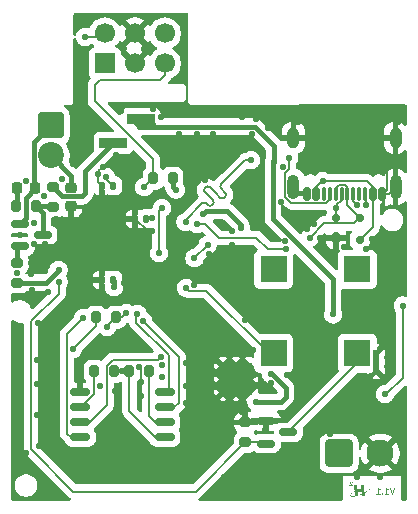
<source format=gbr>
%TF.GenerationSoftware,KiCad,Pcbnew,9.99.0-4037-gdf8ecb877a*%
%TF.CreationDate,2025-11-08T20:25:16-05:00*%
%TF.ProjectId,horizon-mini,686f7269-7a6f-46e2-9d6d-696e692e6b69,rev?*%
%TF.SameCoordinates,Original*%
%TF.FileFunction,Copper,L2,Bot*%
%TF.FilePolarity,Positive*%
%FSLAX46Y46*%
G04 Gerber Fmt 4.6, Leading zero omitted, Abs format (unit mm)*
G04 Created by KiCad (PCBNEW 9.99.0-4037-gdf8ecb877a) date 2025-11-08 20:25:16*
%MOMM*%
%LPD*%
G01*
G04 APERTURE LIST*
G04 Aperture macros list*
%AMRoundRect*
0 Rectangle with rounded corners*
0 $1 Rounding radius*
0 $2 $3 $4 $5 $6 $7 $8 $9 X,Y pos of 4 corners*
0 Add a 4 corners polygon primitive as box body*
4,1,4,$2,$3,$4,$5,$6,$7,$8,$9,$2,$3,0*
0 Add four circle primitives for the rounded corners*
1,1,$1+$1,$2,$3*
1,1,$1+$1,$4,$5*
1,1,$1+$1,$6,$7*
1,1,$1+$1,$8,$9*
0 Add four rect primitives between the rounded corners*
20,1,$1+$1,$2,$3,$4,$5,0*
20,1,$1+$1,$4,$5,$6,$7,0*
20,1,$1+$1,$6,$7,$8,$9,0*
20,1,$1+$1,$8,$9,$2,$3,0*%
G04 Aperture macros list end*
%ADD10C,0.125000*%
%TA.AperFunction,NonConductor*%
%ADD11C,0.125000*%
%TD*%
%TA.AperFunction,EtchedComponent*%
%ADD12C,0.000000*%
%TD*%
%TA.AperFunction,ComponentPad*%
%ADD13R,1.700000X1.700000*%
%TD*%
%TA.AperFunction,ComponentPad*%
%ADD14C,1.700000*%
%TD*%
%TA.AperFunction,HeatsinkPad*%
%ADD15C,0.500000*%
%TD*%
%TA.AperFunction,HeatsinkPad*%
%ADD16R,0.500000X2.000000*%
%TD*%
%TA.AperFunction,ComponentPad*%
%ADD17RoundRect,0.250001X-0.899999X-0.899999X0.899999X-0.899999X0.899999X0.899999X-0.899999X0.899999X0*%
%TD*%
%TA.AperFunction,ComponentPad*%
%ADD18C,2.300000*%
%TD*%
%TA.AperFunction,HeatsinkPad*%
%ADD19R,2.700000X2.700000*%
%TD*%
%TA.AperFunction,SMDPad,CuDef*%
%ADD20R,2.350000X0.850000*%
%TD*%
%TA.AperFunction,SMDPad,CuDef*%
%ADD21RoundRect,0.200000X0.275000X-0.200000X0.275000X0.200000X-0.275000X0.200000X-0.275000X-0.200000X0*%
%TD*%
%TA.AperFunction,SMDPad,CuDef*%
%ADD22RoundRect,0.200000X-0.200000X-0.275000X0.200000X-0.275000X0.200000X0.275000X-0.200000X0.275000X0*%
%TD*%
%TA.AperFunction,ComponentPad*%
%ADD23RoundRect,0.249999X-0.850001X0.850001X-0.850001X-0.850001X0.850001X-0.850001X0.850001X0.850001X0*%
%TD*%
%TA.AperFunction,ComponentPad*%
%ADD24C,2.200000*%
%TD*%
%TA.AperFunction,SMDPad,CuDef*%
%ADD25RoundRect,0.200000X0.200000X0.275000X-0.200000X0.275000X-0.200000X-0.275000X0.200000X-0.275000X0*%
%TD*%
%TA.AperFunction,SMDPad,CuDef*%
%ADD26RoundRect,0.175000X-0.175000X-0.325000X0.175000X-0.325000X0.175000X0.325000X-0.175000X0.325000X0*%
%TD*%
%TA.AperFunction,SMDPad,CuDef*%
%ADD27RoundRect,0.150000X-0.200000X-0.150000X0.200000X-0.150000X0.200000X0.150000X-0.200000X0.150000X0*%
%TD*%
%TA.AperFunction,SMDPad,CuDef*%
%ADD28RoundRect,0.150000X-0.150000X-0.425000X0.150000X-0.425000X0.150000X0.425000X-0.150000X0.425000X0*%
%TD*%
%TA.AperFunction,SMDPad,CuDef*%
%ADD29RoundRect,0.075000X-0.075000X-0.500000X0.075000X-0.500000X0.075000X0.500000X-0.075000X0.500000X0*%
%TD*%
%TA.AperFunction,HeatsinkPad*%
%ADD30O,1.000000X1.800000*%
%TD*%
%TA.AperFunction,HeatsinkPad*%
%ADD31O,1.000000X2.100000*%
%TD*%
%TA.AperFunction,SMDPad,CuDef*%
%ADD32R,2.311400X2.311400*%
%TD*%
%TA.AperFunction,SMDPad,CuDef*%
%ADD33RoundRect,0.218750X-0.256250X0.218750X-0.256250X-0.218750X0.256250X-0.218750X0.256250X0.218750X0*%
%TD*%
%TA.AperFunction,SMDPad,CuDef*%
%ADD34RoundRect,0.150000X-0.587500X-0.150000X0.587500X-0.150000X0.587500X0.150000X-0.587500X0.150000X0*%
%TD*%
%TA.AperFunction,SMDPad,CuDef*%
%ADD35RoundRect,0.200000X-0.275000X0.200000X-0.275000X-0.200000X0.275000X-0.200000X0.275000X0.200000X0*%
%TD*%
%TA.AperFunction,SMDPad,CuDef*%
%ADD36RoundRect,0.140000X-0.140000X-0.170000X0.140000X-0.170000X0.140000X0.170000X-0.140000X0.170000X0*%
%TD*%
%TA.AperFunction,SMDPad,CuDef*%
%ADD37RoundRect,0.140000X0.140000X0.170000X-0.140000X0.170000X-0.140000X-0.170000X0.140000X-0.170000X0*%
%TD*%
%TA.AperFunction,SMDPad,CuDef*%
%ADD38RoundRect,0.218750X0.218750X0.256250X-0.218750X0.256250X-0.218750X-0.256250X0.218750X-0.256250X0*%
%TD*%
%TA.AperFunction,SMDPad,CuDef*%
%ADD39RoundRect,0.162500X-0.650000X-0.162500X0.650000X-0.162500X0.650000X0.162500X-0.650000X0.162500X0*%
%TD*%
%TA.AperFunction,ViaPad*%
%ADD40C,0.550000*%
%TD*%
%TA.AperFunction,Conductor*%
%ADD41C,0.200000*%
%TD*%
%TA.AperFunction,Conductor*%
%ADD42C,0.400000*%
%TD*%
%TA.AperFunction,Conductor*%
%ADD43C,0.150000*%
%TD*%
G04 APERTURE END LIST*
D10*
D11*
X168620144Y-135182309D02*
X168453478Y-135682309D01*
X168453478Y-135682309D02*
X168286811Y-135182309D01*
X167858240Y-135682309D02*
X168143954Y-135682309D01*
X168001097Y-135682309D02*
X168001097Y-135182309D01*
X168001097Y-135182309D02*
X168048716Y-135253738D01*
X168048716Y-135253738D02*
X168096335Y-135301357D01*
X168096335Y-135301357D02*
X168143954Y-135325166D01*
X167643955Y-135634690D02*
X167620145Y-135658500D01*
X167620145Y-135658500D02*
X167643955Y-135682309D01*
X167643955Y-135682309D02*
X167667764Y-135658500D01*
X167667764Y-135658500D02*
X167643955Y-135634690D01*
X167643955Y-135634690D02*
X167643955Y-135682309D01*
X167143955Y-135682309D02*
X167429669Y-135682309D01*
X167286812Y-135682309D02*
X167286812Y-135182309D01*
X167286812Y-135182309D02*
X167334431Y-135253738D01*
X167334431Y-135253738D02*
X167382050Y-135301357D01*
X167382050Y-135301357D02*
X167429669Y-135325166D01*
D12*
%TA.AperFunction,EtchedComponent*%
%TO.C,G\u002A\u002A\u002A*%
G36*
X165013896Y-134656623D02*
G01*
X165025342Y-134657184D01*
X165039950Y-134658692D01*
X165052453Y-134661652D01*
X165065885Y-134666876D01*
X165083277Y-134675173D01*
X165100939Y-134684699D01*
X165128038Y-134702835D01*
X165150475Y-134722535D01*
X165167468Y-134742950D01*
X165178237Y-134763230D01*
X165182000Y-134782525D01*
X165181707Y-134787658D01*
X165177210Y-134801122D01*
X165168676Y-134809507D01*
X165157900Y-134812614D01*
X165146677Y-134810244D01*
X165136804Y-134802198D01*
X165130075Y-134788277D01*
X165127464Y-134781267D01*
X165116667Y-134765008D01*
X165100378Y-134748925D01*
X165080240Y-134734135D01*
X165057897Y-134721758D01*
X165034992Y-134712911D01*
X165013169Y-134708714D01*
X165005496Y-134708252D01*
X164994187Y-134708520D01*
X164986564Y-134710957D01*
X164979787Y-134716201D01*
X164976733Y-134719370D01*
X164971465Y-134729080D01*
X164970000Y-134742825D01*
X164970013Y-134744445D01*
X164971174Y-134757527D01*
X164974595Y-134770607D01*
X164980801Y-134784451D01*
X164990315Y-134799828D01*
X165003663Y-134817503D01*
X165021368Y-134838245D01*
X165043955Y-134862822D01*
X165071949Y-134892000D01*
X165076463Y-134896643D01*
X165102028Y-134923130D01*
X165122440Y-134944769D01*
X165138173Y-134962221D01*
X165149700Y-134976146D01*
X165157494Y-134987206D01*
X165162029Y-134996060D01*
X165163779Y-135003370D01*
X165163216Y-135009796D01*
X165160815Y-135016000D01*
X165159996Y-135017509D01*
X165152613Y-135024684D01*
X165139903Y-135028364D01*
X165129638Y-135029319D01*
X165109785Y-135029780D01*
X165084638Y-135029325D01*
X165055722Y-135028028D01*
X165024562Y-135025962D01*
X164992685Y-135023200D01*
X164961614Y-135019815D01*
X164953516Y-135018828D01*
X164929893Y-135015873D01*
X164912704Y-135013456D01*
X164900773Y-135011256D01*
X164892926Y-135008955D01*
X164887989Y-135006236D01*
X164884786Y-135002778D01*
X164882142Y-134998264D01*
X164879230Y-134988214D01*
X164882203Y-134975825D01*
X164892220Y-134965488D01*
X164892755Y-134965142D01*
X164897730Y-134962576D01*
X164903712Y-134961321D01*
X164912422Y-134961376D01*
X164925583Y-134962737D01*
X164944916Y-134965402D01*
X164956134Y-134966912D01*
X164982076Y-134969884D01*
X165009477Y-134972488D01*
X165034000Y-134974293D01*
X165080000Y-134976973D01*
X165027639Y-134923486D01*
X165016740Y-134912291D01*
X164993401Y-134887690D01*
X164974775Y-134866856D01*
X164959979Y-134848664D01*
X164948127Y-134831986D01*
X164938338Y-134815697D01*
X164929727Y-134798670D01*
X164920885Y-134774787D01*
X164916505Y-134746871D01*
X164918813Y-134720846D01*
X164927579Y-134697625D01*
X164942577Y-134678117D01*
X164963579Y-134663234D01*
X164971944Y-134659563D01*
X164982099Y-134657127D01*
X164995259Y-134656255D01*
X165013896Y-134656623D01*
G37*
%TD.AperFunction*%
%TA.AperFunction,EtchedComponent*%
G36*
X166637366Y-135201279D02*
G01*
X166632737Y-135230389D01*
X166620551Y-135262019D01*
X166600740Y-135296006D01*
X166595049Y-135304167D01*
X166567263Y-135338394D01*
X166532462Y-135373928D01*
X166491245Y-135410265D01*
X166444213Y-135446901D01*
X166391964Y-135483333D01*
X166335100Y-135519057D01*
X166334571Y-135519372D01*
X166290919Y-135545071D01*
X166253330Y-135566453D01*
X166221969Y-135583427D01*
X166196997Y-135595904D01*
X166183271Y-135602678D01*
X166175228Y-135607819D01*
X166171914Y-135612301D01*
X166171960Y-135617290D01*
X166172644Y-135621055D01*
X166174449Y-135631855D01*
X166177142Y-135648369D01*
X166180219Y-135667447D01*
X166180544Y-135669461D01*
X166184475Y-135693998D01*
X166188755Y-135720845D01*
X166193204Y-135748868D01*
X166197643Y-135776933D01*
X166201893Y-135803905D01*
X166205772Y-135828650D01*
X166209103Y-135850033D01*
X166211704Y-135866920D01*
X166213396Y-135878178D01*
X166214000Y-135882671D01*
X166213408Y-135882809D01*
X166206730Y-135883100D01*
X166193404Y-135883295D01*
X166174405Y-135883392D01*
X166150706Y-135883387D01*
X166123281Y-135883276D01*
X166093104Y-135883058D01*
X165972208Y-135882000D01*
X165959051Y-135798280D01*
X165957692Y-135789668D01*
X165953820Y-135765605D01*
X165950358Y-135744741D01*
X165947509Y-135728254D01*
X165945472Y-135717320D01*
X165944451Y-135713117D01*
X165941729Y-135713701D01*
X165932673Y-135716872D01*
X165918467Y-135722308D01*
X165900336Y-135729539D01*
X165879504Y-135738093D01*
X165864888Y-135744112D01*
X165835605Y-135755914D01*
X165802822Y-135768874D01*
X165768358Y-135782293D01*
X165734027Y-135795469D01*
X165701646Y-135807703D01*
X165673032Y-135818295D01*
X165650000Y-135826545D01*
X165639421Y-135830528D01*
X165631809Y-135835227D01*
X165628446Y-135841856D01*
X165628444Y-135852387D01*
X165629507Y-135859455D01*
X165630911Y-135868789D01*
X165633429Y-135883578D01*
X165544715Y-135884982D01*
X165543597Y-135885000D01*
X165514773Y-135885496D01*
X165492110Y-135886089D01*
X165473831Y-135886979D01*
X165458159Y-135888368D01*
X165443317Y-135890457D01*
X165427528Y-135893445D01*
X165409015Y-135897535D01*
X165386000Y-135902927D01*
X165370866Y-135906409D01*
X165343245Y-135912365D01*
X165315897Y-135917828D01*
X165291318Y-135922308D01*
X165272000Y-135925314D01*
X165255186Y-135927235D01*
X165224407Y-135929577D01*
X165191320Y-135930924D01*
X165157973Y-135931265D01*
X165126414Y-135930592D01*
X165098691Y-135928896D01*
X165076852Y-135926168D01*
X165059815Y-135922301D01*
X165036835Y-135915009D01*
X165014751Y-135906001D01*
X164995900Y-135896255D01*
X164982620Y-135886748D01*
X164979260Y-135883229D01*
X164970777Y-135872417D01*
X164962620Y-135860000D01*
X164959630Y-135854675D01*
X164954879Y-135843347D01*
X164952592Y-135830785D01*
X164952000Y-135813632D01*
X164952001Y-135813328D01*
X164980285Y-135813328D01*
X164983881Y-135834526D01*
X164994795Y-135853024D01*
X165012829Y-135868615D01*
X165037788Y-135881090D01*
X165069476Y-135890238D01*
X165071185Y-135890586D01*
X165092164Y-135893384D01*
X165118889Y-135894964D01*
X165149397Y-135895335D01*
X165181727Y-135894510D01*
X165213915Y-135892498D01*
X165244000Y-135889310D01*
X165255634Y-135887680D01*
X165279275Y-135883951D01*
X165303458Y-135879679D01*
X165326773Y-135875155D01*
X165347813Y-135870673D01*
X165365170Y-135866524D01*
X165377435Y-135863002D01*
X165383201Y-135860399D01*
X165383390Y-135859455D01*
X165382994Y-135852013D01*
X165381497Y-135838008D01*
X165379038Y-135818346D01*
X165375754Y-135793933D01*
X165371784Y-135765672D01*
X165367268Y-135734470D01*
X165362344Y-135701232D01*
X165357151Y-135666863D01*
X165351828Y-135632268D01*
X165346513Y-135598352D01*
X165341346Y-135566021D01*
X165336464Y-135536180D01*
X165332390Y-135512000D01*
X165573365Y-135512000D01*
X165575617Y-135523000D01*
X165576106Y-135525651D01*
X165577872Y-135536065D01*
X165580619Y-135552777D01*
X165584181Y-135574747D01*
X165588388Y-135600933D01*
X165593072Y-135630296D01*
X165598065Y-135661796D01*
X165601062Y-135680707D01*
X165605761Y-135710145D01*
X165609991Y-135736368D01*
X165613596Y-135758440D01*
X165616423Y-135775421D01*
X165618319Y-135786374D01*
X165619130Y-135790362D01*
X165621996Y-135789663D01*
X165631321Y-135786726D01*
X165645917Y-135781890D01*
X165664553Y-135775565D01*
X165686000Y-135768157D01*
X165731609Y-135752113D01*
X165776420Y-135735977D01*
X165816671Y-135721079D01*
X165851927Y-135707594D01*
X165881750Y-135695696D01*
X165905705Y-135685560D01*
X165923356Y-135677359D01*
X165934267Y-135671268D01*
X165938000Y-135667462D01*
X165938000Y-135667447D01*
X165937374Y-135662550D01*
X165935660Y-135651065D01*
X165933060Y-135634284D01*
X165929774Y-135613499D01*
X165926000Y-135589999D01*
X165925910Y-135589439D01*
X165922153Y-135566104D01*
X165918884Y-135545621D01*
X165916304Y-135529251D01*
X165914609Y-135518256D01*
X165914000Y-135513895D01*
X165912674Y-135513659D01*
X165904534Y-135513273D01*
X165889693Y-135512922D01*
X165868971Y-135512614D01*
X165843188Y-135512359D01*
X165813165Y-135512165D01*
X165779723Y-135512042D01*
X165743683Y-135512000D01*
X165573365Y-135512000D01*
X165332390Y-135512000D01*
X165332008Y-135509735D01*
X165328115Y-135487589D01*
X165324924Y-135470650D01*
X165322575Y-135459821D01*
X165321206Y-135456009D01*
X165319480Y-135456667D01*
X165311907Y-135461190D01*
X165299592Y-135469352D01*
X165283609Y-135480384D01*
X165265031Y-135493516D01*
X165244934Y-135507980D01*
X165224389Y-135523005D01*
X165204473Y-135537822D01*
X165186257Y-135551662D01*
X165170817Y-135563756D01*
X165168715Y-135565444D01*
X165127442Y-135600559D01*
X165090159Y-135636095D01*
X165057398Y-135671394D01*
X165029692Y-135705797D01*
X165007571Y-135738646D01*
X164991567Y-135769285D01*
X164982212Y-135797056D01*
X164980285Y-135813328D01*
X164952001Y-135813328D01*
X164952002Y-135812418D01*
X164952554Y-135797052D01*
X164954682Y-135784646D01*
X164959236Y-135771930D01*
X164967067Y-135755632D01*
X164983730Y-135726340D01*
X165014132Y-135683979D01*
X165052059Y-135641580D01*
X165097626Y-135599030D01*
X165150947Y-135556214D01*
X165212138Y-135513018D01*
X165213997Y-135511782D01*
X165234704Y-135498317D01*
X165256047Y-135484904D01*
X165275616Y-135473034D01*
X165291000Y-135464201D01*
X165297435Y-135460658D01*
X165310021Y-135453525D01*
X165318740Y-135448293D01*
X165322000Y-135445902D01*
X165321802Y-135444332D01*
X165320540Y-135435848D01*
X165318231Y-135420790D01*
X165315006Y-135400006D01*
X165311001Y-135374344D01*
X165306350Y-135344649D01*
X165301185Y-135311768D01*
X165295641Y-135276549D01*
X165289851Y-135239839D01*
X165283950Y-135202483D01*
X165278071Y-135165330D01*
X165272349Y-135129225D01*
X165266916Y-135095016D01*
X165261907Y-135063550D01*
X165257455Y-135035674D01*
X165253695Y-135012233D01*
X165250760Y-134994076D01*
X165248784Y-134982050D01*
X165247902Y-134976999D01*
X165245848Y-134967999D01*
X165367151Y-134967999D01*
X165488454Y-134968000D01*
X165516227Y-135143999D01*
X165544000Y-135319999D01*
X165713000Y-135319999D01*
X165753149Y-135319964D01*
X165788518Y-135319836D01*
X165817117Y-135319596D01*
X165839580Y-135319225D01*
X165856539Y-135318701D01*
X165868628Y-135318005D01*
X165876479Y-135317118D01*
X165880726Y-135316018D01*
X165882000Y-135314688D01*
X165881873Y-135313359D01*
X165880736Y-135305082D01*
X165878528Y-135290151D01*
X165875381Y-135269423D01*
X165871427Y-135243755D01*
X165866797Y-135214005D01*
X165861623Y-135181030D01*
X165856036Y-135145688D01*
X165854897Y-135138490D01*
X166099057Y-135138490D01*
X166099713Y-135146050D01*
X166101483Y-135160446D01*
X166104262Y-135180938D01*
X166107943Y-135206788D01*
X166112420Y-135237258D01*
X166117586Y-135271608D01*
X166123336Y-135309102D01*
X166129564Y-135349000D01*
X166132350Y-135366696D01*
X166138495Y-135405664D01*
X166144222Y-135441915D01*
X166149414Y-135474708D01*
X166153954Y-135503302D01*
X166157723Y-135526956D01*
X166160604Y-135544930D01*
X166162479Y-135556482D01*
X166163231Y-135560872D01*
X166165635Y-135560617D01*
X166174110Y-135557165D01*
X166187714Y-135550729D01*
X166205427Y-135541838D01*
X166226232Y-135531023D01*
X166249110Y-135518817D01*
X166273043Y-135505749D01*
X166297013Y-135492349D01*
X166320000Y-135479150D01*
X166325486Y-135475938D01*
X166381683Y-135441302D01*
X166432208Y-135406907D01*
X166476810Y-135373002D01*
X166515239Y-135339839D01*
X166547244Y-135307667D01*
X166572574Y-135276737D01*
X166590977Y-135247299D01*
X166602203Y-135219604D01*
X166606000Y-135193901D01*
X166605937Y-135191197D01*
X166601203Y-135171467D01*
X166589246Y-135154055D01*
X166570474Y-135139047D01*
X166545296Y-135126525D01*
X166514121Y-135116573D01*
X166477356Y-135109276D01*
X166435411Y-135104716D01*
X166388695Y-135102979D01*
X166337615Y-135104147D01*
X166282581Y-135108304D01*
X166224000Y-135115535D01*
X166211668Y-135117341D01*
X166178543Y-135122258D01*
X166152352Y-135126276D01*
X166132345Y-135129528D01*
X166117772Y-135132146D01*
X166107881Y-135134263D01*
X166101924Y-135136009D01*
X166099149Y-135137518D01*
X166099057Y-135138490D01*
X165854897Y-135138490D01*
X165853509Y-135129724D01*
X165848083Y-135095218D01*
X165843127Y-135063398D01*
X165838773Y-135035133D01*
X165835155Y-135011291D01*
X165832405Y-134992743D01*
X165830655Y-134980356D01*
X165830036Y-134975000D01*
X165830307Y-134973368D01*
X165831883Y-134971711D01*
X165835614Y-134970434D01*
X165842333Y-134969487D01*
X165852877Y-134968822D01*
X165868081Y-134968389D01*
X165888779Y-134968140D01*
X165915808Y-134968027D01*
X165950000Y-134968000D01*
X165961199Y-134968008D01*
X165990370Y-134968109D01*
X166016430Y-134968314D01*
X166038400Y-134968607D01*
X166055304Y-134968974D01*
X166066163Y-134969399D01*
X166070000Y-134969867D01*
X166070267Y-134972455D01*
X166071600Y-134981827D01*
X166073842Y-134996450D01*
X166076752Y-135014862D01*
X166080092Y-135035602D01*
X166083622Y-135057208D01*
X166087103Y-135078219D01*
X166090295Y-135097172D01*
X166092959Y-135112608D01*
X166094857Y-135123064D01*
X166095747Y-135127080D01*
X166097934Y-135127017D01*
X166106495Y-135125465D01*
X166119924Y-135122510D01*
X166136524Y-135118507D01*
X166170604Y-135110209D01*
X166213575Y-135100649D01*
X166252185Y-135093384D01*
X166288284Y-135088159D01*
X166323720Y-135084719D01*
X166360342Y-135082808D01*
X166400000Y-135082173D01*
X166411450Y-135082170D01*
X166440566Y-135082432D01*
X166463780Y-135083175D01*
X166482656Y-135084495D01*
X166498757Y-135086491D01*
X166513645Y-135089260D01*
X166549540Y-135099156D01*
X166581675Y-135113252D01*
X166606593Y-135130674D01*
X166624226Y-135151260D01*
X166634506Y-135174849D01*
X166636568Y-135193901D01*
X166637366Y-135201279D01*
G37*
%TD.AperFunction*%
%TD*%
D13*
%TO.P,J8,1,Pin_1_1*%
%TO.N,+3.3V*%
X144170000Y-99250000D03*
D14*
%TO.P,J8,2,Pin_2_2*%
%TO.N,SWDIO DMCU-2*%
X144170000Y-96710000D03*
%TO.P,J8,3,Pin_3_3*%
%TO.N,GND*%
X146710000Y-99250000D03*
%TO.P,J8,4,Pin_4_4*%
X146710000Y-96710000D03*
%TO.P,J8,5,Pin_5_5*%
%TO.N,nRESET DMCU-2*%
X149250000Y-99250000D03*
%TO.P,J8,6,Pin_6_6*%
%TO.N,SWCLK DMCU-2*%
X149250000Y-96710000D03*
%TD*%
D15*
%TO.P,U1,9,GND_9*%
%TO.N,GND*%
X167140253Y-123742122D03*
X167140253Y-124492122D03*
D16*
X167140253Y-124492122D03*
D15*
X167140253Y-125242122D03*
%TD*%
D17*
%TO.P,J2,1,Pin_1_1*%
%TO.N,Net-(J2-Pin_1)*%
X164000000Y-132250000D03*
D18*
%TO.P,J2,2,Pin_2_2*%
%TO.N,GND*%
X167500000Y-132250000D03*
%TD*%
D15*
%TO.P,U2,17,PAD_17*%
%TO.N,GND*%
X154178661Y-124865007D03*
X154178661Y-125965007D03*
X154178661Y-127065007D03*
X155278661Y-124865007D03*
X155278661Y-125965007D03*
D19*
X155278661Y-125965007D03*
D15*
X155278661Y-127065007D03*
X156378661Y-124865007D03*
X156378661Y-125965007D03*
X156378661Y-127065007D03*
%TD*%
D20*
%TO.P,J16,1,Pin_1_1*%
%TO.N,+5V*%
X147247259Y-103969487D03*
%TO.P,J16,2,Pin_2_2*%
%TO.N,Net-(J16-Pin_2)*%
X144897259Y-105969487D03*
%TD*%
D21*
%TO.P,R30,1*%
%TO.N,mosfet1_signalfire*%
X136750000Y-117825000D03*
%TO.P,R30,2*%
%TO.N,Net-(Q2-G)*%
X136750000Y-116175000D03*
%TD*%
D22*
%TO.P,R31,1*%
%TO.N,Net-(D2-A)*%
X136664937Y-111312074D03*
%TO.P,R31,2*%
%TO.N,Net-(Q2-D)*%
X138314937Y-111312074D03*
%TD*%
D23*
%TO.P,J1,1,Pin_1_1*%
%TO.N,Net-(D2-K)*%
X139578473Y-104508907D03*
D24*
%TO.P,J1,2,Pin_2_2*%
%TO.N,Net-(J1-Pin_2)*%
X139578473Y-107048907D03*
%TD*%
D25*
%TO.P,R11,1*%
%TO.N,+3.3V*%
X144928447Y-125307375D03*
%TO.P,R11,2*%
%TO.N,Net-(U6-~{WP}{slash}IO_{2})*%
X143278447Y-125307375D03*
%TD*%
D26*
%TO.P,D14,1,GND_1*%
%TO.N,GND*%
X163750000Y-114000000D03*
D27*
%TO.P,D14,2,I/O1_2*%
%TO.N,D+ DMCU-2*%
X163750000Y-112300000D03*
%TO.P,D14,3,I/O2_3*%
%TO.N,D- DMCU-2*%
X165750000Y-112300000D03*
%TO.P,D14,4,VCC_4*%
%TO.N,Net-(D13-A)*%
X165750000Y-114200000D03*
%TD*%
D28*
%TO.P,J7,A1,GND_A1*%
%TO.N,GND*%
X161261249Y-110299323D03*
%TO.P,J7,A4,VBUS_A4*%
%TO.N,Net-(D13-A)*%
X162061249Y-110299323D03*
D29*
%TO.P,J7,A5,CC1_A5*%
%TO.N,Net-(J7-CC1)*%
X163211249Y-110299323D03*
%TO.P,J7,A6,D+_A6*%
%TO.N,D+ DMCU-2*%
X164211249Y-110299323D03*
%TO.P,J7,A7,D-_A7*%
%TO.N,D- DMCU-2*%
X164711249Y-110299323D03*
%TO.P,J7,A8,SBU1_A8*%
%TO.N,unconnected-(J7-SBU1-PadA8)*%
X165711249Y-110299323D03*
D28*
%TO.P,J7,A9,VBUS_A9*%
%TO.N,Net-(D13-A)*%
X166861249Y-110299323D03*
%TO.P,J7,A12,GND_A12*%
%TO.N,GND*%
X167661249Y-110299323D03*
%TO.P,J7,B1,GND_B1*%
X167661249Y-110299323D03*
%TO.P,J7,B4,VBUS_B4*%
%TO.N,Net-(D13-A)*%
X166861249Y-110299323D03*
D29*
%TO.P,J7,B5,CC2_B5*%
%TO.N,Net-(J7-CC2)*%
X166211249Y-110299323D03*
%TO.P,J7,B6,D+_B6*%
%TO.N,D+ DMCU-2*%
X165211249Y-110299323D03*
%TO.P,J7,B7,D-_B7*%
%TO.N,D- DMCU-2*%
X163711249Y-110299323D03*
%TO.P,J7,B8,SBU2_B8*%
%TO.N,unconnected-(J7-SBU2-PadB8)*%
X162711249Y-110299323D03*
D28*
%TO.P,J7,B9,VBUS_B9*%
%TO.N,Net-(D13-A)*%
X162061249Y-110299323D03*
%TO.P,J7,B12,GND_B12*%
%TO.N,GND*%
X161261249Y-110299323D03*
D30*
%TO.P,J7,S1,SHIELD_S1*%
X160141249Y-105544323D03*
D31*
X160141249Y-109724323D03*
D30*
X168781249Y-105544323D03*
D31*
X168781249Y-109724323D03*
%TD*%
D32*
%TO.P,BZ2,1,1_1*%
%TO.N,Net-(Q1-D)*%
X165550001Y-123800001D03*
%TO.P,BZ2,2,2_2*%
%TO.N,+3.3V*%
X158449999Y-123800001D03*
%TO.P,BZ2,3*%
%TO.N,N/C*%
X165550001Y-116699999D03*
%TO.P,BZ2,4*%
X158449999Y-116699999D03*
%TD*%
D33*
%TO.P,F2,1*%
%TO.N,Net-(J1-Pin_2)*%
X141296159Y-109766359D03*
%TO.P,F2,2*%
%TO.N,GND*%
X141296159Y-111341359D03*
%TD*%
D22*
%TO.P,R2,1*%
%TO.N,+3.3V*%
X146249801Y-125307375D03*
%TO.P,R2,2*%
%TO.N,Net-(U6-~{HOLD}{slash}~{RESET}{slash}IO_{3})*%
X147899801Y-125307375D03*
%TD*%
D34*
%TO.P,Q1,1,G_1*%
%TO.N,BUZZER*%
X157835782Y-131436692D03*
%TO.P,Q1,2,S_2*%
%TO.N,GND*%
X157835782Y-129536692D03*
%TO.P,Q1,3,D_3*%
%TO.N,Net-(Q1-D)*%
X159710782Y-130486692D03*
%TD*%
D35*
%TO.P,R80,1*%
%TO.N,Net-(J16-Pin_2)*%
X139778874Y-109724095D03*
%TO.P,R80,2*%
%TO.N,Net-(Q2-D)*%
X139778874Y-111374095D03*
%TD*%
D36*
%TO.P,C7,1*%
%TO.N,GND*%
X143920000Y-109600000D03*
%TO.P,C7,2*%
%TO.N,+3.3V*%
X144880000Y-109600000D03*
%TD*%
D37*
%TO.P,C9,1*%
%TO.N,+3.3V*%
X144880000Y-117600000D03*
%TO.P,C9,2*%
%TO.N,GND*%
X143920000Y-117600000D03*
%TD*%
D34*
%TO.P,Q2,1,G_1*%
%TO.N,Net-(Q2-G)*%
X137018712Y-114731577D03*
%TO.P,Q2,2,S_2*%
%TO.N,Net-(D2-K)*%
X137018712Y-112831577D03*
%TO.P,Q2,3,D_3*%
%TO.N,Net-(Q2-D)*%
X138893712Y-113781577D03*
%TD*%
D38*
%TO.P,D2,1,K_1*%
%TO.N,Net-(D2-K)*%
X138293333Y-109817907D03*
%TO.P,D2,2,A_2*%
%TO.N,Net-(D2-A)*%
X136718333Y-109817907D03*
%TD*%
D39*
%TO.P,U6,1,~{CS}_1*%
%TO.N,CS_NAND MMCU*%
X142075000Y-130909715D03*
%TO.P,U6,2,DO/IO_{1}_2*%
%TO.N,MISO TMCU*%
X142075000Y-129639715D03*
%TO.P,U6,3,~{WP}/IO_{2}_3*%
%TO.N,Net-(U6-~{WP}{slash}IO_{2})*%
X142075000Y-128369715D03*
%TO.P,U6,4,GND_4*%
%TO.N,GND*%
X142075000Y-127099715D03*
%TO.P,U6,5,DI/IO_{0}_5*%
%TO.N,MOSI TMCU*%
X149250000Y-127099715D03*
%TO.P,U6,6,CLK_6*%
%TO.N,SCK TMCU*%
X149250000Y-128369715D03*
%TO.P,U6,7,~{HOLD}/~{RESET}/IO_{3}_7*%
%TO.N,Net-(U6-~{HOLD}{slash}~{RESET}{slash}IO_{3})*%
X149250000Y-129639715D03*
%TO.P,U6,8,VCC_8*%
%TO.N,+3.3V*%
X149250000Y-130909715D03*
%TD*%
D22*
%TO.P,R23,1*%
%TO.N,+3.3V*%
X143425000Y-120750000D03*
%TO.P,R23,2*%
%TO.N,CS_SD MMCU*%
X145075000Y-120750000D03*
%TD*%
D21*
%TO.P,R1,1*%
%TO.N,BUZZER*%
X156070027Y-131303671D03*
%TO.P,R1,2*%
%TO.N,GND*%
X156070027Y-129653671D03*
%TD*%
D22*
%TO.P,R12,1*%
%TO.N,nRESET DMCU-2*%
X148275746Y-108960863D03*
%TO.P,R12,2*%
%TO.N,+3.3V*%
X149925746Y-108960863D03*
%TD*%
D36*
%TO.P,C8,1*%
%TO.N,GND*%
X146720000Y-112400000D03*
%TO.P,C8,2*%
%TO.N,+3.3V*%
X147680000Y-112400000D03*
%TD*%
D40*
%TO.N,+3.3V*%
X152475670Y-112024330D03*
X141500000Y-123409715D03*
X148200000Y-112314848D03*
X144287495Y-108863018D03*
X150182500Y-109940285D03*
X151060707Y-118250000D03*
X145595298Y-125301257D03*
X155705700Y-113181438D03*
X144932500Y-118200000D03*
%TO.N,2B*%
X149000000Y-111500000D03*
X148750000Y-115314848D03*
%TO.N,GND*%
X156000000Y-121000000D03*
X154250000Y-128750000D03*
X149200000Y-121400000D03*
X153000000Y-115400000D03*
X145200000Y-113000000D03*
X138400000Y-126400000D03*
X151000000Y-126600000D03*
X156945723Y-103944250D03*
X136750000Y-117000000D03*
X162400000Y-114000000D03*
X140500000Y-109000000D03*
X141800000Y-132600000D03*
X139127816Y-116830658D03*
X159557652Y-125638026D03*
X151400000Y-108600000D03*
X157922345Y-113646010D03*
X155800000Y-103800000D03*
X167000000Y-114750000D03*
X156400000Y-106400000D03*
X141500000Y-104500000D03*
X153872459Y-103285800D03*
X145500000Y-103250000D03*
X141500000Y-107750000D03*
X162508162Y-125750000D03*
X148200000Y-133000000D03*
X165500000Y-134250000D03*
X150000000Y-133000000D03*
X161306283Y-113311337D03*
X166797797Y-114080041D03*
X152670970Y-108350354D03*
X143500000Y-134250000D03*
X147000000Y-108250000D03*
X166400000Y-105000000D03*
X145500000Y-134250000D03*
X149000000Y-124800000D03*
X166250000Y-115000000D03*
X155000000Y-128750000D03*
X147200000Y-127400000D03*
X147200000Y-126200000D03*
X143000000Y-113200000D03*
X160957513Y-134235509D03*
X145500000Y-116000000D03*
X144000000Y-108000000D03*
X154904387Y-114628683D03*
X159750000Y-134250000D03*
X148600000Y-120600000D03*
X137500000Y-132250000D03*
X159250000Y-108000000D03*
X141500000Y-134250000D03*
X141500000Y-103250000D03*
X139000000Y-110500000D03*
X157750000Y-130250000D03*
X156158729Y-108696908D03*
X137000000Y-113750000D03*
X167500000Y-130250000D03*
X169199126Y-116809193D03*
X145103358Y-106965359D03*
X137967334Y-118471028D03*
X151400000Y-109600000D03*
X137948504Y-116119008D03*
X138400000Y-124400000D03*
X144000000Y-112200000D03*
X156488565Y-109466634D03*
X162800000Y-129600000D03*
X149800000Y-103400000D03*
X167500000Y-134250000D03*
X138176115Y-112780179D03*
X143266055Y-117623731D03*
X164600000Y-130400000D03*
X154250000Y-134250000D03*
X154893139Y-119007945D03*
X156340807Y-115459432D03*
X138194391Y-114510655D03*
X158209993Y-126290007D03*
X156750000Y-123500000D03*
X148235123Y-103101536D03*
X144250000Y-116500000D03*
X151000000Y-103400000D03*
X147500000Y-98000000D03*
X138400000Y-129000000D03*
X143400000Y-104200000D03*
X139368903Y-118611593D03*
X161000000Y-118500000D03*
X156600000Y-105200000D03*
X145805307Y-117856744D03*
X150800000Y-130800000D03*
X165750000Y-128000000D03*
X161500000Y-107250000D03*
X153314468Y-105231075D03*
X165936749Y-119539650D03*
X156515987Y-116911337D03*
X158438751Y-121678215D03*
X148912738Y-103791691D03*
X137892718Y-117114621D03*
X166630966Y-121194360D03*
X155750000Y-128750000D03*
X147058991Y-124916212D03*
X151500000Y-134250000D03*
X138500000Y-121250000D03*
X143800000Y-132800000D03*
X150475201Y-105205362D03*
X144000000Y-114250000D03*
X142070364Y-126457491D03*
X159598225Y-120598225D03*
X159110926Y-111000000D03*
X161869681Y-112833732D03*
X141500000Y-106250000D03*
X152005101Y-105201317D03*
X149000000Y-125800000D03*
X158000000Y-104750000D03*
X150385595Y-119463993D03*
X151000000Y-128000000D03*
X137500000Y-109250000D03*
X164400000Y-114800000D03*
X158554417Y-120621855D03*
X143800000Y-126600000D03*
X140000000Y-112400000D03*
X161720604Y-124842205D03*
X143600000Y-108600000D03*
X136769881Y-118947890D03*
X168000000Y-107200000D03*
X160500000Y-104250000D03*
X145000000Y-127000000D03*
X148200000Y-113472635D03*
X152641036Y-109156697D03*
X151750000Y-118011707D03*
X169000000Y-104200000D03*
X154936188Y-113456339D03*
X151000000Y-124600000D03*
X163200000Y-130600000D03*
X139073821Y-114514896D03*
X145500000Y-130250000D03*
X159457775Y-114305707D03*
X155500000Y-134000000D03*
X152497185Y-117118708D03*
X138630088Y-131614752D03*
%TO.N,I2C0_SDA*%
X152868556Y-114637373D03*
X151750000Y-115750000D03*
%TO.N,+5V*%
X158500000Y-107600000D03*
X163500000Y-120500000D03*
%TO.N,mosfet1_signalfire*%
X140250000Y-116750000D03*
%TO.N,BUZZER*%
X140250000Y-117750000D03*
%TO.N,CS_NAND MMCU*%
X142307500Y-120815285D03*
%TO.N,CS_SD MMCU*%
X144364235Y-121564457D03*
X145993131Y-120393131D03*
%TO.N,MOSI TMCU*%
X146932500Y-120440285D03*
%TO.N,SCK TMCU*%
X147432500Y-121100000D03*
%TO.N,MISO TMCU*%
X148932500Y-124100000D03*
%TO.N,D- DMCU-2*%
X159500000Y-115000000D03*
X151983539Y-112859062D03*
X161500000Y-114000000D03*
%TO.N,D+ DMCU-2*%
X156547286Y-107421190D03*
X165522425Y-111249098D03*
X151000000Y-112678425D03*
X163750000Y-111500000D03*
%TO.N,nRESET DMCU-2*%
X147504561Y-109732048D03*
%TO.N,SWDIO DMCU-2*%
X142500000Y-97000000D03*
%TO.N,Net-(J2-Pin_1)*%
X157000000Y-127927507D03*
X158250000Y-125556095D03*
%TO.N,Net-(J7-CC1)*%
X159750000Y-107250000D03*
%TO.N,Net-(U16-EN)*%
X169386500Y-119750000D03*
X167884912Y-127247548D03*
%TO.N,Net-(D13-A)*%
X162600000Y-109222323D03*
%TO.N,Net-(J7-CC2)*%
X166250000Y-111250000D03*
%TD*%
%TO.N,+3.3V*%
D41*
X144880000Y-118235587D02*
X144931826Y-118287413D01*
X152763707Y-118512707D02*
X151323414Y-118512707D01*
D42*
X152750000Y-111750000D02*
X154500000Y-111750000D01*
D41*
X147765152Y-112314848D02*
X147680000Y-112400000D01*
D42*
X149925746Y-109683531D02*
X150182500Y-109940285D01*
X149925746Y-108960863D02*
X149925746Y-109683531D01*
D41*
X149250000Y-130909715D02*
X148437501Y-130909715D01*
X144287495Y-109007495D02*
X144880000Y-109600000D01*
X143425000Y-121484715D02*
X143425000Y-120750000D01*
X158051001Y-123800001D02*
X152763707Y-118512707D01*
X141500000Y-123409715D02*
X143425000Y-121484715D01*
D42*
X154500000Y-111750000D02*
X155705700Y-112955700D01*
D41*
X158449999Y-123800001D02*
X158051001Y-123800001D01*
X144287495Y-108863018D02*
X144287495Y-109007495D01*
X148437501Y-130909715D02*
X146249801Y-128722015D01*
D42*
X152475670Y-112024330D02*
X152750000Y-111750000D01*
D41*
X155705700Y-113181438D02*
X155705700Y-112955700D01*
D42*
X144932500Y-118200000D02*
X144932500Y-117652500D01*
D41*
X148200000Y-112314848D02*
X147765152Y-112314848D01*
X144880000Y-117600000D02*
X144880000Y-118235587D01*
X144928447Y-125307375D02*
X146249801Y-125307375D01*
D42*
X144932500Y-117652500D02*
X144880000Y-117600000D01*
D41*
X151323414Y-118512707D02*
X151060707Y-118250000D01*
X146249801Y-128722015D02*
X146249801Y-125307375D01*
%TO.N,2B*%
X148750000Y-111750000D02*
X149000000Y-111500000D01*
X148750000Y-115314848D02*
X148750000Y-111750000D01*
%TO.N,GND*%
X144068717Y-108000000D02*
X145103358Y-106965359D01*
X148200000Y-113472635D02*
X148272475Y-113472635D01*
X143600000Y-109280000D02*
X143600000Y-108600000D01*
X160716249Y-110299323D02*
X160141249Y-109724323D01*
D43*
X159176895Y-111197312D02*
X159117930Y-111138347D01*
X159754753Y-111775170D02*
X159754753Y-112431649D01*
X159833373Y-112616406D02*
X159805856Y-112643923D01*
D41*
X156070027Y-129653671D02*
X157718803Y-129653671D01*
X168000000Y-108200000D02*
X168027249Y-108227249D01*
X161261249Y-110299323D02*
X160716249Y-110299323D01*
X147200000Y-126200000D02*
X147200000Y-125057221D01*
D43*
X159754753Y-112431649D02*
X159286963Y-111963859D01*
X159562134Y-111979583D02*
X159562134Y-111834135D01*
D41*
X142075000Y-127099715D02*
X142075000Y-126462127D01*
D43*
X159275170Y-111444965D02*
X159275170Y-111468551D01*
X159562134Y-111834135D02*
X159503169Y-111775170D01*
D41*
X143266055Y-117623731D02*
X143289786Y-117600000D01*
X168206249Y-110299323D02*
X168781249Y-109724323D01*
D43*
X159345928Y-111370276D02*
X159660409Y-111684757D01*
D41*
X146720000Y-112400000D02*
X147792635Y-113472635D01*
X165750000Y-128000000D02*
X165750000Y-126632375D01*
X143920000Y-109600000D02*
X143600000Y-109280000D01*
X165750000Y-126632375D02*
X167140253Y-125242122D01*
X157835782Y-129536692D02*
X157835782Y-130164218D01*
D43*
X159275170Y-111952066D02*
X159275170Y-111444965D01*
X159110926Y-111135274D02*
X159345928Y-111370276D01*
D41*
X147200000Y-125057221D02*
X147058991Y-124916212D01*
D43*
X159664340Y-111857721D02*
X159652547Y-111869514D01*
X159110926Y-111000000D02*
X159110926Y-111135274D01*
D41*
X157718803Y-129653671D02*
X157835782Y-129536692D01*
D43*
X159805856Y-112643923D02*
X159176895Y-112014962D01*
D41*
X157835782Y-130164218D02*
X157750000Y-130250000D01*
D43*
X159286963Y-111963859D02*
X159275170Y-111952066D01*
X159503169Y-111775170D02*
X159455997Y-111775170D01*
X159660409Y-111684757D02*
X159833373Y-111684757D01*
X159275170Y-111468551D02*
X159664340Y-111857721D01*
X159117930Y-111138347D02*
X159754753Y-111775170D01*
D41*
X147792635Y-113472635D02*
X148200000Y-113472635D01*
X167140253Y-123742122D02*
X167140253Y-124492122D01*
X163750000Y-114000000D02*
X162400000Y-114000000D01*
X168027249Y-109933323D02*
X167661249Y-110299323D01*
D43*
X159833373Y-111684757D02*
X159833373Y-112616406D01*
X159381307Y-111798756D02*
X159562134Y-111979583D01*
D41*
X167661249Y-110299323D02*
X168206249Y-110299323D01*
X143600000Y-108600000D02*
X143600000Y-108400000D01*
D43*
X159353790Y-111900962D02*
X159381307Y-111873445D01*
D41*
X143600000Y-108400000D02*
X144000000Y-108000000D01*
X142075000Y-126462127D02*
X142070364Y-126457491D01*
X143289786Y-117600000D02*
X143920000Y-117600000D01*
X144000000Y-108000000D02*
X144068717Y-108000000D01*
D43*
X159176895Y-111999238D02*
X159176895Y-111197312D01*
X159652547Y-111869514D02*
X159652547Y-112180064D01*
X159652547Y-112180064D02*
X159632892Y-112180064D01*
D41*
X168000000Y-107200000D02*
X168000000Y-108200000D01*
X162400000Y-114000000D02*
X162250000Y-114000000D01*
D43*
X159381307Y-111873445D02*
X159381307Y-111716205D01*
X159381307Y-111716205D02*
X159381307Y-111798756D01*
D41*
X168027249Y-108227249D02*
X168027249Y-109933323D01*
X167140253Y-124492122D02*
X167140253Y-125242122D01*
D43*
X159176895Y-112014962D02*
X159176895Y-111999238D01*
X159632892Y-112180064D02*
X159353790Y-111900962D01*
%TO.N,I2C0_SDA*%
D41*
X152868556Y-114637373D02*
X152862627Y-114637373D01*
X152862627Y-114637373D02*
X151750000Y-115750000D01*
%TO.N,+5V*%
D42*
X147658393Y-104380621D02*
X148212282Y-104380621D01*
X147247259Y-103969487D02*
X147247259Y-104352070D01*
X158388692Y-107711308D02*
X158388692Y-112388692D01*
X147247259Y-103969487D02*
X147658393Y-104380621D01*
X158500000Y-107600000D02*
X158500000Y-106250057D01*
X156848943Y-104599000D02*
X147099000Y-104599000D01*
X163500000Y-117500000D02*
X163500000Y-120500000D01*
X158500000Y-106250057D02*
X156848943Y-104599000D01*
X158500000Y-107600000D02*
X158388692Y-107711308D01*
X147099000Y-104599000D02*
X146971112Y-104471112D01*
X146971112Y-104471112D02*
X147247259Y-104194965D01*
X146971112Y-104447086D02*
X146529165Y-104005139D01*
X147247259Y-104194965D02*
X147247259Y-103969487D01*
X158388692Y-112388692D02*
X163500000Y-117500000D01*
X147247259Y-104352070D02*
X147362854Y-104467665D01*
X146971112Y-104471112D02*
X146971112Y-104447086D01*
%TO.N,mosfet1_signalfire*%
X139175000Y-117825000D02*
X140250000Y-116750000D01*
X136750000Y-117825000D02*
X139175000Y-117825000D01*
%TO.N,BUZZER*%
D41*
X140250000Y-118750000D02*
X140250000Y-117750000D01*
X156070027Y-131303671D02*
X151873698Y-135500000D01*
X141500000Y-135500000D02*
X137899000Y-131899000D01*
X137899000Y-131899000D02*
X137899000Y-121101000D01*
X137899000Y-121101000D02*
X140250000Y-118750000D01*
X151873698Y-135500000D02*
X141500000Y-135500000D01*
X156070027Y-131303671D02*
X157702761Y-131303671D01*
%TO.N,CS_NAND MMCU*%
X140947235Y-122175550D02*
X142307500Y-120815285D01*
X140947235Y-130594449D02*
X140947235Y-122175550D01*
X142075000Y-130909715D02*
X141262501Y-130909715D01*
X141262501Y-130909715D02*
X140947235Y-130594449D01*
%TO.N,CS_SD MMCU*%
X145075000Y-120750000D02*
X145636261Y-120750000D01*
X145993131Y-120393131D02*
X146001668Y-120384593D01*
X145075000Y-120750000D02*
X144809510Y-120750000D01*
X144364235Y-121564457D02*
X144364235Y-121460765D01*
X145636261Y-120750000D02*
X145993131Y-120393131D01*
X144364235Y-121460765D02*
X145075000Y-120750000D01*
%TO.N,MOSI TMCU*%
X149575000Y-126774715D02*
X149575000Y-123954689D01*
X146932500Y-120440285D02*
X146820311Y-120552474D01*
X149575000Y-123954689D02*
X146820311Y-121200000D01*
X146820311Y-120552474D02*
X146820311Y-121200000D01*
X149250000Y-127099715D02*
X149575000Y-126774715D01*
%TO.N,SCK TMCU*%
X150432500Y-127999714D02*
X150432500Y-124100000D01*
X150062499Y-128369715D02*
X150432500Y-127999714D01*
X150432500Y-124100000D02*
X147432500Y-121100000D01*
X149250000Y-128369715D02*
X150062499Y-128369715D01*
%TO.N,MISO TMCU*%
X142075000Y-129639715D02*
X142887499Y-129639715D01*
X144327447Y-124860733D02*
X144838180Y-124350000D01*
X148682500Y-124350000D02*
X148932500Y-124100000D01*
X144838180Y-124350000D02*
X147932500Y-124350000D01*
X144327447Y-128199767D02*
X144327447Y-124860733D01*
X147932500Y-124350000D02*
X148682500Y-124350000D01*
X142887499Y-129639715D02*
X144327447Y-128199767D01*
%TO.N,D- DMCU-2*%
X164019847Y-109523323D02*
X164510248Y-109523323D01*
X163711249Y-110299323D02*
X163711249Y-109831921D01*
X157000000Y-114000000D02*
X158000000Y-115000000D01*
X158000000Y-115000000D02*
X159500000Y-115000000D01*
X151983539Y-112859062D02*
X152670761Y-112859062D01*
X164711249Y-111261249D02*
X165750000Y-112300000D01*
X165750000Y-112300000D02*
X165249000Y-112801000D01*
X164711249Y-110299323D02*
X164711249Y-111261249D01*
X152670761Y-112859062D02*
X153811699Y-114000000D01*
X162699000Y-112801000D02*
X161500000Y-114000000D01*
X165249000Y-112801000D02*
X162699000Y-112801000D01*
X164711249Y-109724324D02*
X164711249Y-110299323D01*
X164510248Y-109523323D02*
X164711249Y-109724324D01*
X163711249Y-109831921D02*
X164019847Y-109523323D01*
X153811699Y-114000000D02*
X157000000Y-114000000D01*
%TO.N,D+ DMCU-2*%
X153580326Y-110250563D02*
X153948022Y-110618259D01*
X153226772Y-111254655D02*
X153311624Y-111169802D01*
X153311624Y-110830390D02*
X153156060Y-110674826D01*
X154372285Y-110193994D02*
X154004589Y-109826298D01*
X164211249Y-110299323D02*
X164211249Y-110788751D01*
X154089443Y-109402035D02*
X154427137Y-109064342D01*
X153410623Y-110080860D02*
X153410621Y-110080858D01*
X154287433Y-110618259D02*
X154372285Y-110533406D01*
X151000000Y-112491479D02*
X152392387Y-111099092D01*
X165522425Y-111249098D02*
X165211249Y-110937922D01*
X152731798Y-111099092D02*
X152887361Y-111254655D01*
X152986354Y-110505120D02*
X152986357Y-110505122D01*
X154427137Y-109064342D02*
X156070289Y-107421190D01*
X163750000Y-111500000D02*
X163750000Y-112300000D01*
X165211249Y-110937922D02*
X165211249Y-110299323D01*
X154004589Y-109486887D02*
X154089443Y-109402035D01*
X164211249Y-110788751D02*
X163750000Y-111250000D01*
X153049998Y-109720235D02*
X153410623Y-110080860D01*
X152986357Y-110505122D02*
X152625733Y-110144498D01*
X153410621Y-110080858D02*
X153580326Y-110250563D01*
X156070289Y-107421190D02*
X156547286Y-107421190D01*
X163750000Y-111250000D02*
X163750000Y-111500000D01*
X152625734Y-109805086D02*
X152710586Y-109720235D01*
X153156060Y-110674826D02*
X152986354Y-110505120D01*
X152710586Y-109720235D02*
G75*
G02*
X153049998Y-109720235I169706J-169701D01*
G01*
X152887361Y-111254655D02*
G75*
G03*
X153226772Y-111254656I169706J169707D01*
G01*
X152392387Y-111099092D02*
G75*
G02*
X152731798Y-111099091I169706J-169707D01*
G01*
X154004589Y-109826298D02*
G75*
G02*
X154004596Y-109486894I169711J169698D01*
G01*
X152625733Y-110144498D02*
G75*
G02*
X152625741Y-109805094I169667J169698D01*
G01*
X154372285Y-110533406D02*
G75*
G03*
X154372285Y-110193994I-169685J169706D01*
G01*
X153311624Y-111169802D02*
G75*
G03*
X153311620Y-110830394I-169724J169702D01*
G01*
X153948022Y-110618259D02*
G75*
G03*
X154287433Y-110618260I169706J169707D01*
G01*
%TO.N,nRESET DMCU-2*%
X148275746Y-107375688D02*
X143307957Y-102407899D01*
X148275746Y-108960863D02*
X148275746Y-107375688D01*
X143307957Y-102407899D02*
X143307957Y-101092101D01*
X148851000Y-100649000D02*
X149250000Y-100250000D01*
X143307957Y-101092101D02*
X143751058Y-100649000D01*
X143751058Y-100649000D02*
X148851000Y-100649000D01*
X149250000Y-100250000D02*
X149250000Y-99250000D01*
X147504561Y-109732048D02*
X148275746Y-108960863D01*
%TO.N,SWDIO DMCU-2*%
X143880000Y-97000000D02*
X144170000Y-96710000D01*
X142500000Y-97000000D02*
X143880000Y-97000000D01*
%TO.N,Net-(J2-Pin_1)*%
D42*
X159072493Y-127927507D02*
X159500000Y-127500000D01*
X158326024Y-125556095D02*
X158250000Y-125556095D01*
X159500000Y-127500000D02*
X159500000Y-126730071D01*
X159500000Y-126730071D02*
X158326024Y-125556095D01*
X157000000Y-127927507D02*
X159072493Y-127927507D01*
%TO.N,Net-(J7-CC1)*%
D41*
X159950885Y-111075323D02*
X159440249Y-110564687D01*
X159440249Y-108809751D02*
X159440249Y-108803762D01*
X162902651Y-111075323D02*
X159950885Y-111075323D01*
X159440249Y-108518272D02*
X159440249Y-109250000D01*
X163211249Y-110766725D02*
X162902651Y-111075323D01*
X159440249Y-110564687D02*
X159440249Y-109250000D01*
X159750000Y-107250000D02*
X159750000Y-108208521D01*
X159750000Y-108208521D02*
X159440249Y-108518272D01*
X159440249Y-109250000D02*
X159440249Y-108809751D01*
X163211249Y-110299323D02*
X163211249Y-110766725D01*
%TO.N,Net-(U16-EN)*%
X169386500Y-125863500D02*
X169386500Y-119750000D01*
X168002452Y-127247548D02*
X169386500Y-125863500D01*
X167884912Y-127247548D02*
X168002452Y-127247548D01*
%TO.N,Net-(D13-A)*%
X166861249Y-110299323D02*
X166861249Y-109724324D01*
X165750000Y-114200000D02*
X166861249Y-113088751D01*
X162600000Y-109222323D02*
X162563250Y-109222323D01*
X162563250Y-109222323D02*
X162061249Y-109724324D01*
X162061249Y-109724324D02*
X162061249Y-110299323D01*
X166359248Y-109222323D02*
X162600000Y-109222323D01*
X166861249Y-109724324D02*
X166359248Y-109222323D01*
X166861249Y-113088751D02*
X166861249Y-110299323D01*
%TO.N,Net-(J7-CC2)*%
X166250000Y-110338074D02*
X166211249Y-110299323D01*
X166250000Y-111250000D02*
X166250000Y-110338074D01*
%TO.N,Net-(J16-Pin_2)*%
D42*
X142500000Y-108366746D02*
X144897259Y-105969487D01*
X142245141Y-110504859D02*
X142500000Y-110250000D01*
X139778874Y-109724095D02*
X140559638Y-110504859D01*
X142500000Y-110250000D02*
X142500000Y-108366746D01*
X140559638Y-110504859D02*
X142245141Y-110504859D01*
%TO.N,Net-(Q2-G)*%
X136750000Y-116175000D02*
X136750000Y-115000289D01*
X136750000Y-115000289D02*
X137018712Y-114731577D01*
%TO.N,Net-(D2-A)*%
X136718333Y-111279351D02*
X136685610Y-111312074D01*
X136718333Y-109817907D02*
X136718333Y-111279351D01*
%TO.N,Net-(Q2-D)*%
X138893712Y-113781577D02*
X138893712Y-111890849D01*
X138314937Y-111312074D02*
X139716853Y-111312074D01*
X139716853Y-111312074D02*
X139778874Y-111374095D01*
X138893712Y-111890849D02*
X138314937Y-111312074D01*
%TO.N,Net-(D2-K)*%
X138177473Y-105909907D02*
X139578473Y-104508907D01*
X138293333Y-109817907D02*
X138177473Y-109702047D01*
X137500000Y-112350289D02*
X137500000Y-110611240D01*
X138177473Y-109702047D02*
X138177473Y-105909907D01*
X137018712Y-112831577D02*
X137500000Y-112350289D01*
X137500000Y-110611240D02*
X138293333Y-109817907D01*
%TO.N,Net-(J1-Pin_2)*%
X141296159Y-108766593D02*
X139578473Y-107048907D01*
X141296159Y-109766359D02*
X141296159Y-108766593D01*
%TO.N,Net-(U6-~{WP}{slash}IO_{2})*%
D41*
X142136068Y-128369715D02*
X143278447Y-127227336D01*
X143278447Y-127227336D02*
X143278447Y-125307375D01*
X142075000Y-128369715D02*
X142136068Y-128369715D01*
%TO.N,Net-(Q1-D)*%
X159710782Y-130486692D02*
X165550001Y-124647473D01*
X165550001Y-124647473D02*
X165550001Y-123800001D01*
%TO.N,Net-(U6-~{HOLD}{slash}~{RESET}{slash}IO_{3})*%
X148437501Y-129639715D02*
X149250000Y-129639715D01*
X147899801Y-125307375D02*
X147899801Y-129102015D01*
X147899801Y-129102015D02*
X148437501Y-129639715D01*
%TD*%
%TA.AperFunction,Conductor*%
%TO.N,GND*%
G36*
X141705703Y-97115536D02*
G01*
X141743477Y-97174314D01*
X141746117Y-97185058D01*
X141754300Y-97226197D01*
X141754302Y-97226205D01*
X141812759Y-97367334D01*
X141812764Y-97367343D01*
X141897629Y-97494351D01*
X141897632Y-97494355D01*
X142005644Y-97602367D01*
X142005648Y-97602370D01*
X142132656Y-97687235D01*
X142132665Y-97687240D01*
X142164636Y-97700482D01*
X142273795Y-97745698D01*
X142423615Y-97775499D01*
X142423619Y-97775500D01*
X142423620Y-97775500D01*
X142576381Y-97775500D01*
X142576382Y-97775499D01*
X142726205Y-97745698D01*
X142867337Y-97687239D01*
X142965875Y-97621398D01*
X143032552Y-97600520D01*
X143034766Y-97600500D01*
X143099242Y-97600500D01*
X143166281Y-97620185D01*
X143186923Y-97636819D01*
X143253430Y-97703326D01*
X143286915Y-97764649D01*
X143281931Y-97834341D01*
X143240059Y-97890274D01*
X143209083Y-97907189D01*
X143077669Y-97956203D01*
X143077664Y-97956206D01*
X142962455Y-98042452D01*
X142962452Y-98042455D01*
X142876206Y-98157664D01*
X142876202Y-98157671D01*
X142825908Y-98292517D01*
X142819501Y-98352116D01*
X142819501Y-98352123D01*
X142819500Y-98352135D01*
X142819500Y-100147870D01*
X142819501Y-100147876D01*
X142825908Y-100207483D01*
X142876202Y-100342328D01*
X142876204Y-100342331D01*
X142954069Y-100446346D01*
X142978487Y-100511808D01*
X142963636Y-100580082D01*
X142942498Y-100608324D01*
X142939243Y-100611579D01*
X142827439Y-100723382D01*
X142827435Y-100723388D01*
X142777674Y-100809577D01*
X142748381Y-100860313D01*
X142748380Y-100860314D01*
X142730509Y-100927011D01*
X142707456Y-101013044D01*
X142707456Y-101013046D01*
X142707456Y-101181147D01*
X142707457Y-101181160D01*
X142707457Y-102321229D01*
X142707456Y-102321247D01*
X142707456Y-102486953D01*
X142707455Y-102486953D01*
X142710951Y-102500000D01*
X141500503Y-102500000D01*
X141500768Y-102451539D01*
X141500500Y-102450881D01*
X141500500Y-97209249D01*
X141520185Y-97142210D01*
X141572989Y-97096455D01*
X141642147Y-97086511D01*
X141705703Y-97115536D01*
G37*
%TD.AperFunction*%
%TA.AperFunction,Conductor*%
G36*
X151192539Y-95020185D02*
G01*
X151238294Y-95072989D01*
X151249500Y-95124500D01*
X151249500Y-102438070D01*
X151249405Y-102439044D01*
X151249500Y-102500000D01*
X150801035Y-102500000D01*
X150891897Y-102462364D01*
X150962364Y-102391897D01*
X151000500Y-102299828D01*
X151000500Y-101200172D01*
X150962364Y-101108103D01*
X150891897Y-101037636D01*
X150799829Y-100999500D01*
X150799828Y-100999500D01*
X149649096Y-100999500D01*
X149582057Y-100979815D01*
X149536302Y-100927011D01*
X149526358Y-100857853D01*
X149555383Y-100794297D01*
X149561414Y-100787820D01*
X149618713Y-100730521D01*
X149618716Y-100730520D01*
X149730520Y-100618716D01*
X149780639Y-100531904D01*
X149792198Y-100511883D01*
X149842765Y-100463673D01*
X149843092Y-100463504D01*
X149957816Y-100405051D01*
X150049672Y-100338313D01*
X150129786Y-100280109D01*
X150129788Y-100280106D01*
X150129792Y-100280104D01*
X150280104Y-100129792D01*
X150280106Y-100129788D01*
X150280109Y-100129786D01*
X150405048Y-99957820D01*
X150405047Y-99957820D01*
X150405051Y-99957816D01*
X150501557Y-99768412D01*
X150567246Y-99566243D01*
X150600500Y-99356287D01*
X150600500Y-99143713D01*
X150567246Y-98933757D01*
X150501557Y-98731588D01*
X150405051Y-98542184D01*
X150405049Y-98542181D01*
X150405048Y-98542179D01*
X150280109Y-98370213D01*
X150129786Y-98219890D01*
X149957820Y-98094951D01*
X149957115Y-98094591D01*
X149949054Y-98090485D01*
X149898259Y-98042512D01*
X149881463Y-97974692D01*
X149903999Y-97908556D01*
X149949054Y-97869515D01*
X149957816Y-97865051D01*
X150047554Y-97799853D01*
X150129786Y-97740109D01*
X150129788Y-97740106D01*
X150129792Y-97740104D01*
X150280104Y-97589792D01*
X150280106Y-97589788D01*
X150280109Y-97589786D01*
X150405048Y-97417820D01*
X150405047Y-97417820D01*
X150405051Y-97417816D01*
X150501557Y-97228412D01*
X150567246Y-97026243D01*
X150600500Y-96816287D01*
X150600500Y-96603713D01*
X150567246Y-96393757D01*
X150501557Y-96191588D01*
X150405051Y-96002184D01*
X150405049Y-96002181D01*
X150405048Y-96002179D01*
X150280109Y-95830213D01*
X150129786Y-95679890D01*
X149957820Y-95554951D01*
X149768414Y-95458444D01*
X149768413Y-95458443D01*
X149768412Y-95458443D01*
X149566243Y-95392754D01*
X149566241Y-95392753D01*
X149566240Y-95392753D01*
X149404957Y-95367208D01*
X149356287Y-95359500D01*
X149143713Y-95359500D01*
X149095042Y-95367208D01*
X148933760Y-95392753D01*
X148731585Y-95458444D01*
X148542179Y-95554951D01*
X148370213Y-95679890D01*
X148219890Y-95830213D01*
X148094949Y-96002182D01*
X148090202Y-96011499D01*
X148042227Y-96062293D01*
X147974405Y-96079087D01*
X147908271Y-96056548D01*
X147869234Y-96011495D01*
X147864626Y-96002452D01*
X147825270Y-95948282D01*
X147825269Y-95948282D01*
X147192962Y-96580590D01*
X147175925Y-96517007D01*
X147110099Y-96402993D01*
X147017007Y-96309901D01*
X146902993Y-96244075D01*
X146839409Y-96227037D01*
X147471716Y-95594728D01*
X147417550Y-95555375D01*
X147228217Y-95458904D01*
X147026129Y-95393242D01*
X146816246Y-95360000D01*
X146603754Y-95360000D01*
X146393872Y-95393242D01*
X146393869Y-95393242D01*
X146191782Y-95458904D01*
X146002439Y-95555380D01*
X145948282Y-95594727D01*
X145948282Y-95594728D01*
X146580591Y-96227037D01*
X146517007Y-96244075D01*
X146402993Y-96309901D01*
X146309901Y-96402993D01*
X146244075Y-96517007D01*
X146227037Y-96580591D01*
X145594728Y-95948282D01*
X145594727Y-95948282D01*
X145555380Y-96002440D01*
X145555376Y-96002446D01*
X145550760Y-96011505D01*
X145502781Y-96062297D01*
X145434959Y-96079087D01*
X145368826Y-96056543D01*
X145329794Y-96011493D01*
X145325051Y-96002184D01*
X145325049Y-96002181D01*
X145325048Y-96002179D01*
X145200109Y-95830213D01*
X145049786Y-95679890D01*
X144877820Y-95554951D01*
X144688414Y-95458444D01*
X144688413Y-95458443D01*
X144688412Y-95458443D01*
X144486243Y-95392754D01*
X144486241Y-95392753D01*
X144486240Y-95392753D01*
X144324957Y-95367208D01*
X144276287Y-95359500D01*
X144063713Y-95359500D01*
X144015042Y-95367208D01*
X143853760Y-95392753D01*
X143651585Y-95458444D01*
X143462179Y-95554951D01*
X143290213Y-95679890D01*
X143139890Y-95830213D01*
X143014951Y-96002179D01*
X142918441Y-96191589D01*
X142916582Y-96196081D01*
X142915048Y-96195446D01*
X142879678Y-96247156D01*
X142815315Y-96274343D01*
X142753751Y-96265711D01*
X142726209Y-96254303D01*
X142726197Y-96254300D01*
X142576384Y-96224500D01*
X142576380Y-96224500D01*
X142423620Y-96224500D01*
X142423615Y-96224500D01*
X142273802Y-96254300D01*
X142273794Y-96254302D01*
X142132665Y-96312759D01*
X142132656Y-96312764D01*
X142005648Y-96397629D01*
X142005644Y-96397632D01*
X141897632Y-96505644D01*
X141897629Y-96505648D01*
X141812764Y-96632656D01*
X141812759Y-96632665D01*
X141754302Y-96773794D01*
X141754300Y-96773802D01*
X141746117Y-96814941D01*
X141713732Y-96876852D01*
X141653016Y-96911426D01*
X141583247Y-96907687D01*
X141526575Y-96866820D01*
X141500994Y-96801802D01*
X141500500Y-96790750D01*
X141500500Y-95124500D01*
X141520185Y-95057461D01*
X141572989Y-95011706D01*
X141624500Y-95000500D01*
X151125500Y-95000500D01*
X151192539Y-95020185D01*
G37*
%TD.AperFunction*%
%TA.AperFunction,Conductor*%
G36*
X146244075Y-96902993D02*
G01*
X146309901Y-97017007D01*
X146402993Y-97110099D01*
X146517007Y-97175925D01*
X146580590Y-97192962D01*
X145948282Y-97825269D01*
X145948282Y-97825270D01*
X146002452Y-97864626D01*
X146012048Y-97869516D01*
X146062844Y-97917491D01*
X146079638Y-97985312D01*
X146057100Y-98051447D01*
X146012051Y-98090483D01*
X146002440Y-98095380D01*
X145948282Y-98134727D01*
X145948282Y-98134728D01*
X146580591Y-98767037D01*
X146517007Y-98784075D01*
X146402993Y-98849901D01*
X146309901Y-98942993D01*
X146244075Y-99057007D01*
X146227037Y-99120591D01*
X145556818Y-98450372D01*
X145523333Y-98389049D01*
X145520499Y-98362691D01*
X145520499Y-98352129D01*
X145520498Y-98352123D01*
X145520497Y-98352116D01*
X145514091Y-98292517D01*
X145463796Y-98157669D01*
X145463795Y-98157668D01*
X145463793Y-98157664D01*
X145377547Y-98042455D01*
X145377544Y-98042452D01*
X145262335Y-97956206D01*
X145262328Y-97956202D01*
X145130917Y-97907189D01*
X145074983Y-97865318D01*
X145050566Y-97799853D01*
X145065418Y-97731580D01*
X145086566Y-97703329D01*
X145200104Y-97589792D01*
X145325051Y-97417816D01*
X145329793Y-97408508D01*
X145377763Y-97357711D01*
X145445583Y-97340911D01*
X145511719Y-97363445D01*
X145550763Y-97408500D01*
X145555373Y-97417547D01*
X145594728Y-97471716D01*
X146227037Y-96839408D01*
X146244075Y-96902993D01*
G37*
%TD.AperFunction*%
%TA.AperFunction,Conductor*%
G36*
X147825270Y-97471717D02*
G01*
X147825270Y-97471716D01*
X147864622Y-97417555D01*
X147869232Y-97408507D01*
X147917205Y-97357709D01*
X147985025Y-97340912D01*
X148051161Y-97363447D01*
X148090204Y-97408504D01*
X148094949Y-97417817D01*
X148219890Y-97589786D01*
X148370213Y-97740109D01*
X148542182Y-97865050D01*
X148550946Y-97869516D01*
X148601742Y-97917491D01*
X148618536Y-97985312D01*
X148595998Y-98051447D01*
X148550946Y-98090484D01*
X148542182Y-98094949D01*
X148370213Y-98219890D01*
X148219890Y-98370213D01*
X148094949Y-98542182D01*
X148090202Y-98551499D01*
X148042227Y-98602293D01*
X147974405Y-98619087D01*
X147908271Y-98596548D01*
X147869234Y-98551495D01*
X147864626Y-98542452D01*
X147825270Y-98488282D01*
X147825269Y-98488282D01*
X147192962Y-99120589D01*
X147175925Y-99057007D01*
X147110099Y-98942993D01*
X147017007Y-98849901D01*
X146902993Y-98784075D01*
X146839409Y-98767037D01*
X147471716Y-98134728D01*
X147417550Y-98095375D01*
X147407954Y-98090486D01*
X147357157Y-98042512D01*
X147340361Y-97974692D01*
X147362897Y-97908556D01*
X147407954Y-97869514D01*
X147417554Y-97864622D01*
X147471716Y-97825270D01*
X147471717Y-97825270D01*
X146839408Y-97192962D01*
X146902993Y-97175925D01*
X147017007Y-97110099D01*
X147110099Y-97017007D01*
X147175925Y-96902993D01*
X147192962Y-96839408D01*
X147825270Y-97471717D01*
G37*
%TD.AperFunction*%
%TD*%
%TA.AperFunction,Conductor*%
%TO.N,GND*%
G36*
X136428001Y-121010959D02*
G01*
X136549762Y-121092318D01*
X136549768Y-121092321D01*
X136549769Y-121092322D01*
X136722749Y-121163973D01*
X136880996Y-121195450D01*
X136906379Y-121200499D01*
X136906383Y-121200500D01*
X136906384Y-121200500D01*
X137093617Y-121200500D01*
X137093617Y-121200499D01*
X137150309Y-121189223D01*
X137219899Y-121195450D01*
X137275077Y-121238312D01*
X137298322Y-121304202D01*
X137298500Y-121310840D01*
X137298500Y-131812330D01*
X137298499Y-131812348D01*
X137298499Y-131978054D01*
X137298498Y-131978054D01*
X137339423Y-132130786D01*
X137348869Y-132147145D01*
X137348870Y-132147149D01*
X137348871Y-132147149D01*
X137418477Y-132267712D01*
X137418481Y-132267717D01*
X137537349Y-132386585D01*
X137537355Y-132386590D01*
X141015139Y-135864374D01*
X141015149Y-135864385D01*
X141019479Y-135868715D01*
X141019480Y-135868716D01*
X141131284Y-135980520D01*
X141218095Y-136030639D01*
X141218094Y-136030639D01*
X141223163Y-136033565D01*
X141271381Y-136084130D01*
X141284607Y-136152736D01*
X141258642Y-136217602D01*
X141201730Y-136258133D01*
X141161168Y-136264955D01*
X136359110Y-136264955D01*
X136292071Y-136245270D01*
X136246316Y-136192466D01*
X136235110Y-136140955D01*
X136235110Y-134906379D01*
X136549500Y-134906379D01*
X136549500Y-135093620D01*
X136586025Y-135277243D01*
X136586027Y-135277251D01*
X136657676Y-135450228D01*
X136657681Y-135450237D01*
X136761697Y-135605907D01*
X136761700Y-135605911D01*
X136894088Y-135738299D01*
X136894092Y-135738302D01*
X137049762Y-135842318D01*
X137049768Y-135842321D01*
X137049769Y-135842322D01*
X137222749Y-135913973D01*
X137406379Y-135950499D01*
X137406383Y-135950500D01*
X137406384Y-135950500D01*
X137593617Y-135950500D01*
X137593618Y-135950499D01*
X137777251Y-135913973D01*
X137950231Y-135842322D01*
X138105908Y-135738302D01*
X138238302Y-135605908D01*
X138342322Y-135450231D01*
X138413973Y-135277251D01*
X138450500Y-135093616D01*
X138450500Y-134906384D01*
X138413973Y-134722749D01*
X138342322Y-134549769D01*
X138342321Y-134549768D01*
X138342318Y-134549762D01*
X138238302Y-134394092D01*
X138238299Y-134394088D01*
X138105911Y-134261700D01*
X138105907Y-134261697D01*
X137950237Y-134157681D01*
X137950228Y-134157676D01*
X137777251Y-134086027D01*
X137777243Y-134086025D01*
X137593620Y-134049500D01*
X137593616Y-134049500D01*
X137406384Y-134049500D01*
X137406379Y-134049500D01*
X137222756Y-134086025D01*
X137222748Y-134086027D01*
X137049771Y-134157676D01*
X137049762Y-134157681D01*
X136894092Y-134261697D01*
X136894088Y-134261700D01*
X136761700Y-134394088D01*
X136761697Y-134394092D01*
X136657681Y-134549762D01*
X136657676Y-134549771D01*
X136586027Y-134722748D01*
X136586025Y-134722756D01*
X136549500Y-134906379D01*
X136235110Y-134906379D01*
X136235110Y-121114061D01*
X136254795Y-121047022D01*
X136307599Y-121001267D01*
X136376757Y-120991323D01*
X136428001Y-121010959D01*
G37*
%TD.AperFunction*%
%TA.AperFunction,Conductor*%
G36*
X147118135Y-126007212D02*
G01*
X147162482Y-126035713D01*
X147262982Y-126136213D01*
X147296467Y-126197536D01*
X147299301Y-126223894D01*
X147299301Y-128622918D01*
X147279616Y-128689957D01*
X147226812Y-128735712D01*
X147157654Y-128745656D01*
X147094098Y-128716631D01*
X147087620Y-128710599D01*
X146886620Y-128509599D01*
X146853135Y-128448276D01*
X146850301Y-128421918D01*
X146850301Y-126223894D01*
X146869986Y-126156855D01*
X146886620Y-126136213D01*
X146987120Y-126035713D01*
X147048443Y-126002228D01*
X147118135Y-126007212D01*
G37*
%TD.AperFunction*%
%TA.AperFunction,Conductor*%
G36*
X146143295Y-121194709D02*
G01*
X146199230Y-121236578D01*
X146219741Y-121278798D01*
X146219810Y-121279055D01*
X146219810Y-121279057D01*
X146238715Y-121349612D01*
X146260733Y-121431783D01*
X146282635Y-121469718D01*
X146272884Y-121475347D01*
X146336148Y-121563968D01*
X146339792Y-121568717D01*
X146458660Y-121687585D01*
X146458666Y-121687590D01*
X148276834Y-123505759D01*
X148310319Y-123567082D01*
X148305335Y-123636774D01*
X148292255Y-123662331D01*
X148270833Y-123694391D01*
X148217221Y-123739196D01*
X148167731Y-123749500D01*
X144924850Y-123749500D01*
X144924834Y-123749499D01*
X144917238Y-123749499D01*
X144759123Y-123749499D01*
X144682759Y-123769961D01*
X144606394Y-123790423D01*
X144606389Y-123790426D01*
X144469470Y-123869475D01*
X144469462Y-123869481D01*
X143958726Y-124380217D01*
X143950166Y-124388776D01*
X143888841Y-124422258D01*
X143819150Y-124417269D01*
X143798342Y-124407207D01*
X143768053Y-124388897D01*
X143605643Y-124338289D01*
X143605641Y-124338288D01*
X143605639Y-124338288D01*
X143556225Y-124333798D01*
X143535063Y-124331875D01*
X143021831Y-124331875D01*
X143002592Y-124333623D01*
X142951254Y-124338288D01*
X142788840Y-124388897D01*
X142643258Y-124476905D01*
X142522977Y-124597186D01*
X142434969Y-124742768D01*
X142384360Y-124905182D01*
X142377947Y-124975761D01*
X142377947Y-125638988D01*
X142384360Y-125709567D01*
X142384360Y-125709569D01*
X142384361Y-125709571D01*
X142434969Y-125871981D01*
X142516719Y-126007212D01*
X142522977Y-126017563D01*
X142568448Y-126063034D01*
X142601933Y-126124357D01*
X142596949Y-126194049D01*
X142555077Y-126249982D01*
X142489613Y-126274399D01*
X142480767Y-126274715D01*
X142325000Y-126274715D01*
X142325000Y-126975715D01*
X142305315Y-127042754D01*
X142252511Y-127088509D01*
X142201000Y-127099715D01*
X141949000Y-127099715D01*
X141881961Y-127080030D01*
X141836206Y-127027226D01*
X141825000Y-126975715D01*
X141825000Y-126274715D01*
X141671735Y-126274715D01*
X141604696Y-126255030D01*
X141558941Y-126202226D01*
X141547735Y-126150715D01*
X141547735Y-124292677D01*
X141567420Y-124225638D01*
X141620224Y-124179883D01*
X141647544Y-124171060D01*
X141680144Y-124164575D01*
X141726205Y-124155413D01*
X141867337Y-124096954D01*
X141994352Y-124012085D01*
X142102370Y-123904067D01*
X142187239Y-123777052D01*
X142245698Y-123635920D01*
X142268819Y-123519684D01*
X142301204Y-123457773D01*
X142302700Y-123456249D01*
X143643323Y-122115625D01*
X143704644Y-122082142D01*
X143774336Y-122087126D01*
X143818684Y-122115628D01*
X143869879Y-122166824D01*
X143869883Y-122166827D01*
X143996891Y-122251692D01*
X143996900Y-122251697D01*
X144003933Y-122254610D01*
X144138030Y-122310155D01*
X144287850Y-122339956D01*
X144287854Y-122339957D01*
X144287855Y-122339957D01*
X144440616Y-122339957D01*
X144440617Y-122339956D01*
X144590440Y-122310155D01*
X144731572Y-122251696D01*
X144858587Y-122166827D01*
X144966605Y-122058809D01*
X145051474Y-121931794D01*
X145105217Y-121802046D01*
X145149058Y-121747644D01*
X145215352Y-121725579D01*
X145219778Y-121725500D01*
X145331613Y-121725500D01*
X145331616Y-121725500D01*
X145402196Y-121719086D01*
X145564606Y-121668478D01*
X145710185Y-121580472D01*
X145830472Y-121460185D01*
X145918478Y-121314606D01*
X145918480Y-121314598D01*
X145921555Y-121307767D01*
X145923264Y-121308536D01*
X145924860Y-121299979D01*
X145941946Y-121281838D01*
X145955759Y-121261099D01*
X145972550Y-121249348D01*
X145972766Y-121249119D01*
X145972939Y-121249075D01*
X145973422Y-121248738D01*
X145978686Y-121245699D01*
X146004977Y-121230520D01*
X146012285Y-121223211D01*
X146073603Y-121189727D01*
X146143295Y-121194709D01*
G37*
%TD.AperFunction*%
%TA.AperFunction,Conductor*%
G36*
X156574463Y-105319185D02*
G01*
X156595105Y-105335819D01*
X157763181Y-106503895D01*
X157796666Y-106565218D01*
X157799500Y-106591576D01*
X157799500Y-107240011D01*
X157793558Y-107277935D01*
X157792002Y-107282778D01*
X157754302Y-107373795D01*
X157740538Y-107442985D01*
X157738364Y-107449756D01*
X157737267Y-107451371D01*
X157734867Y-107459284D01*
X157715115Y-107506969D01*
X157715110Y-107506985D01*
X157695014Y-107608019D01*
X157695014Y-107608021D01*
X157688192Y-107642315D01*
X157688192Y-112319698D01*
X157688192Y-112457686D01*
X157688192Y-112457688D01*
X157688191Y-112457688D01*
X157715110Y-112593014D01*
X157715113Y-112593024D01*
X157767914Y-112720499D01*
X157844579Y-112835237D01*
X157844580Y-112835238D01*
X159139384Y-114130041D01*
X159172869Y-114191364D01*
X159167885Y-114261056D01*
X159126013Y-114316989D01*
X159120595Y-114320824D01*
X159101704Y-114333447D01*
X159034124Y-114378602D01*
X158967449Y-114399480D01*
X158965234Y-114399500D01*
X158300098Y-114399500D01*
X158233059Y-114379815D01*
X158212417Y-114363181D01*
X157487590Y-113638355D01*
X157487588Y-113638352D01*
X157368717Y-113519481D01*
X157368716Y-113519480D01*
X157264934Y-113459562D01*
X157264933Y-113459561D01*
X157231783Y-113440422D01*
X157170957Y-113424124D01*
X157079057Y-113399499D01*
X156920943Y-113399499D01*
X156913347Y-113399499D01*
X156913331Y-113399500D01*
X156604059Y-113399500D01*
X156537020Y-113379815D01*
X156491265Y-113327011D01*
X156480656Y-113263351D01*
X156481200Y-113257825D01*
X156481200Y-113105057D01*
X156481199Y-113105053D01*
X156471281Y-113055194D01*
X156451398Y-112955233D01*
X156395339Y-112819895D01*
X156388282Y-112796632D01*
X156384427Y-112777251D01*
X156379280Y-112751371D01*
X156345951Y-112670910D01*
X156326475Y-112623890D01*
X156300804Y-112585470D01*
X156249814Y-112509157D01*
X156249812Y-112509155D01*
X156249810Y-112509152D01*
X154946546Y-111205888D01*
X154946538Y-111205882D01*
X154833888Y-111130612D01*
X154789082Y-111077000D01*
X154780375Y-111007675D01*
X154810529Y-110944648D01*
X154815089Y-110939837D01*
X154855419Y-110899513D01*
X154947413Y-110761848D01*
X155010780Y-110608879D01*
X155043085Y-110446487D01*
X155043085Y-110280913D01*
X155010780Y-110118521D01*
X154947413Y-109965552D01*
X154855419Y-109827887D01*
X154809427Y-109781900D01*
X154771801Y-109744274D01*
X154738316Y-109682951D01*
X154743300Y-109613259D01*
X154771798Y-109568914D01*
X154907656Y-109433058D01*
X156158370Y-108182342D01*
X156219691Y-108148859D01*
X156289382Y-108153843D01*
X156293495Y-108155461D01*
X156321081Y-108166888D01*
X156470901Y-108196689D01*
X156470905Y-108196690D01*
X156470906Y-108196690D01*
X156623667Y-108196690D01*
X156623668Y-108196689D01*
X156773491Y-108166888D01*
X156914623Y-108108429D01*
X157041638Y-108023560D01*
X157149656Y-107915542D01*
X157234525Y-107788527D01*
X157292984Y-107647395D01*
X157322786Y-107497570D01*
X157322786Y-107344810D01*
X157292984Y-107194985D01*
X157234525Y-107053853D01*
X157234524Y-107053852D01*
X157234521Y-107053846D01*
X157149656Y-106926838D01*
X157149653Y-106926834D01*
X157041641Y-106818822D01*
X157041637Y-106818819D01*
X156914629Y-106733954D01*
X156914620Y-106733949D01*
X156773491Y-106675492D01*
X156773483Y-106675490D01*
X156623670Y-106645690D01*
X156623666Y-106645690D01*
X156470906Y-106645690D01*
X156470901Y-106645690D01*
X156321088Y-106675490D01*
X156321080Y-106675492D01*
X156179951Y-106733949D01*
X156179942Y-106733954D01*
X156081412Y-106799791D01*
X156014735Y-106820669D01*
X156012521Y-106820689D01*
X155991232Y-106820689D01*
X155925568Y-106838284D01*
X155838505Y-106861612D01*
X155802043Y-106882664D01*
X155802042Y-106882663D01*
X155701576Y-106940667D01*
X155701571Y-106940671D01*
X155589767Y-107052476D01*
X154058422Y-108583822D01*
X153659215Y-108983026D01*
X153659211Y-108983031D01*
X153524074Y-109118165D01*
X153524053Y-109118200D01*
X153521450Y-109120804D01*
X153521442Y-109120813D01*
X153504102Y-109146765D01*
X153450489Y-109191570D01*
X153381164Y-109200276D01*
X153332110Y-109180975D01*
X153317096Y-109170943D01*
X153278423Y-109145102D01*
X153201941Y-109113421D01*
X153125459Y-109081740D01*
X153125454Y-109081739D01*
X152963077Y-109049440D01*
X152963075Y-109049440D01*
X152797509Y-109049440D01*
X152797507Y-109049440D01*
X152635129Y-109081739D01*
X152635124Y-109081740D01*
X152482159Y-109145103D01*
X152344497Y-109237087D01*
X152344493Y-109237090D01*
X152309008Y-109272577D01*
X152309007Y-109272579D01*
X152205384Y-109376201D01*
X152205383Y-109376200D01*
X152142633Y-109438950D01*
X152050625Y-109576618D01*
X151987250Y-109729581D01*
X151987247Y-109729592D01*
X151954935Y-109891988D01*
X151954932Y-110057573D01*
X151987233Y-110219961D01*
X151987234Y-110219964D01*
X151987235Y-110219967D01*
X151987236Y-110219970D01*
X152050606Y-110372945D01*
X152050608Y-110372949D01*
X152086461Y-110426600D01*
X152107343Y-110493276D01*
X152088862Y-110560657D01*
X152057581Y-110594833D01*
X152054951Y-110596797D01*
X152026306Y-110615938D01*
X152023673Y-110618570D01*
X152023671Y-110618572D01*
X152017361Y-110624881D01*
X152017358Y-110624884D01*
X150681505Y-111960737D01*
X150641283Y-111987614D01*
X150632669Y-111991182D01*
X150632666Y-111991184D01*
X150505647Y-112076054D01*
X150397632Y-112184069D01*
X150397629Y-112184073D01*
X150312764Y-112311081D01*
X150312759Y-112311090D01*
X150254302Y-112452219D01*
X150254300Y-112452227D01*
X150224500Y-112602040D01*
X150224500Y-112754809D01*
X150254300Y-112904622D01*
X150254302Y-112904630D01*
X150312759Y-113045759D01*
X150312764Y-113045768D01*
X150397629Y-113172776D01*
X150397632Y-113172780D01*
X150505644Y-113280792D01*
X150505648Y-113280795D01*
X150632656Y-113365660D01*
X150632662Y-113365663D01*
X150632663Y-113365664D01*
X150773795Y-113424123D01*
X150923615Y-113453924D01*
X150923619Y-113453925D01*
X150923620Y-113453925D01*
X151076381Y-113453925D01*
X151076382Y-113453924D01*
X151226205Y-113424123D01*
X151309235Y-113389730D01*
X151378701Y-113382262D01*
X151441180Y-113413536D01*
X151444367Y-113416612D01*
X151489183Y-113461429D01*
X151489187Y-113461432D01*
X151616195Y-113546297D01*
X151616204Y-113546302D01*
X151624393Y-113549694D01*
X151757334Y-113604760D01*
X151894666Y-113632077D01*
X151907154Y-113634561D01*
X151907158Y-113634562D01*
X151907159Y-113634562D01*
X152059920Y-113634562D01*
X152059921Y-113634561D01*
X152209744Y-113604760D01*
X152350876Y-113546301D01*
X152360909Y-113539596D01*
X152427582Y-113518718D01*
X152494963Y-113537200D01*
X152517481Y-113555017D01*
X152660883Y-113698419D01*
X152694368Y-113759742D01*
X152689384Y-113829434D01*
X152647512Y-113885367D01*
X152620655Y-113900661D01*
X152501222Y-113950132D01*
X152501212Y-113950137D01*
X152374204Y-114035002D01*
X152374200Y-114035005D01*
X152266188Y-114143017D01*
X152266185Y-114143021D01*
X152181320Y-114270029D01*
X152181315Y-114270038D01*
X152122858Y-114411167D01*
X152122856Y-114411173D01*
X152101209Y-114520001D01*
X152068824Y-114581912D01*
X152067273Y-114583490D01*
X151703519Y-114947244D01*
X151642196Y-114980729D01*
X151640030Y-114981180D01*
X151523800Y-115004300D01*
X151523794Y-115004302D01*
X151382665Y-115062759D01*
X151382656Y-115062764D01*
X151255648Y-115147629D01*
X151255644Y-115147632D01*
X151147632Y-115255644D01*
X151147629Y-115255648D01*
X151062764Y-115382656D01*
X151062759Y-115382665D01*
X151004302Y-115523794D01*
X151004300Y-115523802D01*
X150974500Y-115673615D01*
X150974500Y-115826384D01*
X151004300Y-115976197D01*
X151004302Y-115976205D01*
X151062759Y-116117334D01*
X151062764Y-116117343D01*
X151147629Y-116244351D01*
X151147632Y-116244355D01*
X151255644Y-116352367D01*
X151255648Y-116352370D01*
X151382656Y-116437235D01*
X151382662Y-116437238D01*
X151382663Y-116437239D01*
X151523795Y-116495698D01*
X151665084Y-116523802D01*
X151673615Y-116525499D01*
X151673619Y-116525500D01*
X151673620Y-116525500D01*
X151826381Y-116525500D01*
X151826382Y-116525499D01*
X151976205Y-116495698D01*
X152117337Y-116437239D01*
X152244352Y-116352370D01*
X152352370Y-116244352D01*
X152437239Y-116117337D01*
X152495698Y-115976205D01*
X152518819Y-115859969D01*
X152551204Y-115798058D01*
X152552699Y-115796535D01*
X152907636Y-115441598D01*
X152968957Y-115408115D01*
X152971124Y-115407664D01*
X153011372Y-115399658D01*
X153094761Y-115383071D01*
X153235893Y-115324612D01*
X153362908Y-115239743D01*
X153470926Y-115131725D01*
X153555795Y-115004710D01*
X153614254Y-114863578D01*
X153644056Y-114713753D01*
X153644056Y-114713741D01*
X153644193Y-114712356D01*
X153644471Y-114711665D01*
X153645245Y-114707778D01*
X153645982Y-114707924D01*
X153670349Y-114647567D01*
X153727381Y-114607204D01*
X153767596Y-114600501D01*
X153890756Y-114600501D01*
X153890759Y-114600500D01*
X153898367Y-114600500D01*
X156699903Y-114600500D01*
X156766942Y-114620185D01*
X156787584Y-114636819D01*
X157064755Y-114913990D01*
X157098240Y-114975313D01*
X157093256Y-115045005D01*
X157051386Y-115100937D01*
X156936751Y-115186754D01*
X156850505Y-115301963D01*
X156850501Y-115301970D01*
X156800207Y-115436816D01*
X156793800Y-115496415D01*
X156793800Y-115496422D01*
X156793799Y-115496434D01*
X156793799Y-117903569D01*
X156793800Y-117903575D01*
X156800207Y-117963182D01*
X156850501Y-118098027D01*
X156850505Y-118098034D01*
X156936751Y-118213243D01*
X156936754Y-118213246D01*
X157051963Y-118299492D01*
X157051970Y-118299496D01*
X157186816Y-118349790D01*
X157186815Y-118349790D01*
X157193743Y-118350534D01*
X157246426Y-118356199D01*
X159653571Y-118356198D01*
X159713182Y-118349790D01*
X159848030Y-118299495D01*
X159963245Y-118213245D01*
X160049495Y-118098030D01*
X160099790Y-117963182D01*
X160106199Y-117903572D01*
X160106198Y-115526236D01*
X160125883Y-115459198D01*
X160127096Y-115457346D01*
X160156812Y-115412873D01*
X160179175Y-115379404D01*
X160232788Y-115334600D01*
X160302113Y-115325893D01*
X160365140Y-115356048D01*
X160369958Y-115360615D01*
X162763181Y-117753838D01*
X162796666Y-117815161D01*
X162799500Y-117841519D01*
X162799500Y-120140011D01*
X162790061Y-120187463D01*
X162754303Y-120273790D01*
X162754300Y-120273802D01*
X162724500Y-120423615D01*
X162724500Y-120576384D01*
X162754300Y-120726197D01*
X162754302Y-120726205D01*
X162812759Y-120867334D01*
X162812764Y-120867343D01*
X162897629Y-120994351D01*
X162897632Y-120994355D01*
X163005644Y-121102367D01*
X163005648Y-121102370D01*
X163132656Y-121187235D01*
X163132665Y-121187240D01*
X163150697Y-121194709D01*
X163273795Y-121245698D01*
X163410896Y-121272969D01*
X163423615Y-121275499D01*
X163423619Y-121275500D01*
X163423620Y-121275500D01*
X163576381Y-121275500D01*
X163576382Y-121275499D01*
X163726205Y-121245698D01*
X163867337Y-121187239D01*
X163994352Y-121102370D01*
X164102370Y-120994352D01*
X164187239Y-120867337D01*
X164245698Y-120726205D01*
X164275500Y-120576380D01*
X164275500Y-120423620D01*
X164245698Y-120273795D01*
X164234277Y-120246222D01*
X164209939Y-120187463D01*
X164200500Y-120140011D01*
X164200500Y-118478555D01*
X164220185Y-118411516D01*
X164272989Y-118365761D01*
X164337757Y-118355266D01*
X164346428Y-118356199D01*
X166753573Y-118356198D01*
X166813184Y-118349790D01*
X166948032Y-118299495D01*
X167063247Y-118213245D01*
X167149497Y-118098030D01*
X167199792Y-117963182D01*
X167206201Y-117903572D01*
X167206200Y-115496427D01*
X167199792Y-115436816D01*
X167189087Y-115408115D01*
X167149498Y-115301970D01*
X167149494Y-115301963D01*
X167063248Y-115186754D01*
X167063245Y-115186751D01*
X166948036Y-115100505D01*
X166948029Y-115100501D01*
X166813183Y-115050207D01*
X166813184Y-115050207D01*
X166753584Y-115043800D01*
X166753582Y-115043799D01*
X166753574Y-115043799D01*
X166753566Y-115043799D01*
X166475509Y-115043799D01*
X166408470Y-115024114D01*
X166362715Y-114971310D01*
X166352771Y-114902152D01*
X166381796Y-114838596D01*
X166387814Y-114832131D01*
X166468081Y-114751865D01*
X166551744Y-114610398D01*
X166597598Y-114452569D01*
X166600500Y-114415694D01*
X166600500Y-114250096D01*
X166620185Y-114183057D01*
X166636815Y-114162419D01*
X167219755Y-113579478D01*
X167219760Y-113579475D01*
X167229963Y-113569271D01*
X167229965Y-113569271D01*
X167341769Y-113457467D01*
X167420826Y-113320535D01*
X167451075Y-113207643D01*
X167461749Y-113167809D01*
X167461749Y-113060470D01*
X167462201Y-113055194D01*
X167473026Y-113027370D01*
X167481434Y-112998737D01*
X167485556Y-112995165D01*
X167487535Y-112990079D01*
X167511686Y-112972523D01*
X167534238Y-112952982D01*
X167539636Y-112952205D01*
X167544051Y-112948997D01*
X167573852Y-112947285D01*
X167603396Y-112943038D01*
X167608359Y-112945304D01*
X167613806Y-112944992D01*
X167639797Y-112959661D01*
X167666952Y-112972063D01*
X167672092Y-112977889D01*
X167674653Y-112979335D01*
X167676568Y-112982962D01*
X167688851Y-112996885D01*
X167761697Y-113105908D01*
X167894088Y-113238299D01*
X167894092Y-113238302D01*
X168049762Y-113342318D01*
X168049768Y-113342321D01*
X168049769Y-113342322D01*
X168222749Y-113413973D01*
X168395103Y-113448256D01*
X168406379Y-113450499D01*
X168406383Y-113450500D01*
X168406384Y-113450500D01*
X168593617Y-113450500D01*
X168593618Y-113450499D01*
X168777251Y-113413973D01*
X168950231Y-113342322D01*
X169105908Y-113238302D01*
X169238302Y-113105908D01*
X169342322Y-112950231D01*
X169413973Y-112777251D01*
X169450500Y-112593616D01*
X169450500Y-112406384D01*
X169413973Y-112222749D01*
X169342322Y-112049769D01*
X169342321Y-112049768D01*
X169342318Y-112049762D01*
X169238302Y-111894092D01*
X169238299Y-111894088D01*
X169105911Y-111761700D01*
X169105907Y-111761697D01*
X168950237Y-111657681D01*
X168950228Y-111657676D01*
X168777251Y-111586027D01*
X168777243Y-111586025D01*
X168593620Y-111549500D01*
X168593616Y-111549500D01*
X168406384Y-111549500D01*
X168406379Y-111549500D01*
X168222756Y-111586025D01*
X168222748Y-111586027D01*
X168049771Y-111657676D01*
X168049762Y-111657681D01*
X167894092Y-111761697D01*
X167894088Y-111761700D01*
X167761700Y-111894088D01*
X167761697Y-111894092D01*
X167688851Y-112003114D01*
X167635239Y-112047919D01*
X167565914Y-112056626D01*
X167502886Y-112026471D01*
X167466167Y-111967028D01*
X167461749Y-111934223D01*
X167461749Y-111245131D01*
X167481434Y-111178092D01*
X167498069Y-111157449D01*
X167529325Y-111126193D01*
X167529330Y-111126188D01*
X167612993Y-110984721D01*
X167658847Y-110826892D01*
X167661749Y-110790017D01*
X167661749Y-110423323D01*
X167681434Y-110356284D01*
X167734238Y-110310529D01*
X167785749Y-110299323D01*
X167787249Y-110299323D01*
X167854288Y-110319008D01*
X167900043Y-110371812D01*
X167911249Y-110423323D01*
X167911249Y-111371618D01*
X167911250Y-111371618D01*
X167913735Y-111371423D01*
X168071447Y-111325604D01*
X168212799Y-111242009D01*
X168212802Y-111242006D01*
X168239597Y-111215212D01*
X168300920Y-111181726D01*
X168370612Y-111186710D01*
X168374732Y-111188331D01*
X168489557Y-111235892D01*
X168531249Y-111244185D01*
X168531249Y-110441311D01*
X168541189Y-110458528D01*
X168597044Y-110514383D01*
X168665453Y-110553879D01*
X168741753Y-110574323D01*
X168820745Y-110574323D01*
X168897045Y-110553879D01*
X168965454Y-110514383D01*
X169021309Y-110458528D01*
X169031249Y-110441311D01*
X169031249Y-111244185D01*
X169072939Y-111235892D01*
X169072941Y-111235892D01*
X169254920Y-111160515D01*
X169254933Y-111160508D01*
X169418711Y-111051074D01*
X169418715Y-111051071D01*
X169525319Y-110944468D01*
X169586642Y-110910983D01*
X169656334Y-110915967D01*
X169712267Y-110957839D01*
X169736684Y-111023303D01*
X169737000Y-111032149D01*
X169737000Y-118877931D01*
X169717315Y-118944970D01*
X169664511Y-118990725D01*
X169595353Y-119000669D01*
X169588809Y-118999548D01*
X169462884Y-118974500D01*
X169462880Y-118974500D01*
X169310120Y-118974500D01*
X169310115Y-118974500D01*
X169160302Y-119004300D01*
X169160294Y-119004302D01*
X169019165Y-119062759D01*
X169019156Y-119062764D01*
X168892148Y-119147629D01*
X168892144Y-119147632D01*
X168784132Y-119255644D01*
X168784129Y-119255648D01*
X168699264Y-119382656D01*
X168699259Y-119382665D01*
X168640802Y-119523794D01*
X168640800Y-119523802D01*
X168611000Y-119673615D01*
X168611000Y-119826384D01*
X168640800Y-119976197D01*
X168640802Y-119976205D01*
X168699259Y-120117334D01*
X168699264Y-120117343D01*
X168765102Y-120215875D01*
X168785980Y-120282552D01*
X168786000Y-120284766D01*
X168786000Y-125563403D01*
X168766315Y-125630442D01*
X168749681Y-125651084D01*
X167965036Y-126435729D01*
X167903713Y-126469214D01*
X167877355Y-126472048D01*
X167808527Y-126472048D01*
X167658714Y-126501848D01*
X167658706Y-126501850D01*
X167517577Y-126560307D01*
X167517568Y-126560312D01*
X167390560Y-126645177D01*
X167390556Y-126645180D01*
X167282544Y-126753192D01*
X167282541Y-126753196D01*
X167197676Y-126880204D01*
X167197671Y-126880213D01*
X167139214Y-127021342D01*
X167139212Y-127021350D01*
X167109412Y-127171163D01*
X167109412Y-127323932D01*
X167139212Y-127473745D01*
X167139214Y-127473753D01*
X167197671Y-127614882D01*
X167197676Y-127614891D01*
X167282541Y-127741899D01*
X167282544Y-127741903D01*
X167390556Y-127849915D01*
X167390560Y-127849918D01*
X167517568Y-127934783D01*
X167517574Y-127934786D01*
X167517575Y-127934787D01*
X167658707Y-127993246D01*
X167808527Y-128023047D01*
X167808531Y-128023048D01*
X167808532Y-128023048D01*
X167961293Y-128023048D01*
X167961294Y-128023047D01*
X168111117Y-127993246D01*
X168252249Y-127934787D01*
X168379264Y-127849918D01*
X168487282Y-127741900D01*
X168572151Y-127614885D01*
X168578622Y-127599264D01*
X168624798Y-127487784D01*
X168651675Y-127447558D01*
X169525320Y-126573914D01*
X169586642Y-126540430D01*
X169656334Y-126545414D01*
X169712267Y-126587286D01*
X169736684Y-126652750D01*
X169737000Y-126661596D01*
X169737000Y-136140955D01*
X169717315Y-136207994D01*
X169664511Y-136253749D01*
X169613000Y-136264955D01*
X169374000Y-136264955D01*
X169306961Y-136245270D01*
X169261206Y-136192466D01*
X169250000Y-136140955D01*
X169250000Y-134149071D01*
X164980890Y-134149071D01*
X164911089Y-134149071D01*
X164905745Y-134151868D01*
X164881526Y-134154256D01*
X164363914Y-134154256D01*
X164324596Y-136140955D01*
X164324547Y-136143409D01*
X164303540Y-136210045D01*
X164249841Y-136254747D01*
X164200571Y-136264955D01*
X152212529Y-136264955D01*
X152145490Y-136245270D01*
X152099735Y-136192466D01*
X152089791Y-136123308D01*
X152118816Y-136059752D01*
X152150523Y-136033571D01*
X152155602Y-136030639D01*
X152242414Y-135980520D01*
X152354218Y-135868716D01*
X152354218Y-135868714D01*
X152364426Y-135858507D01*
X152364427Y-135858504D01*
X155982443Y-132240490D01*
X156043766Y-132207005D01*
X156070124Y-132204171D01*
X156401640Y-132204171D01*
X156401643Y-132204171D01*
X156472223Y-132197757D01*
X156634633Y-132147149D01*
X156711491Y-132100686D01*
X156779043Y-132082851D01*
X156838866Y-132102215D01*
X156839702Y-132100802D01*
X156872405Y-132120142D01*
X156987884Y-132188436D01*
X157019967Y-132197757D01*
X157145708Y-132234289D01*
X157145711Y-132234289D01*
X157145713Y-132234290D01*
X157182588Y-132237192D01*
X157182596Y-132237192D01*
X158488968Y-132237192D01*
X158488976Y-132237192D01*
X158525851Y-132234290D01*
X158525853Y-132234289D01*
X158525855Y-132234289D01*
X158567473Y-132222197D01*
X158683680Y-132188436D01*
X158825147Y-132104773D01*
X158941363Y-131988557D01*
X159025026Y-131847090D01*
X159070880Y-131689261D01*
X159073782Y-131652386D01*
X159073782Y-131411192D01*
X159093467Y-131344153D01*
X159144441Y-131299984D01*
X162349500Y-131299984D01*
X162349500Y-133200015D01*
X162360000Y-133302795D01*
X162360001Y-133302796D01*
X162415186Y-133469335D01*
X162415187Y-133469337D01*
X162507286Y-133618651D01*
X162507289Y-133618655D01*
X162631344Y-133742710D01*
X162631348Y-133742713D01*
X162780662Y-133834812D01*
X162780664Y-133834813D01*
X162780666Y-133834814D01*
X162947203Y-133889999D01*
X163049992Y-133900500D01*
X163049997Y-133900500D01*
X164950003Y-133900500D01*
X164950008Y-133900500D01*
X165052797Y-133889999D01*
X165219334Y-133834814D01*
X165368655Y-133742711D01*
X165492711Y-133618655D01*
X165584814Y-133469334D01*
X165639999Y-133302797D01*
X165650500Y-133200008D01*
X165650500Y-132680241D01*
X165670185Y-132613202D01*
X165722989Y-132567447D01*
X165792147Y-132557503D01*
X165855703Y-132586528D01*
X165892431Y-132641923D01*
X165970883Y-132883377D01*
X166088796Y-133114791D01*
X166169951Y-133226492D01*
X166169952Y-133226493D01*
X166935387Y-132461058D01*
X166940889Y-132481591D01*
X167019881Y-132618408D01*
X167131592Y-132730119D01*
X167268409Y-132809111D01*
X167288940Y-132814612D01*
X166523505Y-133580046D01*
X166523506Y-133580048D01*
X166635208Y-133661203D01*
X166866622Y-133779116D01*
X167113622Y-133859370D01*
X167370143Y-133900000D01*
X167629857Y-133900000D01*
X167886377Y-133859370D01*
X168133377Y-133779116D01*
X168364788Y-133661205D01*
X168476492Y-133580046D01*
X168476493Y-133580046D01*
X167711058Y-132814612D01*
X167731591Y-132809111D01*
X167868408Y-132730119D01*
X167980119Y-132618408D01*
X168059111Y-132481591D01*
X168064612Y-132461058D01*
X168830046Y-133226493D01*
X168830046Y-133226492D01*
X168911205Y-133114788D01*
X169029116Y-132883377D01*
X169109370Y-132636377D01*
X169150000Y-132379857D01*
X169150000Y-132120142D01*
X169109370Y-131863622D01*
X169029116Y-131616622D01*
X168911203Y-131385208D01*
X168830048Y-131273506D01*
X168830046Y-131273505D01*
X168064612Y-132038940D01*
X168059111Y-132018409D01*
X167980119Y-131881592D01*
X167868408Y-131769881D01*
X167731591Y-131690889D01*
X167711059Y-131685387D01*
X168476493Y-130919952D01*
X168476492Y-130919951D01*
X168364791Y-130838796D01*
X168133377Y-130720883D01*
X167886377Y-130640629D01*
X167629857Y-130600000D01*
X167370143Y-130600000D01*
X167113622Y-130640629D01*
X166866622Y-130720883D01*
X166635215Y-130838792D01*
X166523506Y-130919952D01*
X167288941Y-131685387D01*
X167268409Y-131690889D01*
X167131592Y-131769881D01*
X167019881Y-131881592D01*
X166940889Y-132018409D01*
X166935387Y-132038941D01*
X166169952Y-131273506D01*
X166088792Y-131385215D01*
X165970883Y-131616622D01*
X165892431Y-131858076D01*
X165852994Y-131915751D01*
X165788635Y-131942950D01*
X165719789Y-131931036D01*
X165668313Y-131883791D01*
X165650500Y-131819758D01*
X165650500Y-131299997D01*
X165650499Y-131299984D01*
X165648000Y-131275527D01*
X165639999Y-131197203D01*
X165584814Y-131030666D01*
X165551388Y-130976475D01*
X165492713Y-130881348D01*
X165492710Y-130881344D01*
X165368655Y-130757289D01*
X165368651Y-130757286D01*
X165219337Y-130665187D01*
X165219335Y-130665186D01*
X165131836Y-130636192D01*
X165052797Y-130610001D01*
X165052795Y-130610000D01*
X164950015Y-130599500D01*
X164950008Y-130599500D01*
X163049992Y-130599500D01*
X163049984Y-130599500D01*
X162947204Y-130610000D01*
X162947203Y-130610001D01*
X162780664Y-130665186D01*
X162780662Y-130665187D01*
X162631348Y-130757286D01*
X162631344Y-130757289D01*
X162507289Y-130881344D01*
X162507286Y-130881348D01*
X162415187Y-131030662D01*
X162415186Y-131030664D01*
X162360001Y-131197203D01*
X162360000Y-131197204D01*
X162349500Y-131299984D01*
X159144441Y-131299984D01*
X159146271Y-131298398D01*
X159197782Y-131287192D01*
X160363968Y-131287192D01*
X160363976Y-131287192D01*
X160400851Y-131284290D01*
X160400853Y-131284289D01*
X160400855Y-131284289D01*
X160442473Y-131272197D01*
X160558680Y-131238436D01*
X160700147Y-131154773D01*
X160816363Y-131038557D01*
X160900026Y-130897090D01*
X160945880Y-130739261D01*
X160948782Y-130702386D01*
X160948782Y-130270998D01*
X160945880Y-130234123D01*
X160936331Y-130201255D01*
X160936529Y-130131390D01*
X160967724Y-130078983D01*
X165127010Y-125919699D01*
X166816228Y-125919699D01*
X166921489Y-125963300D01*
X166921493Y-125963301D01*
X167066379Y-125992121D01*
X167066382Y-125992122D01*
X167214124Y-125992122D01*
X167214126Y-125992121D01*
X167359013Y-125963301D01*
X167359028Y-125963297D01*
X167464277Y-125919700D01*
X167464277Y-125919699D01*
X167140254Y-125595676D01*
X167140253Y-125595676D01*
X166816228Y-125919699D01*
X165127010Y-125919699D01*
X165554190Y-125492519D01*
X165615513Y-125459034D01*
X165641871Y-125456200D01*
X166334278Y-125456200D01*
X166401317Y-125475885D01*
X166447072Y-125528689D01*
X166448839Y-125532747D01*
X166462673Y-125566146D01*
X166536303Y-125492518D01*
X166597627Y-125459034D01*
X166623984Y-125456200D01*
X166753572Y-125456200D01*
X166753573Y-125456200D01*
X166813184Y-125449792D01*
X166948032Y-125399497D01*
X167063247Y-125313247D01*
X167063247Y-125313245D01*
X167063249Y-125313245D01*
X167066119Y-125309409D01*
X167083608Y-125326898D01*
X167120362Y-125342122D01*
X167160144Y-125342122D01*
X167196898Y-125326898D01*
X167225029Y-125298767D01*
X167240253Y-125262013D01*
X167240253Y-125222231D01*
X167225029Y-125185477D01*
X167209946Y-125170394D01*
X167233787Y-125148801D01*
X167262582Y-125134877D01*
X167290670Y-125119541D01*
X167293834Y-125119767D01*
X167296689Y-125118387D01*
X167328445Y-125122242D01*
X167360362Y-125124525D01*
X167363416Y-125126488D01*
X167366050Y-125126808D01*
X167373425Y-125132920D01*
X167404710Y-125153026D01*
X167817830Y-125566146D01*
X167817831Y-125566146D01*
X167861428Y-125460897D01*
X167861432Y-125460882D01*
X167890252Y-125315995D01*
X167890253Y-125315993D01*
X167890253Y-125168250D01*
X167890252Y-125168248D01*
X167861432Y-125023362D01*
X167861430Y-125023354D01*
X167816372Y-124914575D01*
X167808903Y-124845106D01*
X167816372Y-124819669D01*
X167861430Y-124710889D01*
X167861432Y-124710881D01*
X167890252Y-124565995D01*
X167890253Y-124565993D01*
X167890253Y-124418250D01*
X167890252Y-124418248D01*
X167861432Y-124273362D01*
X167861430Y-124273354D01*
X167816372Y-124164575D01*
X167808903Y-124095106D01*
X167816372Y-124069669D01*
X167861430Y-123960889D01*
X167861432Y-123960881D01*
X167890252Y-123815995D01*
X167890253Y-123815993D01*
X167890253Y-123668250D01*
X167890252Y-123668248D01*
X167861432Y-123523362D01*
X167861431Y-123523358D01*
X167817830Y-123418097D01*
X167417881Y-123818047D01*
X167356558Y-123851532D01*
X167286867Y-123846548D01*
X167230933Y-123804677D01*
X167226975Y-123794067D01*
X167240253Y-123762013D01*
X167240253Y-123722231D01*
X167225029Y-123685477D01*
X167206200Y-123666648D01*
X167206200Y-123373982D01*
X167225885Y-123306943D01*
X167242519Y-123286301D01*
X167464277Y-123064543D01*
X167359020Y-123020944D01*
X167359015Y-123020942D01*
X167306007Y-123010398D01*
X167244096Y-122978012D01*
X167209523Y-122917296D01*
X167206200Y-122888781D01*
X167206200Y-122596430D01*
X167206199Y-122596424D01*
X167206198Y-122596417D01*
X167199792Y-122536818D01*
X167190813Y-122512745D01*
X167149498Y-122401972D01*
X167149494Y-122401965D01*
X167063248Y-122286756D01*
X167063245Y-122286753D01*
X166948036Y-122200507D01*
X166948029Y-122200503D01*
X166813183Y-122150209D01*
X166813184Y-122150209D01*
X166753584Y-122143802D01*
X166753582Y-122143801D01*
X166753574Y-122143801D01*
X166753565Y-122143801D01*
X164346430Y-122143801D01*
X164346424Y-122143802D01*
X164286817Y-122150209D01*
X164151972Y-122200503D01*
X164151965Y-122200507D01*
X164036756Y-122286753D01*
X164036753Y-122286756D01*
X163950507Y-122401965D01*
X163950503Y-122401972D01*
X163900209Y-122536818D01*
X163893802Y-122596417D01*
X163893802Y-122596424D01*
X163893801Y-122596436D01*
X163893801Y-125003571D01*
X163893802Y-125003577D01*
X163900209Y-125063184D01*
X163950503Y-125198029D01*
X163950505Y-125198032D01*
X163971608Y-125226222D01*
X163996025Y-125291686D01*
X163981173Y-125359959D01*
X163960022Y-125388214D01*
X159698366Y-129649873D01*
X159637043Y-129683358D01*
X159610685Y-129686192D01*
X159057580Y-129686192D01*
X159020714Y-129689093D01*
X159020708Y-129689094D01*
X158862888Y-129734946D01*
X158862885Y-129734947D01*
X158804588Y-129769424D01*
X158741467Y-129786692D01*
X158085782Y-129786692D01*
X158085782Y-130336692D01*
X158348782Y-130336692D01*
X158415821Y-130356377D01*
X158461576Y-130409181D01*
X158472782Y-130460692D01*
X158472782Y-130512192D01*
X158453097Y-130579231D01*
X158400293Y-130624986D01*
X158348782Y-130636192D01*
X157182580Y-130636192D01*
X157145714Y-130639093D01*
X157145708Y-130639094D01*
X157003349Y-130680454D01*
X156933479Y-130680255D01*
X156881073Y-130649059D01*
X156798011Y-130565997D01*
X156764526Y-130504674D01*
X156769510Y-130434982D01*
X156798011Y-130390635D01*
X156868496Y-130320150D01*
X156929819Y-130286665D01*
X156990772Y-130288755D01*
X157145786Y-130333791D01*
X157145792Y-130333792D01*
X157182632Y-130336691D01*
X157182648Y-130336692D01*
X157585782Y-130336692D01*
X157585782Y-129786692D01*
X157175027Y-129786692D01*
X157172108Y-129789610D01*
X157155342Y-129846710D01*
X157102538Y-129892465D01*
X157051027Y-129903671D01*
X155095028Y-129903671D01*
X155095028Y-129910253D01*
X155101435Y-129980773D01*
X155101436Y-129980778D01*
X155152008Y-130143067D01*
X155239954Y-130288548D01*
X155342042Y-130390636D01*
X155375527Y-130451959D01*
X155370543Y-130521651D01*
X155342042Y-130565998D01*
X155239558Y-130668481D01*
X155239557Y-130668482D01*
X155151549Y-130814064D01*
X155100940Y-130976478D01*
X155094527Y-131047057D01*
X155094527Y-131378574D01*
X155074842Y-131445613D01*
X155058208Y-131466255D01*
X151661282Y-134863181D01*
X151599959Y-134896666D01*
X151573601Y-134899500D01*
X141800097Y-134899500D01*
X141733058Y-134879815D01*
X141712416Y-134863181D01*
X138535819Y-131686584D01*
X138502334Y-131625261D01*
X138499500Y-131598903D01*
X138499500Y-130673503D01*
X140346733Y-130673503D01*
X140364352Y-130739259D01*
X140387658Y-130826234D01*
X140404502Y-130855408D01*
X140428564Y-130897085D01*
X140466714Y-130963163D01*
X140466716Y-130963166D01*
X140585584Y-131082034D01*
X140585590Y-131082039D01*
X140777704Y-131274153D01*
X140779076Y-131275527D01*
X140779308Y-131275952D01*
X140809716Y-131326252D01*
X140815968Y-131346314D01*
X140815967Y-131346314D01*
X140839484Y-131385215D01*
X140888474Y-131466255D01*
X140899266Y-131484106D01*
X141013108Y-131597948D01*
X141013110Y-131597949D01*
X141013112Y-131597951D01*
X141150898Y-131681246D01*
X141304613Y-131729145D01*
X141371409Y-131735215D01*
X142778590Y-131735214D01*
X142778597Y-131735214D01*
X142845382Y-131729146D01*
X142845385Y-131729145D01*
X142845387Y-131729145D01*
X142999102Y-131681246D01*
X143136888Y-131597951D01*
X143250736Y-131484103D01*
X143334031Y-131346317D01*
X143381930Y-131192602D01*
X143388000Y-131125806D01*
X143387999Y-130693625D01*
X143387999Y-130693616D01*
X143381931Y-130626832D01*
X143381928Y-130626821D01*
X143334032Y-130473116D01*
X143334031Y-130473115D01*
X143334031Y-130473113D01*
X143252873Y-130338862D01*
X143235038Y-130271311D01*
X143250293Y-130215043D01*
X143251530Y-130212788D01*
X143334031Y-130076317D01*
X143343983Y-130044375D01*
X143349969Y-130033473D01*
X143360058Y-130023428D01*
X143360486Y-130022834D01*
X143370992Y-130005458D01*
X143378220Y-129998230D01*
X143378227Y-129998220D01*
X144685953Y-128690495D01*
X144685958Y-128690491D01*
X144696161Y-128680287D01*
X144696163Y-128680287D01*
X144807967Y-128568483D01*
X144842510Y-128508651D01*
X144886303Y-128432801D01*
X144886312Y-128432786D01*
X144887021Y-128431557D01*
X144887020Y-128431557D01*
X144887024Y-128431552D01*
X144927948Y-128278824D01*
X144927948Y-128120710D01*
X144927948Y-128113115D01*
X144927947Y-128113097D01*
X144927947Y-126406875D01*
X144947632Y-126339836D01*
X145000436Y-126294081D01*
X145051947Y-126282875D01*
X145185060Y-126282875D01*
X145185063Y-126282875D01*
X145255643Y-126276461D01*
X145418053Y-126225853D01*
X145461152Y-126199798D01*
X145528704Y-126181962D01*
X145595178Y-126203479D01*
X145639467Y-126257519D01*
X145649301Y-126305915D01*
X145649301Y-128635345D01*
X145649300Y-128635363D01*
X145649300Y-128801069D01*
X145649299Y-128801069D01*
X145649300Y-128801072D01*
X145690224Y-128953800D01*
X145694069Y-128960460D01*
X145699700Y-128970214D01*
X145699702Y-128970216D01*
X145769278Y-129090727D01*
X145769282Y-129090732D01*
X145888150Y-129209600D01*
X145888156Y-129209605D01*
X147952704Y-131274153D01*
X147954076Y-131275527D01*
X147954308Y-131275952D01*
X147984716Y-131326252D01*
X147990968Y-131346314D01*
X147990967Y-131346314D01*
X148014484Y-131385215D01*
X148063474Y-131466255D01*
X148074266Y-131484106D01*
X148188108Y-131597948D01*
X148188110Y-131597949D01*
X148188112Y-131597951D01*
X148325898Y-131681246D01*
X148479613Y-131729145D01*
X148546409Y-131735215D01*
X149953590Y-131735214D01*
X149953597Y-131735214D01*
X150020382Y-131729146D01*
X150020385Y-131729145D01*
X150020387Y-131729145D01*
X150174102Y-131681246D01*
X150311888Y-131597951D01*
X150425736Y-131484103D01*
X150509031Y-131346317D01*
X150556930Y-131192602D01*
X150563000Y-131125806D01*
X150562999Y-130693625D01*
X150562999Y-130693616D01*
X150556931Y-130626832D01*
X150556928Y-130626821D01*
X150509032Y-130473116D01*
X150509031Y-130473115D01*
X150509031Y-130473113D01*
X150427873Y-130338862D01*
X150410038Y-130271311D01*
X150427873Y-130210567D01*
X150509031Y-130076317D01*
X150556930Y-129922602D01*
X150563000Y-129855806D01*
X150562999Y-129423625D01*
X150562999Y-129423623D01*
X150561353Y-129405503D01*
X150561353Y-129405500D01*
X150560590Y-129397098D01*
X155095027Y-129397098D01*
X155095027Y-129403671D01*
X155820027Y-129403671D01*
X155820027Y-128753671D01*
X155820026Y-128753670D01*
X155738444Y-128753671D01*
X155667924Y-128760079D01*
X155667919Y-128760080D01*
X155505630Y-128810652D01*
X155360149Y-128898598D01*
X155239954Y-129018793D01*
X155152007Y-129164275D01*
X155101436Y-129326564D01*
X155095027Y-129397098D01*
X150560590Y-129397098D01*
X150556931Y-129356831D01*
X150556928Y-129356821D01*
X150509032Y-129203116D01*
X150509031Y-129203115D01*
X150509031Y-129203113D01*
X150427873Y-129068862D01*
X150410038Y-129001311D01*
X150425293Y-128945043D01*
X150426530Y-128942788D01*
X150509031Y-128806317D01*
X150518983Y-128774375D01*
X150524969Y-128763473D01*
X150535058Y-128753428D01*
X150535486Y-128752834D01*
X150545992Y-128735458D01*
X150553220Y-128728230D01*
X150553227Y-128728220D01*
X150791006Y-128490442D01*
X150791011Y-128490438D01*
X150801214Y-128480234D01*
X150801216Y-128480234D01*
X150913020Y-128368430D01*
X150992077Y-128231498D01*
X151033000Y-128078771D01*
X151033000Y-127742584D01*
X153854636Y-127742584D01*
X153959897Y-127786185D01*
X153959901Y-127786186D01*
X154104787Y-127815006D01*
X154104790Y-127815007D01*
X154252532Y-127815007D01*
X154252534Y-127815006D01*
X154397421Y-127786186D01*
X154397436Y-127786182D01*
X154502685Y-127742585D01*
X154502685Y-127742584D01*
X154954636Y-127742584D01*
X155059897Y-127786185D01*
X155059901Y-127786186D01*
X155204787Y-127815006D01*
X155204790Y-127815007D01*
X155352532Y-127815007D01*
X155352534Y-127815006D01*
X155497421Y-127786186D01*
X155497436Y-127786182D01*
X155602685Y-127742585D01*
X155602685Y-127742584D01*
X155278662Y-127418561D01*
X155278661Y-127418561D01*
X154954636Y-127742584D01*
X154502685Y-127742584D01*
X154178662Y-127418561D01*
X154178661Y-127418561D01*
X153854636Y-127742584D01*
X151033000Y-127742584D01*
X151033000Y-126991133D01*
X153428661Y-126991133D01*
X153428661Y-127138880D01*
X153457481Y-127283766D01*
X153457483Y-127283774D01*
X153501082Y-127389031D01*
X153825107Y-127065007D01*
X153825107Y-127065006D01*
X153805217Y-127045116D01*
X154078661Y-127045116D01*
X154078661Y-127084898D01*
X154093885Y-127121652D01*
X154122016Y-127149783D01*
X154158770Y-127165007D01*
X154198552Y-127165007D01*
X154235306Y-127149783D01*
X154263437Y-127121652D01*
X154278661Y-127084898D01*
X154278661Y-127065007D01*
X154532215Y-127065007D01*
X154728661Y-127261453D01*
X154925107Y-127065007D01*
X154905216Y-127045116D01*
X155178661Y-127045116D01*
X155178661Y-127084898D01*
X155193885Y-127121652D01*
X155222016Y-127149783D01*
X155258770Y-127165007D01*
X155298552Y-127165007D01*
X155335306Y-127149783D01*
X155363437Y-127121652D01*
X155378661Y-127084898D01*
X155378661Y-127065007D01*
X155632215Y-127065007D01*
X155828661Y-127261453D01*
X156025107Y-127065007D01*
X156005216Y-127045116D01*
X156278661Y-127045116D01*
X156278661Y-127084898D01*
X156293885Y-127121652D01*
X156322016Y-127149783D01*
X156358770Y-127165007D01*
X156398552Y-127165007D01*
X156435306Y-127149783D01*
X156463437Y-127121652D01*
X156478661Y-127084898D01*
X156478661Y-127045116D01*
X156463437Y-127008362D01*
X156435306Y-126980231D01*
X156398552Y-126965007D01*
X156358770Y-126965007D01*
X156322016Y-126980231D01*
X156293885Y-127008362D01*
X156278661Y-127045116D01*
X156005216Y-127045116D01*
X155828661Y-126868561D01*
X155632215Y-127065007D01*
X155378661Y-127065007D01*
X155378661Y-127045116D01*
X155363437Y-127008362D01*
X155335306Y-126980231D01*
X155298552Y-126965007D01*
X155258770Y-126965007D01*
X155222016Y-126980231D01*
X155193885Y-127008362D01*
X155178661Y-127045116D01*
X154905216Y-127045116D01*
X154728661Y-126868561D01*
X154532215Y-127065007D01*
X154278661Y-127065007D01*
X154278661Y-127045116D01*
X154263437Y-127008362D01*
X154235306Y-126980231D01*
X154198552Y-126965007D01*
X154158770Y-126965007D01*
X154122016Y-126980231D01*
X154093885Y-127008362D01*
X154078661Y-127045116D01*
X153805217Y-127045116D01*
X153501082Y-126740981D01*
X153501081Y-126740981D01*
X153457484Y-126846235D01*
X153457481Y-126846247D01*
X153428661Y-126991133D01*
X151033000Y-126991133D01*
X151033000Y-126515007D01*
X153982215Y-126515007D01*
X154178661Y-126711453D01*
X154375107Y-126515007D01*
X155082215Y-126515007D01*
X155278661Y-126711453D01*
X155475107Y-126515007D01*
X156182215Y-126515007D01*
X156378661Y-126711453D01*
X156575107Y-126515007D01*
X156378661Y-126318561D01*
X156182215Y-126515007D01*
X155475107Y-126515007D01*
X155278661Y-126318561D01*
X155082215Y-126515007D01*
X154375107Y-126515007D01*
X154178661Y-126318561D01*
X153982215Y-126515007D01*
X151033000Y-126515007D01*
X151033000Y-125891133D01*
X153428661Y-125891133D01*
X153428661Y-126038880D01*
X153457481Y-126183766D01*
X153457483Y-126183774D01*
X153501082Y-126289031D01*
X153825107Y-125965007D01*
X153825107Y-125965006D01*
X153805217Y-125945116D01*
X154078661Y-125945116D01*
X154078661Y-125984898D01*
X154093885Y-126021652D01*
X154122016Y-126049783D01*
X154158770Y-126065007D01*
X154198552Y-126065007D01*
X154235306Y-126049783D01*
X154263437Y-126021652D01*
X154278661Y-125984898D01*
X154278661Y-125965007D01*
X154532215Y-125965007D01*
X154728661Y-126161453D01*
X154925107Y-125965007D01*
X154905216Y-125945116D01*
X155178661Y-125945116D01*
X155178661Y-125984898D01*
X155193885Y-126021652D01*
X155222016Y-126049783D01*
X155258770Y-126065007D01*
X155298552Y-126065007D01*
X155335306Y-126049783D01*
X155363437Y-126021652D01*
X155378661Y-125984898D01*
X155378661Y-125965007D01*
X155632215Y-125965007D01*
X155828661Y-126161453D01*
X156025107Y-125965007D01*
X156005216Y-125945116D01*
X156278661Y-125945116D01*
X156278661Y-125984898D01*
X156293885Y-126021652D01*
X156322016Y-126049783D01*
X156358770Y-126065007D01*
X156398552Y-126065007D01*
X156435306Y-126049783D01*
X156463437Y-126021652D01*
X156478661Y-125984898D01*
X156478661Y-125975958D01*
X156743165Y-125975958D01*
X157056238Y-126289031D01*
X157056239Y-126289031D01*
X157099836Y-126183782D01*
X157099840Y-126183767D01*
X157128660Y-126038880D01*
X157128661Y-126038878D01*
X157128661Y-125891135D01*
X157128660Y-125891133D01*
X157101436Y-125754267D01*
X156743165Y-125975958D01*
X156478661Y-125975958D01*
X156478661Y-125945116D01*
X156463437Y-125908362D01*
X156435306Y-125880231D01*
X156398552Y-125865007D01*
X156358770Y-125865007D01*
X156322016Y-125880231D01*
X156293885Y-125908362D01*
X156278661Y-125945116D01*
X156005216Y-125945116D01*
X155828661Y-125768561D01*
X155632215Y-125965007D01*
X155378661Y-125965007D01*
X155378661Y-125945116D01*
X155363437Y-125908362D01*
X155335306Y-125880231D01*
X155298552Y-125865007D01*
X155258770Y-125865007D01*
X155222016Y-125880231D01*
X155193885Y-125908362D01*
X155178661Y-125945116D01*
X154905216Y-125945116D01*
X154728661Y-125768561D01*
X154532215Y-125965007D01*
X154278661Y-125965007D01*
X154278661Y-125945116D01*
X154263437Y-125908362D01*
X154235306Y-125880231D01*
X154198552Y-125865007D01*
X154158770Y-125865007D01*
X154122016Y-125880231D01*
X154093885Y-125908362D01*
X154078661Y-125945116D01*
X153805217Y-125945116D01*
X153501082Y-125640981D01*
X153501081Y-125640981D01*
X153457484Y-125746235D01*
X153457481Y-125746247D01*
X153428661Y-125891133D01*
X151033000Y-125891133D01*
X151033000Y-125415007D01*
X153982215Y-125415007D01*
X154178661Y-125611453D01*
X154375107Y-125415007D01*
X155082215Y-125415007D01*
X155278661Y-125611453D01*
X155475107Y-125415007D01*
X156182215Y-125415007D01*
X156378661Y-125611453D01*
X156575107Y-125415007D01*
X156378661Y-125218561D01*
X156182215Y-125415007D01*
X155475107Y-125415007D01*
X155278661Y-125218561D01*
X155082215Y-125415007D01*
X154375107Y-125415007D01*
X154178661Y-125218561D01*
X153982215Y-125415007D01*
X151033000Y-125415007D01*
X151033000Y-124791133D01*
X153428661Y-124791133D01*
X153428661Y-124938880D01*
X153457481Y-125083766D01*
X153457483Y-125083774D01*
X153501082Y-125189031D01*
X153825107Y-124865007D01*
X153825107Y-124865006D01*
X153805217Y-124845116D01*
X154078661Y-124845116D01*
X154078661Y-124884898D01*
X154093885Y-124921652D01*
X154122016Y-124949783D01*
X154158770Y-124965007D01*
X154198552Y-124965007D01*
X154235306Y-124949783D01*
X154263437Y-124921652D01*
X154278661Y-124884898D01*
X154278661Y-124865007D01*
X154532215Y-124865007D01*
X154728661Y-125061453D01*
X154925107Y-124865007D01*
X154905216Y-124845116D01*
X155178661Y-124845116D01*
X155178661Y-124884898D01*
X155193885Y-124921652D01*
X155222016Y-124949783D01*
X155258770Y-124965007D01*
X155298552Y-124965007D01*
X155335306Y-124949783D01*
X155363437Y-124921652D01*
X155378661Y-124884898D01*
X155378661Y-124865007D01*
X155632215Y-124865007D01*
X155828661Y-125061453D01*
X156025107Y-124865007D01*
X156005216Y-124845116D01*
X156278661Y-124845116D01*
X156278661Y-124884898D01*
X156293885Y-124921652D01*
X156322016Y-124949783D01*
X156358770Y-124965007D01*
X156398552Y-124965007D01*
X156435306Y-124949783D01*
X156463437Y-124921652D01*
X156478661Y-124884898D01*
X156478661Y-124845116D01*
X156463437Y-124808362D01*
X156435306Y-124780231D01*
X156398552Y-124765007D01*
X156358770Y-124765007D01*
X156322016Y-124780231D01*
X156293885Y-124808362D01*
X156278661Y-124845116D01*
X156005216Y-124845116D01*
X155828661Y-124668561D01*
X155632215Y-124865007D01*
X155378661Y-124865007D01*
X155378661Y-124845116D01*
X155363437Y-124808362D01*
X155335306Y-124780231D01*
X155298552Y-124765007D01*
X155258770Y-124765007D01*
X155222016Y-124780231D01*
X155193885Y-124808362D01*
X155178661Y-124845116D01*
X154905216Y-124845116D01*
X154728661Y-124668561D01*
X154532215Y-124865007D01*
X154278661Y-124865007D01*
X154278661Y-124845116D01*
X154263437Y-124808362D01*
X154235306Y-124780231D01*
X154198552Y-124765007D01*
X154158770Y-124765007D01*
X154122016Y-124780231D01*
X154093885Y-124808362D01*
X154078661Y-124845116D01*
X153805217Y-124845116D01*
X153501082Y-124540981D01*
X153501081Y-124540981D01*
X153457484Y-124646235D01*
X153457481Y-124646247D01*
X153428661Y-124791133D01*
X151033000Y-124791133D01*
X151033000Y-124189060D01*
X151033001Y-124189047D01*
X151033001Y-124187427D01*
X153854635Y-124187427D01*
X153854635Y-124187428D01*
X154178661Y-124511453D01*
X154178662Y-124511453D01*
X154502685Y-124187428D01*
X154502683Y-124187427D01*
X154954635Y-124187427D01*
X154954635Y-124187428D01*
X155278661Y-124511453D01*
X155278662Y-124511453D01*
X155602685Y-124187428D01*
X155497428Y-124143829D01*
X155497420Y-124143827D01*
X155352533Y-124115007D01*
X155204789Y-124115007D01*
X155059901Y-124143827D01*
X155059889Y-124143830D01*
X154954635Y-124187427D01*
X154502683Y-124187427D01*
X154397428Y-124143829D01*
X154397420Y-124143827D01*
X154252533Y-124115007D01*
X154104789Y-124115007D01*
X153959901Y-124143827D01*
X153959889Y-124143830D01*
X153854635Y-124187427D01*
X151033001Y-124187427D01*
X151033001Y-124020944D01*
X151030627Y-124012085D01*
X150992077Y-123868216D01*
X150963112Y-123818047D01*
X150913024Y-123731290D01*
X150913018Y-123731282D01*
X148235254Y-121053518D01*
X148201769Y-120992195D01*
X148201341Y-120990146D01*
X148178198Y-120873795D01*
X148119739Y-120732663D01*
X148119738Y-120732662D01*
X148119735Y-120732656D01*
X148034870Y-120605648D01*
X148034867Y-120605644D01*
X147926852Y-120497629D01*
X147799834Y-120412759D01*
X147799830Y-120412757D01*
X147771577Y-120401054D01*
X147717174Y-120357213D01*
X147697414Y-120310685D01*
X147678199Y-120214087D01*
X147678198Y-120214080D01*
X147619739Y-120072948D01*
X147619738Y-120072947D01*
X147619735Y-120072941D01*
X147534870Y-119945933D01*
X147534867Y-119945929D01*
X147426855Y-119837917D01*
X147426851Y-119837914D01*
X147299843Y-119753049D01*
X147299834Y-119753044D01*
X147158705Y-119694587D01*
X147158697Y-119694585D01*
X147008884Y-119664785D01*
X147008880Y-119664785D01*
X146856120Y-119664785D01*
X146856115Y-119664785D01*
X146706302Y-119694585D01*
X146706294Y-119694587D01*
X146565160Y-119753046D01*
X146559793Y-119755916D01*
X146558953Y-119754345D01*
X146500291Y-119772702D01*
X146432914Y-119754204D01*
X146429211Y-119751823D01*
X146360479Y-119705898D01*
X146360465Y-119705890D01*
X146219336Y-119647433D01*
X146219328Y-119647431D01*
X146069515Y-119617631D01*
X146069511Y-119617631D01*
X145916751Y-119617631D01*
X145916746Y-119617631D01*
X145766933Y-119647431D01*
X145766925Y-119647433D01*
X145625796Y-119705890D01*
X145625787Y-119705895D01*
X145527353Y-119771668D01*
X145460676Y-119792546D01*
X145421575Y-119786952D01*
X145402197Y-119780914D01*
X145402198Y-119780914D01*
X145373964Y-119778348D01*
X145331616Y-119774500D01*
X144818384Y-119774500D01*
X144799145Y-119776248D01*
X144747807Y-119780913D01*
X144585393Y-119831522D01*
X144439811Y-119919530D01*
X144439810Y-119919531D01*
X144337681Y-120021661D01*
X144276358Y-120055146D01*
X144206666Y-120050162D01*
X144162319Y-120021661D01*
X144060188Y-119919530D01*
X143914606Y-119831522D01*
X143812705Y-119799769D01*
X143752196Y-119780914D01*
X143752194Y-119780913D01*
X143752192Y-119780913D01*
X143702778Y-119776423D01*
X143681616Y-119774500D01*
X143168384Y-119774500D01*
X143149145Y-119776248D01*
X143097807Y-119780913D01*
X142935393Y-119831522D01*
X142789813Y-119919529D01*
X142667280Y-120042062D01*
X142605957Y-120075546D01*
X142539698Y-120070807D01*
X142539532Y-120071355D01*
X142537119Y-120070623D01*
X142536265Y-120070562D01*
X142534069Y-120069697D01*
X142533708Y-120069588D01*
X142533705Y-120069587D01*
X142533701Y-120069586D01*
X142533697Y-120069585D01*
X142383884Y-120039785D01*
X142383880Y-120039785D01*
X142231120Y-120039785D01*
X142231115Y-120039785D01*
X142081302Y-120069585D01*
X142081294Y-120069587D01*
X141940165Y-120128044D01*
X141940156Y-120128049D01*
X141813148Y-120212914D01*
X141813144Y-120212917D01*
X141705132Y-120320929D01*
X141705129Y-120320933D01*
X141620264Y-120447941D01*
X141620259Y-120447950D01*
X141561802Y-120589079D01*
X141561800Y-120589085D01*
X141538680Y-120705316D01*
X141506295Y-120767227D01*
X141504744Y-120768805D01*
X140466716Y-121806832D01*
X140466714Y-121806835D01*
X140428756Y-121872582D01*
X140428755Y-121872584D01*
X140387658Y-121943764D01*
X140387658Y-121943765D01*
X140346734Y-122096493D01*
X140346734Y-122254607D01*
X140346734Y-122254609D01*
X140346735Y-122264608D01*
X140346735Y-130507779D01*
X140346734Y-130507797D01*
X140346734Y-130673503D01*
X140346733Y-130673503D01*
X138499500Y-130673503D01*
X138499500Y-121401096D01*
X138519185Y-121334057D01*
X138535814Y-121313420D01*
X140608506Y-119240727D01*
X140608511Y-119240724D01*
X140618714Y-119230520D01*
X140618716Y-119230520D01*
X140730520Y-119118716D01*
X140734127Y-119112468D01*
X140784338Y-119025501D01*
X140784339Y-119025499D01*
X140809574Y-118981790D01*
X140809573Y-118981790D01*
X140809577Y-118981785D01*
X140850500Y-118829057D01*
X140850500Y-118670943D01*
X140850500Y-118284766D01*
X140870185Y-118217727D01*
X140871398Y-118215875D01*
X140937235Y-118117343D01*
X140937235Y-118117342D01*
X140937239Y-118117337D01*
X140995698Y-117976205D01*
X141020802Y-117850000D01*
X143141210Y-117850000D01*
X143142854Y-117870910D01*
X143187968Y-118026195D01*
X143270278Y-118165374D01*
X143270285Y-118165383D01*
X143384616Y-118279714D01*
X143384625Y-118279721D01*
X143523804Y-118362031D01*
X143670000Y-118404504D01*
X143670000Y-117850000D01*
X143141210Y-117850000D01*
X141020802Y-117850000D01*
X141025500Y-117826380D01*
X141025500Y-117673620D01*
X140995698Y-117523795D01*
X140937239Y-117382663D01*
X140925639Y-117365302D01*
X144099500Y-117365302D01*
X144099500Y-117834697D01*
X144102356Y-117870991D01*
X144102357Y-117870997D01*
X144147504Y-118026390D01*
X144150603Y-118033551D01*
X144148135Y-118034618D01*
X144162128Y-118089816D01*
X144159833Y-118109372D01*
X144157000Y-118123618D01*
X144157000Y-118276381D01*
X144158668Y-118284766D01*
X144186802Y-118426205D01*
X144197947Y-118453113D01*
X144197948Y-118453114D01*
X144245257Y-118567330D01*
X144245264Y-118567343D01*
X144330129Y-118694351D01*
X144330132Y-118694355D01*
X144438144Y-118802367D01*
X144438148Y-118802370D01*
X144565156Y-118887235D01*
X144565162Y-118887238D01*
X144565163Y-118887239D01*
X144706295Y-118945698D01*
X144851093Y-118974500D01*
X144856115Y-118975499D01*
X144856119Y-118975500D01*
X144856120Y-118975500D01*
X145008881Y-118975500D01*
X145008882Y-118975499D01*
X145158705Y-118945698D01*
X145299837Y-118887239D01*
X145426852Y-118802370D01*
X145534870Y-118694352D01*
X145619739Y-118567337D01*
X145678198Y-118426205D01*
X145708000Y-118276380D01*
X145708000Y-118173615D01*
X150285207Y-118173615D01*
X150285207Y-118326384D01*
X150315007Y-118476197D01*
X150315009Y-118476205D01*
X150373466Y-118617334D01*
X150373471Y-118617343D01*
X150458336Y-118744351D01*
X150458339Y-118744355D01*
X150566351Y-118852367D01*
X150566355Y-118852370D01*
X150693363Y-118937235D01*
X150693369Y-118937238D01*
X150693370Y-118937239D01*
X150834502Y-118995698D01*
X150893940Y-119007521D01*
X150984324Y-119025500D01*
X150989342Y-119025994D01*
X151039191Y-119042009D01*
X151091629Y-119072284D01*
X151244357Y-119113208D01*
X151244360Y-119113208D01*
X151410068Y-119113208D01*
X151410084Y-119113207D01*
X152463610Y-119113207D01*
X152530649Y-119132892D01*
X152551291Y-119149526D01*
X156757480Y-123355715D01*
X156790965Y-123417038D01*
X156793799Y-123443396D01*
X156793799Y-124039589D01*
X156774114Y-124106628D01*
X156721310Y-124152383D01*
X156652152Y-124162327D01*
X156622348Y-124154151D01*
X156597427Y-124143829D01*
X156597420Y-124143827D01*
X156452533Y-124115007D01*
X156304789Y-124115007D01*
X156159901Y-124143827D01*
X156159889Y-124143830D01*
X156054635Y-124187427D01*
X156054635Y-124187428D01*
X156555438Y-124688230D01*
X156757480Y-124890272D01*
X156790965Y-124951595D01*
X156793799Y-124977949D01*
X156793799Y-125003568D01*
X156793800Y-125003578D01*
X156800207Y-125063184D01*
X156850501Y-125198029D01*
X156850505Y-125198036D01*
X156936751Y-125313245D01*
X156936754Y-125313248D01*
X157051910Y-125399454D01*
X157051911Y-125399454D01*
X157051968Y-125399497D01*
X157186816Y-125449792D01*
X157246426Y-125456201D01*
X157350500Y-125456200D01*
X157417538Y-125475884D01*
X157463294Y-125528687D01*
X157474500Y-125580200D01*
X157474500Y-125632479D01*
X157504300Y-125782292D01*
X157504302Y-125782300D01*
X157562759Y-125923429D01*
X157562764Y-125923438D01*
X157647629Y-126050446D01*
X157647632Y-126050450D01*
X157755644Y-126158462D01*
X157755648Y-126158465D01*
X157882656Y-126243330D01*
X157882665Y-126243335D01*
X157914636Y-126256577D01*
X158023795Y-126301793D01*
X158058394Y-126308675D01*
X158120303Y-126341059D01*
X158121883Y-126342611D01*
X158763181Y-126983909D01*
X158796666Y-127045232D01*
X158799500Y-127071590D01*
X158799500Y-127103007D01*
X158779815Y-127170046D01*
X158727011Y-127215801D01*
X158675500Y-127227007D01*
X157359987Y-127227007D01*
X157312534Y-127217568D01*
X157293884Y-127209843D01*
X157226205Y-127181809D01*
X157220373Y-127180040D01*
X157220900Y-127178300D01*
X157166558Y-127149874D01*
X157131984Y-127089157D01*
X157128661Y-127060642D01*
X157128661Y-126991135D01*
X157128660Y-126991133D01*
X157099840Y-126846247D01*
X157099839Y-126846243D01*
X157056238Y-126740982D01*
X156555438Y-127241784D01*
X156054635Y-127742584D01*
X156147953Y-127781238D01*
X156202357Y-127825079D01*
X156224421Y-127891374D01*
X156224500Y-127895799D01*
X156224500Y-128003891D01*
X156254300Y-128153704D01*
X156254302Y-128153712D01*
X156312759Y-128294841D01*
X156312764Y-128294850D01*
X156397629Y-128421858D01*
X156397632Y-128421862D01*
X156505644Y-128529874D01*
X156510356Y-128533741D01*
X156509385Y-128534923D01*
X156549368Y-128582759D01*
X156558080Y-128652083D01*
X156527929Y-128715113D01*
X156468488Y-128751836D01*
X156424457Y-128755748D01*
X156401592Y-128753671D01*
X156320027Y-128753671D01*
X156320027Y-129403671D01*
X156468282Y-129403671D01*
X156471200Y-129400752D01*
X156487967Y-129343653D01*
X156540771Y-129297898D01*
X156592282Y-129286692D01*
X159070577Y-129286692D01*
X159070577Y-129286690D01*
X159070382Y-129284205D01*
X159024563Y-129126493D01*
X158940967Y-128985139D01*
X158940960Y-128985130D01*
X158824843Y-128869013D01*
X158824837Y-128869009D01*
X158807472Y-128858739D01*
X158759789Y-128807669D01*
X158747286Y-128738928D01*
X158773932Y-128674338D01*
X158831267Y-128634408D01*
X158870594Y-128628007D01*
X159141489Y-128628007D01*
X159232533Y-128609896D01*
X159276821Y-128601087D01*
X159355544Y-128568479D01*
X159404300Y-128548284D01*
X159404301Y-128548283D01*
X159404304Y-128548282D01*
X159519036Y-128471621D01*
X160044114Y-127946543D01*
X160120775Y-127831811D01*
X160173580Y-127704329D01*
X160194478Y-127599266D01*
X160200500Y-127568993D01*
X160200500Y-126661078D01*
X160200500Y-126661075D01*
X160173581Y-126525748D01*
X160173580Y-126525747D01*
X160173580Y-126525743D01*
X160136295Y-126435729D01*
X160120776Y-126398262D01*
X160083591Y-126342611D01*
X160056318Y-126301793D01*
X160044114Y-126283528D01*
X160044112Y-126283525D01*
X160044109Y-126283522D01*
X159428467Y-125667881D01*
X159394982Y-125606558D01*
X159399966Y-125536867D01*
X159441837Y-125480933D01*
X159507302Y-125456516D01*
X159516148Y-125456200D01*
X159653570Y-125456200D01*
X159653571Y-125456200D01*
X159713182Y-125449792D01*
X159848030Y-125399497D01*
X159963245Y-125313247D01*
X160049495Y-125198032D01*
X160099790Y-125063184D01*
X160106199Y-125003574D01*
X160106198Y-122596429D01*
X160099790Y-122536818D01*
X160090811Y-122512745D01*
X160049496Y-122401972D01*
X160049492Y-122401965D01*
X159963246Y-122286756D01*
X159963243Y-122286753D01*
X159848034Y-122200507D01*
X159848027Y-122200503D01*
X159713181Y-122150209D01*
X159713182Y-122150209D01*
X159653582Y-122143802D01*
X159653580Y-122143801D01*
X159653572Y-122143801D01*
X159653564Y-122143801D01*
X157295398Y-122143801D01*
X157228359Y-122124116D01*
X157207717Y-122107482D01*
X153251297Y-118151062D01*
X153251295Y-118151059D01*
X153132424Y-118032188D01*
X153132423Y-118032187D01*
X153045611Y-117982067D01*
X153045611Y-117982066D01*
X153045607Y-117982065D01*
X152995492Y-117953130D01*
X152842764Y-117912206D01*
X152684650Y-117912206D01*
X152677054Y-117912206D01*
X152677038Y-117912207D01*
X151833966Y-117912207D01*
X151766927Y-117892522D01*
X151730864Y-117857098D01*
X151663077Y-117755648D01*
X151663074Y-117755644D01*
X151555062Y-117647632D01*
X151555058Y-117647629D01*
X151428050Y-117562764D01*
X151428041Y-117562759D01*
X151286912Y-117504302D01*
X151286904Y-117504300D01*
X151137091Y-117474500D01*
X151137087Y-117474500D01*
X150984327Y-117474500D01*
X150984322Y-117474500D01*
X150834509Y-117504300D01*
X150834501Y-117504302D01*
X150693372Y-117562759D01*
X150693363Y-117562764D01*
X150566355Y-117647629D01*
X150566351Y-117647632D01*
X150458339Y-117755644D01*
X150458336Y-117755648D01*
X150373471Y-117882656D01*
X150373466Y-117882665D01*
X150315009Y-118023794D01*
X150315007Y-118023802D01*
X150285207Y-118173615D01*
X145708000Y-118173615D01*
X145708000Y-118123620D01*
X145678198Y-117973795D01*
X145673801Y-117963181D01*
X145664892Y-117941672D01*
X145657978Y-117877375D01*
X145657146Y-117877310D01*
X145657494Y-117872879D01*
X145657422Y-117872203D01*
X145657472Y-117871929D01*
X145657643Y-117870992D01*
X145657643Y-117870991D01*
X145660500Y-117834690D01*
X145660500Y-117365310D01*
X145657643Y-117329007D01*
X145651911Y-117309279D01*
X145612495Y-117173609D01*
X145612494Y-117173606D01*
X145612494Y-117173605D01*
X145530117Y-117034313D01*
X145530115Y-117034311D01*
X145530112Y-117034307D01*
X145415692Y-116919887D01*
X145415684Y-116919881D01*
X145297371Y-116849911D01*
X145276395Y-116837506D01*
X145276394Y-116837505D01*
X145276393Y-116837505D01*
X145276390Y-116837504D01*
X145120997Y-116792357D01*
X145120991Y-116792356D01*
X145084697Y-116789500D01*
X145084690Y-116789500D01*
X144675310Y-116789500D01*
X144675302Y-116789500D01*
X144639008Y-116792356D01*
X144639002Y-116792357D01*
X144483609Y-116837504D01*
X144483604Y-116837506D01*
X144462628Y-116849911D01*
X144394903Y-116867092D01*
X144336389Y-116849911D01*
X144316191Y-116837966D01*
X144316190Y-116837965D01*
X144170001Y-116795493D01*
X144170000Y-116795494D01*
X144170000Y-117101645D01*
X144152734Y-117164763D01*
X144147507Y-117173600D01*
X144147504Y-117173608D01*
X144102357Y-117329002D01*
X144102356Y-117329008D01*
X144099500Y-117365302D01*
X140925639Y-117365302D01*
X140915414Y-117349999D01*
X143141209Y-117349999D01*
X143141210Y-117350000D01*
X143670000Y-117350000D01*
X143670000Y-116795494D01*
X143669998Y-116795493D01*
X143523809Y-116837965D01*
X143523806Y-116837967D01*
X143384625Y-116920278D01*
X143384616Y-116920285D01*
X143270285Y-117034616D01*
X143270278Y-117034625D01*
X143187968Y-117173804D01*
X143187966Y-117173809D01*
X143142855Y-117329081D01*
X143142854Y-117329087D01*
X143141209Y-117349999D01*
X140915414Y-117349999D01*
X140891504Y-117314216D01*
X140888817Y-117309279D01*
X140882576Y-117280402D01*
X140873750Y-117252214D01*
X140875279Y-117246638D01*
X140874058Y-117240986D01*
X140884418Y-117213322D01*
X140892234Y-117184834D01*
X140894628Y-117181109D01*
X140905786Y-117164409D01*
X140937239Y-117117337D01*
X140995698Y-116976205D01*
X141025500Y-116826380D01*
X141025500Y-116673620D01*
X140995698Y-116523795D01*
X140937239Y-116382663D01*
X140937238Y-116382662D01*
X140937235Y-116382656D01*
X140852370Y-116255648D01*
X140852367Y-116255644D01*
X140744355Y-116147632D01*
X140744351Y-116147629D01*
X140617343Y-116062764D01*
X140617334Y-116062759D01*
X140476205Y-116004302D01*
X140476197Y-116004300D01*
X140326384Y-115974500D01*
X140326380Y-115974500D01*
X140173620Y-115974500D01*
X140173615Y-115974500D01*
X140023802Y-116004300D01*
X140023794Y-116004302D01*
X139882665Y-116062759D01*
X139882656Y-116062764D01*
X139755648Y-116147629D01*
X139755644Y-116147632D01*
X139647629Y-116255647D01*
X139562760Y-116382663D01*
X139527001Y-116468993D01*
X139500121Y-116509220D01*
X138921162Y-117088181D01*
X138859839Y-117121666D01*
X138833481Y-117124500D01*
X137566520Y-117124500D01*
X137499481Y-117104815D01*
X137478926Y-117088269D01*
X137478838Y-117088181D01*
X137478423Y-117087766D01*
X137444879Y-117026479D01*
X137449794Y-116956783D01*
X137478336Y-116912320D01*
X137580472Y-116810185D01*
X137668478Y-116664606D01*
X137719086Y-116502196D01*
X137725500Y-116431616D01*
X137725500Y-115918384D01*
X137719086Y-115847804D01*
X137668478Y-115685394D01*
X137668476Y-115685391D01*
X137666246Y-115678233D01*
X137668142Y-115677642D01*
X137659968Y-115618548D01*
X137689333Y-115555149D01*
X137748012Y-115517776D01*
X137866610Y-115483321D01*
X138008077Y-115399658D01*
X138124293Y-115283442D01*
X138207956Y-115141975D01*
X138247836Y-115004710D01*
X138253809Y-114984150D01*
X138253810Y-114984144D01*
X138254820Y-114971310D01*
X138256712Y-114947271D01*
X138256712Y-114706077D01*
X138276397Y-114639038D01*
X138329201Y-114593283D01*
X138380712Y-114582077D01*
X139546898Y-114582077D01*
X139546906Y-114582077D01*
X139583781Y-114579175D01*
X139583783Y-114579174D01*
X139583785Y-114579174D01*
X139660475Y-114556893D01*
X139741610Y-114533321D01*
X139883077Y-114449658D01*
X139999293Y-114333442D01*
X140082956Y-114191975D01*
X140125227Y-114046479D01*
X140128809Y-114034150D01*
X140128810Y-114034144D01*
X140131711Y-113997278D01*
X140131712Y-113997271D01*
X140131712Y-113565883D01*
X140128810Y-113529008D01*
X140126042Y-113519481D01*
X140090641Y-113397630D01*
X140082956Y-113371179D01*
X139999293Y-113229712D01*
X139999291Y-113229710D01*
X139999288Y-113229706D01*
X139883082Y-113113500D01*
X139883074Y-113113494D01*
X139768555Y-113045768D01*
X139741610Y-113029833D01*
X139741609Y-113029832D01*
X139741608Y-113029832D01*
X139741606Y-113029831D01*
X139683616Y-113012983D01*
X139624730Y-112975376D01*
X139595525Y-112911903D01*
X139594212Y-112893907D01*
X139594212Y-112650000D01*
X145941210Y-112650000D01*
X145942854Y-112670910D01*
X145987968Y-112826195D01*
X146070278Y-112965374D01*
X146070285Y-112965383D01*
X146184616Y-113079714D01*
X146184625Y-113079721D01*
X146323804Y-113162031D01*
X146470000Y-113204504D01*
X146470000Y-112650000D01*
X145941210Y-112650000D01*
X139594212Y-112650000D01*
X139594212Y-112398595D01*
X139613897Y-112331556D01*
X139666701Y-112285801D01*
X139718212Y-112274595D01*
X140110487Y-112274595D01*
X140110490Y-112274595D01*
X140181070Y-112268181D01*
X140343480Y-112217573D01*
X140477275Y-112136690D01*
X140544827Y-112118855D01*
X140606520Y-112137269D01*
X140734081Y-112215950D01*
X140734086Y-112215952D01*
X140893575Y-112268801D01*
X140992014Y-112278858D01*
X141546159Y-112278858D01*
X141600295Y-112278858D01*
X141600311Y-112278857D01*
X141698742Y-112268802D01*
X141858231Y-112215952D01*
X141858236Y-112215950D01*
X141940348Y-112165302D01*
X146899500Y-112165302D01*
X146899500Y-112634697D01*
X146902356Y-112670991D01*
X146902357Y-112670997D01*
X146947503Y-112826389D01*
X146947505Y-112826393D01*
X146947506Y-112826395D01*
X146952732Y-112835233D01*
X146970000Y-112898352D01*
X146970000Y-113204503D01*
X147116194Y-113162032D01*
X147136384Y-113150091D01*
X147204108Y-113132906D01*
X147262629Y-113150089D01*
X147283605Y-113162494D01*
X147318999Y-113172777D01*
X147439002Y-113207642D01*
X147439005Y-113207642D01*
X147439007Y-113207643D01*
X147475310Y-113210500D01*
X147475318Y-113210500D01*
X147884682Y-113210500D01*
X147884690Y-113210500D01*
X147920993Y-113207643D01*
X147990906Y-113187331D01*
X148060773Y-113187530D01*
X148119443Y-113225471D01*
X148148288Y-113289109D01*
X148149500Y-113306407D01*
X148149500Y-114780081D01*
X148129815Y-114847120D01*
X148128602Y-114848972D01*
X148062764Y-114947504D01*
X148062759Y-114947513D01*
X148004302Y-115088642D01*
X148004300Y-115088650D01*
X147974500Y-115238463D01*
X147974500Y-115391232D01*
X148004300Y-115541045D01*
X148004302Y-115541053D01*
X148062759Y-115682182D01*
X148062764Y-115682191D01*
X148147629Y-115809199D01*
X148147632Y-115809203D01*
X148255644Y-115917215D01*
X148255648Y-115917218D01*
X148382656Y-116002083D01*
X148382665Y-116002088D01*
X148388010Y-116004302D01*
X148523795Y-116060546D01*
X148673615Y-116090347D01*
X148673619Y-116090348D01*
X148673620Y-116090348D01*
X148826381Y-116090348D01*
X148826382Y-116090347D01*
X148976205Y-116060546D01*
X149117337Y-116002087D01*
X149244352Y-115917218D01*
X149352370Y-115809200D01*
X149437239Y-115682185D01*
X149495698Y-115541053D01*
X149525500Y-115391228D01*
X149525500Y-115238468D01*
X149495698Y-115088643D01*
X149443710Y-114963133D01*
X149437240Y-114947513D01*
X149437235Y-114947504D01*
X149371398Y-114848972D01*
X149350520Y-114782294D01*
X149350500Y-114780081D01*
X149350500Y-112264768D01*
X149370185Y-112197729D01*
X149405610Y-112161666D01*
X149454376Y-112129081D01*
X149494352Y-112102370D01*
X149602370Y-111994352D01*
X149687239Y-111867337D01*
X149745698Y-111726205D01*
X149775500Y-111576380D01*
X149775500Y-111423620D01*
X149745698Y-111273795D01*
X149687239Y-111132663D01*
X149687238Y-111132662D01*
X149687235Y-111132656D01*
X149602370Y-111005648D01*
X149602367Y-111005644D01*
X149494355Y-110897632D01*
X149494351Y-110897629D01*
X149367343Y-110812764D01*
X149367334Y-110812759D01*
X149226205Y-110754302D01*
X149226197Y-110754300D01*
X149076384Y-110724500D01*
X149076380Y-110724500D01*
X148923620Y-110724500D01*
X148923615Y-110724500D01*
X148773802Y-110754300D01*
X148773794Y-110754302D01*
X148632665Y-110812759D01*
X148632656Y-110812764D01*
X148505648Y-110897629D01*
X148505644Y-110897632D01*
X148397632Y-111005644D01*
X148397629Y-111005648D01*
X148312764Y-111132656D01*
X148312759Y-111132665D01*
X148254302Y-111273794D01*
X148254300Y-111273802D01*
X148224500Y-111423615D01*
X148223904Y-111429671D01*
X148197743Y-111494458D01*
X148140709Y-111534817D01*
X148129525Y-111538072D01*
X148124225Y-111539348D01*
X148123620Y-111539348D01*
X147973795Y-111569150D01*
X147936811Y-111584468D01*
X147927356Y-111586745D01*
X147912558Y-111586014D01*
X147888607Y-111589808D01*
X147884703Y-111589500D01*
X147884690Y-111589500D01*
X147475310Y-111589500D01*
X147475302Y-111589500D01*
X147439008Y-111592356D01*
X147439002Y-111592357D01*
X147283609Y-111637504D01*
X147283604Y-111637506D01*
X147262628Y-111649911D01*
X147194903Y-111667092D01*
X147136389Y-111649911D01*
X147116191Y-111637966D01*
X147116190Y-111637965D01*
X146970001Y-111595493D01*
X146970000Y-111595494D01*
X146970000Y-111901645D01*
X146952734Y-111964763D01*
X146947507Y-111973600D01*
X146947504Y-111973608D01*
X146902357Y-112129002D01*
X146902356Y-112129008D01*
X146899500Y-112165302D01*
X141940348Y-112165302D01*
X141965158Y-112149999D01*
X145941209Y-112149999D01*
X145941210Y-112150000D01*
X146470000Y-112150000D01*
X146470000Y-111595494D01*
X146469998Y-111595493D01*
X146323809Y-111637965D01*
X146323806Y-111637967D01*
X146184625Y-111720278D01*
X146184616Y-111720285D01*
X146070285Y-111834616D01*
X146070278Y-111834625D01*
X145987968Y-111973804D01*
X145987966Y-111973809D01*
X145942855Y-112129081D01*
X145942854Y-112129087D01*
X145941209Y-112149999D01*
X141965158Y-112149999D01*
X142001239Y-112127744D01*
X142022323Y-112106661D01*
X142120044Y-112008939D01*
X142208250Y-111865936D01*
X142208252Y-111865931D01*
X142261101Y-111706442D01*
X142271158Y-111608009D01*
X142271159Y-111607996D01*
X142271159Y-111591359D01*
X141546159Y-111591359D01*
X141546159Y-112278858D01*
X140992014Y-112278858D01*
X141046158Y-112278857D01*
X141046159Y-112278857D01*
X141046159Y-111465359D01*
X141065844Y-111398320D01*
X141118648Y-111352565D01*
X141170159Y-111341359D01*
X141296159Y-111341359D01*
X141296159Y-111329359D01*
X141315844Y-111262320D01*
X141368648Y-111216565D01*
X141420159Y-111205359D01*
X142314137Y-111205359D01*
X142432944Y-111181726D01*
X142449469Y-111178439D01*
X142559978Y-111132665D01*
X142576948Y-111125636D01*
X142576949Y-111125635D01*
X142576952Y-111125634D01*
X142691684Y-111048973D01*
X143044114Y-110696543D01*
X143120775Y-110581811D01*
X143134327Y-110549095D01*
X143157447Y-110493276D01*
X143173580Y-110454328D01*
X143189768Y-110372946D01*
X143192749Y-110357962D01*
X143225134Y-110296051D01*
X143285850Y-110261477D01*
X143355619Y-110265217D01*
X143377176Y-110276982D01*
X143377907Y-110275748D01*
X143523804Y-110362031D01*
X143670000Y-110404504D01*
X143670000Y-109724000D01*
X143689685Y-109656961D01*
X143742489Y-109611206D01*
X143794000Y-109600000D01*
X143975500Y-109600000D01*
X144042539Y-109619685D01*
X144088294Y-109672489D01*
X144099500Y-109724000D01*
X144099500Y-109834697D01*
X144102356Y-109870991D01*
X144102357Y-109870997D01*
X144147503Y-110026389D01*
X144147505Y-110026393D01*
X144147506Y-110026395D01*
X144152732Y-110035233D01*
X144170000Y-110098352D01*
X144170000Y-110404503D01*
X144316194Y-110362032D01*
X144336384Y-110350091D01*
X144404108Y-110332906D01*
X144462629Y-110350089D01*
X144483605Y-110362494D01*
X144519577Y-110372945D01*
X144639002Y-110407642D01*
X144639005Y-110407642D01*
X144639007Y-110407643D01*
X144675310Y-110410500D01*
X144675318Y-110410500D01*
X145084682Y-110410500D01*
X145084690Y-110410500D01*
X145120993Y-110407643D01*
X145120995Y-110407642D01*
X145120997Y-110407642D01*
X145181310Y-110390119D01*
X145276395Y-110362494D01*
X145415687Y-110280117D01*
X145530117Y-110165687D01*
X145612494Y-110026395D01*
X145657643Y-109870993D01*
X145660500Y-109834690D01*
X145660500Y-109365310D01*
X145657643Y-109329007D01*
X145649241Y-109300089D01*
X145612495Y-109173609D01*
X145612494Y-109173606D01*
X145612494Y-109173605D01*
X145530117Y-109034313D01*
X145530115Y-109034311D01*
X145530112Y-109034307D01*
X145415692Y-108919887D01*
X145415684Y-108919881D01*
X145276393Y-108837505D01*
X145276390Y-108837503D01*
X145132973Y-108795837D01*
X145074087Y-108758231D01*
X145045951Y-108700953D01*
X145033193Y-108636813D01*
X144974734Y-108495681D01*
X144974733Y-108495680D01*
X144974730Y-108495674D01*
X144889865Y-108368666D01*
X144889862Y-108368662D01*
X144781850Y-108260650D01*
X144781846Y-108260647D01*
X144654838Y-108175782D01*
X144654829Y-108175777D01*
X144513700Y-108117320D01*
X144513692Y-108117318D01*
X144363879Y-108087518D01*
X144363875Y-108087518D01*
X144211115Y-108087518D01*
X144131266Y-108103400D01*
X144061243Y-108117329D01*
X143991651Y-108111101D01*
X143936474Y-108068237D01*
X143913230Y-108002347D01*
X143929298Y-107934350D01*
X143949365Y-107908036D01*
X144926097Y-106931304D01*
X144987420Y-106897820D01*
X145013778Y-106894986D01*
X146120130Y-106894986D01*
X146120131Y-106894986D01*
X146179742Y-106888578D01*
X146314590Y-106838283D01*
X146429805Y-106752033D01*
X146503755Y-106653248D01*
X146559686Y-106611378D01*
X146629378Y-106606394D01*
X146690701Y-106639879D01*
X147638927Y-107588104D01*
X147672412Y-107649427D01*
X147675246Y-107675785D01*
X147675246Y-108044343D01*
X147655561Y-108111382D01*
X147638927Y-108132024D01*
X147520277Y-108250673D01*
X147520276Y-108250674D01*
X147432268Y-108396256D01*
X147381659Y-108558670D01*
X147375246Y-108629249D01*
X147375246Y-108865313D01*
X147355561Y-108932352D01*
X147302757Y-108978107D01*
X147284056Y-108984146D01*
X147284188Y-108984581D01*
X147278355Y-108986350D01*
X147137226Y-109044807D01*
X147137217Y-109044812D01*
X147010209Y-109129677D01*
X147010205Y-109129680D01*
X146902193Y-109237692D01*
X146902190Y-109237696D01*
X146817325Y-109364704D01*
X146817320Y-109364713D01*
X146758863Y-109505842D01*
X146758861Y-109505850D01*
X146729061Y-109655663D01*
X146729061Y-109808432D01*
X146758861Y-109958245D01*
X146758863Y-109958253D01*
X146817320Y-110099382D01*
X146817325Y-110099391D01*
X146902190Y-110226399D01*
X146902193Y-110226403D01*
X147010205Y-110334415D01*
X147010209Y-110334418D01*
X147137217Y-110419283D01*
X147137226Y-110419288D01*
X147154879Y-110426600D01*
X147278356Y-110477746D01*
X147428176Y-110507547D01*
X147428180Y-110507548D01*
X147428181Y-110507548D01*
X147580942Y-110507548D01*
X147580943Y-110507547D01*
X147730766Y-110477746D01*
X147871898Y-110419287D01*
X147998913Y-110334418D01*
X148106931Y-110226400D01*
X148191800Y-110099385D01*
X148209119Y-110057573D01*
X148227619Y-110012911D01*
X148271460Y-109958507D01*
X148337754Y-109936442D01*
X148342180Y-109936363D01*
X148532359Y-109936363D01*
X148532362Y-109936363D01*
X148602942Y-109929949D01*
X148765352Y-109879341D01*
X148910931Y-109791335D01*
X149013066Y-109689199D01*
X149074387Y-109655716D01*
X149144079Y-109660700D01*
X149188427Y-109689201D01*
X149192066Y-109692840D01*
X149225551Y-109754163D01*
X149226002Y-109756329D01*
X149252164Y-109887853D01*
X149252167Y-109887863D01*
X149304968Y-110015338D01*
X149381633Y-110130076D01*
X149381634Y-110130077D01*
X149432620Y-110181062D01*
X149459501Y-110221291D01*
X149495259Y-110307618D01*
X149495264Y-110307628D01*
X149580129Y-110434636D01*
X149580132Y-110434640D01*
X149688144Y-110542652D01*
X149688148Y-110542655D01*
X149815156Y-110627520D01*
X149815162Y-110627523D01*
X149815163Y-110627524D01*
X149956295Y-110685983D01*
X150106115Y-110715784D01*
X150106119Y-110715785D01*
X150106120Y-110715785D01*
X150258881Y-110715785D01*
X150258882Y-110715784D01*
X150408705Y-110685983D01*
X150549837Y-110627524D01*
X150676852Y-110542655D01*
X150784870Y-110434637D01*
X150869739Y-110307622D01*
X150928198Y-110166490D01*
X150958000Y-110016665D01*
X150958000Y-109863905D01*
X150928198Y-109714080D01*
X150878167Y-109593294D01*
X150869740Y-109572950D01*
X150867041Y-109568911D01*
X150824002Y-109504499D01*
X150803125Y-109437822D01*
X150808720Y-109398718D01*
X150819832Y-109363059D01*
X150826246Y-109292479D01*
X150826246Y-108629247D01*
X150819832Y-108558667D01*
X150769224Y-108396257D01*
X150681218Y-108250678D01*
X150681216Y-108250676D01*
X150681215Y-108250674D01*
X150560934Y-108130393D01*
X150559397Y-108129464D01*
X150415352Y-108042385D01*
X150252942Y-107991777D01*
X150252940Y-107991776D01*
X150252938Y-107991776D01*
X150203524Y-107987286D01*
X150182362Y-107985363D01*
X149669130Y-107985363D01*
X149649891Y-107987111D01*
X149598553Y-107991776D01*
X149436139Y-108042385D01*
X149290557Y-108130393D01*
X149290556Y-108130394D01*
X149188427Y-108232524D01*
X149127104Y-108266009D01*
X149057412Y-108261025D01*
X149013065Y-108232524D01*
X148912565Y-108132024D01*
X148879080Y-108070701D01*
X148876246Y-108044343D01*
X148876246Y-107464748D01*
X148876247Y-107464735D01*
X148876247Y-107296632D01*
X148871237Y-107277935D01*
X148835323Y-107143904D01*
X148783333Y-107053853D01*
X148756270Y-107006978D01*
X148756264Y-107006970D01*
X147260475Y-105511181D01*
X147226990Y-105449858D01*
X147231974Y-105380166D01*
X147273846Y-105324233D01*
X147339310Y-105299816D01*
X147348156Y-105299500D01*
X156507424Y-105299500D01*
X156574463Y-105319185D01*
G37*
%TD.AperFunction*%
%TA.AperFunction,Conductor*%
G36*
X139388607Y-118516804D02*
G01*
X139443785Y-118559666D01*
X139467030Y-118625556D01*
X139450963Y-118693553D01*
X139430889Y-118719875D01*
X138121714Y-120029050D01*
X138060391Y-120062535D01*
X137990699Y-120057551D01*
X137934766Y-120015679D01*
X137915371Y-119977360D01*
X137913974Y-119972756D01*
X137913973Y-119972749D01*
X137866205Y-119857429D01*
X137842323Y-119799771D01*
X137842318Y-119799762D01*
X137738302Y-119644092D01*
X137738299Y-119644088D01*
X137605911Y-119511700D01*
X137605907Y-119511697D01*
X137450237Y-119407681D01*
X137450228Y-119407676D01*
X137277251Y-119336027D01*
X137277243Y-119336025D01*
X137093620Y-119299500D01*
X137093616Y-119299500D01*
X136906384Y-119299500D01*
X136906379Y-119299500D01*
X136722756Y-119336025D01*
X136722748Y-119336027D01*
X136549771Y-119407676D01*
X136549762Y-119407681D01*
X136428001Y-119489040D01*
X136361323Y-119509918D01*
X136293943Y-119491433D01*
X136247253Y-119439454D01*
X136235110Y-119385938D01*
X136235110Y-118844624D01*
X136254795Y-118777585D01*
X136307599Y-118731830D01*
X136370331Y-118721133D01*
X136418384Y-118725500D01*
X136418387Y-118725500D01*
X137081613Y-118725500D01*
X137081616Y-118725500D01*
X137152196Y-118719086D01*
X137314606Y-118668478D01*
X137460185Y-118580472D01*
X137460189Y-118580468D01*
X137478839Y-118561819D01*
X137540162Y-118528334D01*
X137566520Y-118525500D01*
X139243996Y-118525500D01*
X139319016Y-118510577D01*
X139388607Y-118516804D01*
G37*
%TD.AperFunction*%
%TA.AperFunction,Conductor*%
G36*
X165046230Y-113421185D02*
G01*
X165091985Y-113473989D01*
X165101929Y-113543147D01*
X165072904Y-113606703D01*
X165066872Y-113613181D01*
X165031923Y-113648129D01*
X165031917Y-113648137D01*
X164948255Y-113789603D01*
X164948254Y-113789606D01*
X164902402Y-113947426D01*
X164902401Y-113947432D01*
X164899500Y-113984298D01*
X164899500Y-114415701D01*
X164902401Y-114452567D01*
X164902402Y-114452573D01*
X164948254Y-114610393D01*
X164948255Y-114610396D01*
X165031917Y-114751862D01*
X165031923Y-114751870D01*
X165112171Y-114832118D01*
X165145656Y-114893441D01*
X165140672Y-114963133D01*
X165098800Y-115019066D01*
X165033336Y-115043483D01*
X165024490Y-115043799D01*
X164460157Y-115043799D01*
X164393118Y-115024114D01*
X164347363Y-114971310D01*
X164337419Y-114902152D01*
X164366444Y-114838596D01*
X164372476Y-114832117D01*
X164460256Y-114744337D01*
X164545052Y-114604065D01*
X164593820Y-114447562D01*
X164600000Y-114379556D01*
X164600000Y-114250000D01*
X164000000Y-114250000D01*
X164000000Y-114998140D01*
X164022648Y-115018824D01*
X164058875Y-115078568D01*
X164057052Y-115148414D01*
X164038294Y-115184697D01*
X163950505Y-115301968D01*
X163950503Y-115301970D01*
X163900209Y-115436816D01*
X163893802Y-115496415D01*
X163893802Y-115496422D01*
X163893801Y-115496434D01*
X163893801Y-116603782D01*
X163874116Y-116670821D01*
X163821312Y-116716576D01*
X163752154Y-116726520D01*
X163688598Y-116697495D01*
X163682120Y-116691463D01*
X161860615Y-114869958D01*
X161827130Y-114808635D01*
X161832114Y-114738943D01*
X161873986Y-114683010D01*
X161879406Y-114679175D01*
X161982340Y-114610396D01*
X161994352Y-114602370D01*
X162102370Y-114494352D01*
X162179068Y-114379566D01*
X162900001Y-114379566D01*
X162906178Y-114447561D01*
X162906181Y-114447572D01*
X162954944Y-114604060D01*
X162954946Y-114604064D01*
X163039743Y-114744337D01*
X163039747Y-114744342D01*
X163155657Y-114860252D01*
X163155662Y-114860256D01*
X163295934Y-114945052D01*
X163452442Y-114993821D01*
X163452440Y-114993821D01*
X163499999Y-114998142D01*
X163500000Y-114998142D01*
X163500000Y-114250000D01*
X162900001Y-114250000D01*
X162900001Y-114379566D01*
X162179068Y-114379566D01*
X162187239Y-114367337D01*
X162245698Y-114226205D01*
X162268818Y-114109968D01*
X162301203Y-114048058D01*
X162302697Y-114046537D01*
X162688319Y-113660916D01*
X162749642Y-113627431D01*
X162819334Y-113632415D01*
X162875267Y-113674287D01*
X162899684Y-113739751D01*
X162900000Y-113748597D01*
X162900000Y-113750000D01*
X164599999Y-113750000D01*
X164599999Y-113620433D01*
X164593821Y-113552440D01*
X164593275Y-113549694D01*
X164593422Y-113548048D01*
X164593227Y-113545899D01*
X164593617Y-113545863D01*
X164599501Y-113480102D01*
X164642363Y-113424924D01*
X164708253Y-113401678D01*
X164714892Y-113401500D01*
X164979191Y-113401500D01*
X165046230Y-113421185D01*
G37*
%TD.AperFunction*%
%TA.AperFunction,Conductor*%
G36*
X136365507Y-113632076D02*
G01*
X136365518Y-113632077D01*
X137531712Y-113632077D01*
X137598751Y-113651762D01*
X137644506Y-113704566D01*
X137655712Y-113756077D01*
X137655712Y-113807077D01*
X137636027Y-113874116D01*
X137583223Y-113919871D01*
X137531712Y-113931077D01*
X136365508Y-113931077D01*
X136363944Y-113931138D01*
X136363702Y-113931077D01*
X136363083Y-113931077D01*
X136363083Y-113930921D01*
X136296188Y-113914082D01*
X136248409Y-113863101D01*
X136235110Y-113807232D01*
X136235110Y-113755921D01*
X136254795Y-113688882D01*
X136307599Y-113643127D01*
X136363083Y-113632191D01*
X136363083Y-113632077D01*
X136363665Y-113632077D01*
X136363975Y-113632016D01*
X136365507Y-113632076D01*
G37*
%TD.AperFunction*%
%TA.AperFunction,Conductor*%
G36*
X159217506Y-111241405D02*
G01*
X159230839Y-111239489D01*
X159250982Y-111248688D01*
X159272619Y-111253395D01*
X159290345Y-111266664D01*
X159294395Y-111268514D01*
X159300868Y-111274542D01*
X159300871Y-111274544D01*
X159334436Y-111308109D01*
X159345220Y-111318893D01*
X159466024Y-111439697D01*
X159466025Y-111439699D01*
X159466034Y-111439708D01*
X159470364Y-111444038D01*
X159470365Y-111444039D01*
X159582169Y-111555843D01*
X159582171Y-111555844D01*
X159582175Y-111555847D01*
X159650845Y-111595493D01*
X159719101Y-111634900D01*
X159804110Y-111657678D01*
X159871827Y-111675823D01*
X159871828Y-111675823D01*
X162815985Y-111675823D01*
X162823590Y-111675823D01*
X162823594Y-111675824D01*
X162857291Y-111675824D01*
X162924330Y-111695510D01*
X162970084Y-111748315D01*
X162974272Y-111777452D01*
X162980026Y-111817471D01*
X162964021Y-111862943D01*
X162948255Y-111889602D01*
X162902402Y-112047426D01*
X162902401Y-112047433D01*
X162899349Y-112086227D01*
X162874466Y-112151516D01*
X162818235Y-112192988D01*
X162775731Y-112200500D01*
X162619943Y-112200500D01*
X162467214Y-112241423D01*
X162437530Y-112258562D01*
X162437529Y-112258562D01*
X162330287Y-112320477D01*
X162330282Y-112320481D01*
X161453520Y-113197244D01*
X161392197Y-113230729D01*
X161390031Y-113231180D01*
X161273800Y-113254300D01*
X161273794Y-113254302D01*
X161132665Y-113312759D01*
X161132656Y-113312764D01*
X161005648Y-113397629D01*
X161005644Y-113397632D01*
X160897632Y-113505644D01*
X160897629Y-113505648D01*
X160820824Y-113620594D01*
X160767211Y-113665399D01*
X160697886Y-113674106D01*
X160634859Y-113643951D01*
X160630041Y-113639384D01*
X159125511Y-112134854D01*
X159092026Y-112073531D01*
X159089192Y-112047173D01*
X159089192Y-111362227D01*
X159095430Y-111340981D01*
X159097010Y-111318893D01*
X159105082Y-111308109D01*
X159108877Y-111295188D01*
X159125610Y-111280688D01*
X159138882Y-111262960D01*
X159151502Y-111258252D01*
X159161681Y-111249433D01*
X159183598Y-111246281D01*
X159204346Y-111238543D01*
X159217506Y-111241405D01*
G37*
%TD.AperFunction*%
%TA.AperFunction,Conductor*%
G36*
X154225520Y-112470185D02*
G01*
X154246162Y-112486819D01*
X154893881Y-113134538D01*
X154927366Y-113195861D01*
X154930200Y-113222219D01*
X154930200Y-113257825D01*
X154930744Y-113263351D01*
X154917723Y-113331997D01*
X154869655Y-113382705D01*
X154807341Y-113399500D01*
X154111796Y-113399500D01*
X154044757Y-113379815D01*
X154024115Y-113363181D01*
X153323115Y-112662181D01*
X153289630Y-112600858D01*
X153294614Y-112531166D01*
X153336486Y-112475233D01*
X153401950Y-112450816D01*
X153410796Y-112450500D01*
X154158481Y-112450500D01*
X154225520Y-112470185D01*
G37*
%TD.AperFunction*%
%TA.AperFunction,Conductor*%
G36*
X161203788Y-110069008D02*
G01*
X161249543Y-110121812D01*
X161260749Y-110173323D01*
X161260749Y-110350823D01*
X161241064Y-110417862D01*
X161188260Y-110463617D01*
X161136749Y-110474823D01*
X160455249Y-110474823D01*
X160388210Y-110455138D01*
X160385243Y-110451713D01*
X160420805Y-110390119D01*
X160441249Y-110313819D01*
X160441249Y-110052368D01*
X160455249Y-110049323D01*
X161136749Y-110049323D01*
X161203788Y-110069008D01*
G37*
%TD.AperFunction*%
%TA.AperFunction,Conductor*%
G36*
X151249500Y-102500067D02*
G01*
X151249500Y-102549837D01*
X151249575Y-102550212D01*
X151268582Y-102595898D01*
X151268654Y-102596073D01*
X151287636Y-102641898D01*
X151287777Y-102642109D01*
X151287851Y-102642221D01*
X151287856Y-102642226D01*
X151287857Y-102642227D01*
X151322983Y-102677244D01*
X151323119Y-102677380D01*
X151358104Y-102712365D01*
X151358432Y-102712583D01*
X151358433Y-102712584D01*
X151404272Y-102731487D01*
X151450172Y-102750500D01*
X151450374Y-102750500D01*
X151450561Y-102750577D01*
X151450573Y-102750576D01*
X151450574Y-102750577D01*
X151500132Y-102750500D01*
X151561438Y-102750500D01*
X151562402Y-102750402D01*
X169612810Y-102722364D01*
X169679877Y-102741945D01*
X169725714Y-102794677D01*
X169737000Y-102846364D01*
X169737000Y-104386497D01*
X169717315Y-104453536D01*
X169664511Y-104499291D01*
X169595353Y-104509235D01*
X169531797Y-104480210D01*
X169525319Y-104474178D01*
X169418715Y-104367574D01*
X169418711Y-104367571D01*
X169254933Y-104258137D01*
X169254920Y-104258130D01*
X169072940Y-104182752D01*
X169072932Y-104182750D01*
X169031249Y-104174458D01*
X169031249Y-104977334D01*
X169021309Y-104960118D01*
X168965454Y-104904263D01*
X168897045Y-104864767D01*
X168820745Y-104844323D01*
X168741753Y-104844323D01*
X168665453Y-104864767D01*
X168597044Y-104904263D01*
X168541189Y-104960118D01*
X168531249Y-104977334D01*
X168531249Y-104174459D01*
X168531248Y-104174458D01*
X168489565Y-104182750D01*
X168489557Y-104182752D01*
X168307577Y-104258130D01*
X168307564Y-104258137D01*
X168143786Y-104367571D01*
X168143782Y-104367574D01*
X168004500Y-104506856D01*
X168004497Y-104506860D01*
X167895063Y-104670638D01*
X167895056Y-104670651D01*
X167819679Y-104852629D01*
X167819676Y-104852641D01*
X167781249Y-105045827D01*
X167781249Y-105294323D01*
X168481249Y-105294323D01*
X168481249Y-105794323D01*
X167781249Y-105794323D01*
X167781249Y-106042818D01*
X167819676Y-106236004D01*
X167819679Y-106236016D01*
X167895056Y-106417994D01*
X167895063Y-106418007D01*
X168004497Y-106581785D01*
X168004500Y-106581789D01*
X168143782Y-106721071D01*
X168143786Y-106721074D01*
X168307564Y-106830508D01*
X168307577Y-106830515D01*
X168489557Y-106905892D01*
X168531249Y-106914185D01*
X168531249Y-106111311D01*
X168541189Y-106128528D01*
X168597044Y-106184383D01*
X168665453Y-106223879D01*
X168741753Y-106244323D01*
X168820745Y-106244323D01*
X168897045Y-106223879D01*
X168965454Y-106184383D01*
X169021309Y-106128528D01*
X169031249Y-106111311D01*
X169031249Y-106914185D01*
X169072939Y-106905892D01*
X169072941Y-106905892D01*
X169254920Y-106830515D01*
X169254933Y-106830508D01*
X169418711Y-106721074D01*
X169418715Y-106721071D01*
X169525319Y-106614468D01*
X169586642Y-106580983D01*
X169656334Y-106585967D01*
X169712267Y-106627839D01*
X169736684Y-106693303D01*
X169737000Y-106702149D01*
X169737000Y-108416497D01*
X169717315Y-108483536D01*
X169664511Y-108529291D01*
X169595353Y-108539235D01*
X169531797Y-108510210D01*
X169525319Y-108504178D01*
X169418715Y-108397574D01*
X169418711Y-108397571D01*
X169254933Y-108288137D01*
X169254920Y-108288130D01*
X169072940Y-108212752D01*
X169072932Y-108212750D01*
X169031249Y-108204458D01*
X169031249Y-109007334D01*
X169021309Y-108990118D01*
X168965454Y-108934263D01*
X168897045Y-108894767D01*
X168820745Y-108874323D01*
X168741753Y-108874323D01*
X168665453Y-108894767D01*
X168597044Y-108934263D01*
X168541189Y-108990118D01*
X168531249Y-109007334D01*
X168531249Y-108204459D01*
X168531248Y-108204458D01*
X168489565Y-108212750D01*
X168489557Y-108212752D01*
X168307577Y-108288130D01*
X168307564Y-108288137D01*
X168143786Y-108397571D01*
X168143782Y-108397574D01*
X168004500Y-108536856D01*
X168004497Y-108536860D01*
X167895063Y-108700638D01*
X167895058Y-108700647D01*
X167891115Y-108710168D01*
X167847272Y-108764570D01*
X167780977Y-108786633D01*
X167713279Y-108769352D01*
X167707846Y-108765674D01*
X167573385Y-108688042D01*
X167457170Y-108656903D01*
X167427015Y-108648823D01*
X167275483Y-108648823D01*
X167129112Y-108688042D01*
X166997884Y-108763808D01*
X166997880Y-108763811D01*
X166961606Y-108800085D01*
X166900283Y-108833570D01*
X166830591Y-108828584D01*
X166799908Y-108811889D01*
X166792649Y-108806488D01*
X166727964Y-108741803D01*
X166634846Y-108688042D01*
X166628607Y-108684440D01*
X166628602Y-108684436D01*
X166605269Y-108670965D01*
X166591033Y-108662746D01*
X166438305Y-108621822D01*
X166280191Y-108621822D01*
X166272595Y-108621822D01*
X166272579Y-108621823D01*
X163134766Y-108621823D01*
X163067727Y-108602138D01*
X163065875Y-108600925D01*
X162967343Y-108535087D01*
X162967334Y-108535082D01*
X162826205Y-108476625D01*
X162826197Y-108476623D01*
X162676384Y-108446823D01*
X162676380Y-108446823D01*
X162523620Y-108446823D01*
X162523615Y-108446823D01*
X162373802Y-108476623D01*
X162373794Y-108476625D01*
X162232665Y-108535082D01*
X162232656Y-108535087D01*
X162105648Y-108619952D01*
X162015464Y-108710136D01*
X161954140Y-108743620D01*
X161884449Y-108738636D01*
X161865783Y-108729841D01*
X161793387Y-108688043D01*
X161793384Y-108688042D01*
X161647015Y-108648823D01*
X161495483Y-108648823D01*
X161349112Y-108688042D01*
X161279955Y-108727971D01*
X161217884Y-108763808D01*
X161217882Y-108763809D01*
X161210846Y-108767872D01*
X161209576Y-108765672D01*
X161156244Y-108786283D01*
X161087801Y-108772237D01*
X161037817Y-108723417D01*
X161031380Y-108710161D01*
X161027441Y-108700651D01*
X161027434Y-108700638D01*
X160918000Y-108536860D01*
X160917997Y-108536856D01*
X160778715Y-108397574D01*
X160778711Y-108397571D01*
X160614933Y-108288137D01*
X160614920Y-108288130D01*
X160427311Y-108210421D01*
X160428384Y-108207829D01*
X160380005Y-108176071D01*
X160351597Y-108112237D01*
X160350500Y-108095780D01*
X160350500Y-107784766D01*
X160370185Y-107717727D01*
X160371398Y-107715875D01*
X160437235Y-107617343D01*
X160437235Y-107617342D01*
X160437239Y-107617337D01*
X160495698Y-107476205D01*
X160525500Y-107326380D01*
X160525500Y-107173620D01*
X160495698Y-107023795D01*
X160492274Y-107015530D01*
X160484806Y-106946064D01*
X160516080Y-106883584D01*
X160559385Y-106853517D01*
X160614931Y-106830509D01*
X160778711Y-106721074D01*
X160778715Y-106721071D01*
X160917997Y-106581789D01*
X160918000Y-106581785D01*
X161027434Y-106418007D01*
X161027441Y-106417994D01*
X161102818Y-106236016D01*
X161102821Y-106236004D01*
X161141248Y-106042818D01*
X161141249Y-106042815D01*
X161141249Y-105794323D01*
X160441249Y-105794323D01*
X160441249Y-105294323D01*
X161141249Y-105294323D01*
X161141249Y-105045831D01*
X161141248Y-105045827D01*
X161102821Y-104852641D01*
X161102818Y-104852629D01*
X161027441Y-104670651D01*
X161027434Y-104670638D01*
X160918000Y-104506860D01*
X160917997Y-104506856D01*
X160778715Y-104367574D01*
X160778711Y-104367571D01*
X160614933Y-104258137D01*
X160614920Y-104258130D01*
X160432940Y-104182752D01*
X160432932Y-104182750D01*
X160391249Y-104174458D01*
X160391249Y-104977334D01*
X160381309Y-104960118D01*
X160325454Y-104904263D01*
X160257045Y-104864767D01*
X160180745Y-104844323D01*
X160101753Y-104844323D01*
X160025453Y-104864767D01*
X159957044Y-104904263D01*
X159901189Y-104960118D01*
X159891249Y-104977334D01*
X159891249Y-104174459D01*
X159891248Y-104174458D01*
X159849565Y-104182750D01*
X159849557Y-104182752D01*
X159667577Y-104258130D01*
X159667564Y-104258137D01*
X159503786Y-104367571D01*
X159503782Y-104367574D01*
X159364500Y-104506856D01*
X159364497Y-104506860D01*
X159255063Y-104670638D01*
X159255056Y-104670651D01*
X159179679Y-104852629D01*
X159179676Y-104852641D01*
X159141249Y-105045827D01*
X159141249Y-105294323D01*
X159841249Y-105294323D01*
X159841249Y-105794323D01*
X159089887Y-105794323D01*
X159089887Y-105791536D01*
X159044720Y-105788293D01*
X159000405Y-105759804D01*
X157295488Y-104054887D01*
X157180750Y-103978222D01*
X157053275Y-103925421D01*
X157053265Y-103925418D01*
X156917939Y-103898500D01*
X156917937Y-103898500D01*
X156917936Y-103898500D01*
X149046758Y-103898500D01*
X148979719Y-103878815D01*
X148933964Y-103826011D01*
X148922758Y-103774500D01*
X148922758Y-103496616D01*
X148922757Y-103496610D01*
X148922756Y-103496603D01*
X148916350Y-103437004D01*
X148880010Y-103339572D01*
X148866056Y-103302158D01*
X148866052Y-103302151D01*
X148779806Y-103186942D01*
X148779803Y-103186939D01*
X148664594Y-103100693D01*
X148664587Y-103100689D01*
X148529741Y-103050395D01*
X148529742Y-103050395D01*
X148470142Y-103043988D01*
X148470140Y-103043987D01*
X148470132Y-103043987D01*
X148470123Y-103043987D01*
X146024388Y-103043987D01*
X146024382Y-103043988D01*
X145964775Y-103050395D01*
X145829930Y-103100689D01*
X145829923Y-103100693D01*
X145714714Y-103186939D01*
X145714711Y-103186942D01*
X145628465Y-103302151D01*
X145628461Y-103302158D01*
X145578167Y-103437004D01*
X145571760Y-103496603D01*
X145571760Y-103496610D01*
X145571759Y-103496622D01*
X145571759Y-103523103D01*
X145552074Y-103590142D01*
X145499270Y-103635897D01*
X145430112Y-103645841D01*
X145366556Y-103616816D01*
X145360078Y-103610784D01*
X144461474Y-102712181D01*
X144427989Y-102650858D01*
X144432973Y-102581167D01*
X144474845Y-102525233D01*
X144540309Y-102500816D01*
X144549155Y-102500500D01*
X150799826Y-102500500D01*
X150799828Y-102500500D01*
X150801035Y-102500000D01*
X151249500Y-102500000D01*
X151249500Y-102500067D01*
G37*
%TD.AperFunction*%
%TA.AperFunction,Conductor*%
G36*
X142736791Y-102596437D02*
G01*
X142748380Y-102639684D01*
X142773314Y-102682870D01*
X142814289Y-102753842D01*
X142827436Y-102776613D01*
X142827438Y-102776616D01*
X142946306Y-102895484D01*
X142946312Y-102895489D01*
X144883128Y-104832306D01*
X144916613Y-104893629D01*
X144911629Y-104963321D01*
X144869757Y-105019254D01*
X144804293Y-105043671D01*
X144795447Y-105043987D01*
X143674388Y-105043987D01*
X143674382Y-105043988D01*
X143614775Y-105050395D01*
X143479930Y-105100689D01*
X143479923Y-105100693D01*
X143364714Y-105186939D01*
X143364711Y-105186942D01*
X143278465Y-105302151D01*
X143278461Y-105302158D01*
X143228167Y-105437004D01*
X143221760Y-105496603D01*
X143221759Y-105496615D01*
X143221759Y-106442357D01*
X143221760Y-106442363D01*
X143228167Y-106501969D01*
X143239968Y-106533609D01*
X143244951Y-106603300D01*
X143211466Y-106664621D01*
X141955887Y-107920200D01*
X141879222Y-108034939D01*
X141855324Y-108092633D01*
X141811483Y-108147036D01*
X141745188Y-108169100D01*
X141677489Y-108151820D01*
X141653083Y-108132860D01*
X141145313Y-107625090D01*
X141111828Y-107563767D01*
X141115062Y-107499094D01*
X141139563Y-107423692D01*
X141178973Y-107174869D01*
X141178973Y-106922945D01*
X141139563Y-106674122D01*
X141061714Y-106434528D01*
X141061712Y-106434525D01*
X141061712Y-106434523D01*
X141001378Y-106316113D01*
X140947343Y-106210062D01*
X140879706Y-106116967D01*
X140856227Y-106051164D01*
X140872052Y-105983110D01*
X140892344Y-105956402D01*
X140897123Y-105951622D01*
X140897129Y-105951619D01*
X141021185Y-105827563D01*
X141113287Y-105678242D01*
X141168472Y-105511705D01*
X141178973Y-105408917D01*
X141178973Y-103608897D01*
X141168472Y-103506109D01*
X141113287Y-103339572D01*
X141021185Y-103190251D01*
X140897129Y-103066195D01*
X140897125Y-103066192D01*
X140753642Y-102977690D01*
X140706917Y-102925742D01*
X140695696Y-102856780D01*
X140723539Y-102792698D01*
X140781608Y-102753842D01*
X140819409Y-102748154D01*
X141199516Y-102750228D01*
X141200172Y-102750500D01*
X141249321Y-102750500D01*
X141298461Y-102750768D01*
X141298461Y-102750767D01*
X141298476Y-102750768D01*
X141298725Y-102750719D01*
X141299388Y-102750589D01*
X141299806Y-102750508D01*
X141299825Y-102750500D01*
X141299828Y-102750500D01*
X141345235Y-102731691D01*
X141390736Y-102713135D01*
X141390740Y-102713130D01*
X141391443Y-102712666D01*
X141391534Y-102712606D01*
X141391892Y-102712368D01*
X141391895Y-102712364D01*
X141391897Y-102712364D01*
X141426668Y-102677592D01*
X141461587Y-102643053D01*
X141461852Y-102642420D01*
X141462347Y-102641926D01*
X141462356Y-102641913D01*
X141462361Y-102641899D01*
X141462364Y-102641897D01*
X141481193Y-102596437D01*
X141500224Y-102551193D01*
X141500226Y-102550525D01*
X141500485Y-102549903D01*
X141500500Y-102549832D01*
X141500500Y-102500633D01*
X141500503Y-102500000D01*
X142710951Y-102500000D01*
X142736791Y-102596437D01*
G37*
%TD.AperFunction*%
%TD*%
M02*

</source>
